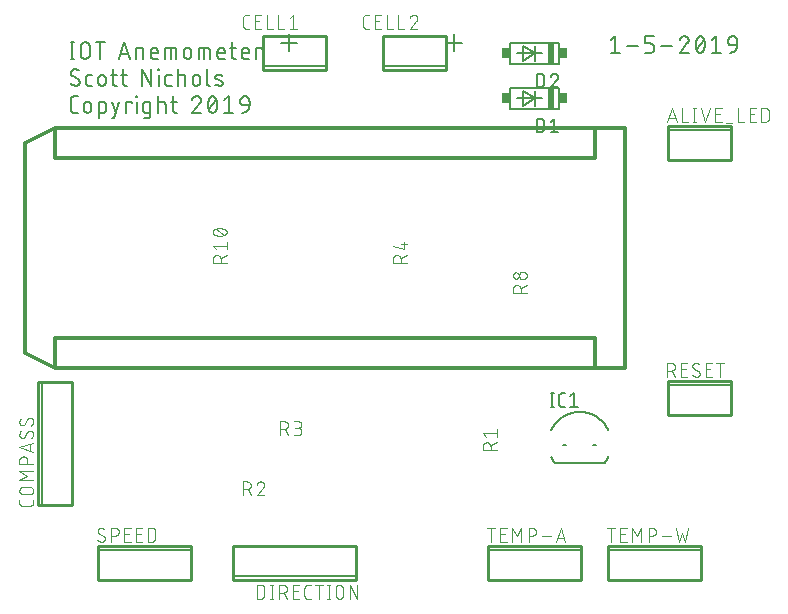
<source format=gbr>
G04 EAGLE Gerber RS-274X export*
G75*
%MOMM*%
%FSLAX34Y34*%
%LPD*%
%INSilkscreen Top*%
%IPPOS*%
%AMOC8*
5,1,8,0,0,1.08239X$1,22.5*%
G01*
%ADD10C,0.127000*%
%ADD11C,0.177800*%
%ADD12C,0.254000*%
%ADD13C,0.152400*%
%ADD14C,0.101600*%
%ADD15R,0.508000X1.870000*%
%ADD16R,0.635000X0.850000*%
%ADD17C,0.304800*%


D10*
X91087Y479425D02*
X91087Y465455D01*
X89535Y465455D02*
X92639Y465455D01*
X92639Y479425D02*
X89535Y479425D01*
X98158Y475544D02*
X98158Y469336D01*
X98157Y475544D02*
X98159Y475667D01*
X98165Y475790D01*
X98175Y475913D01*
X98188Y476035D01*
X98206Y476157D01*
X98227Y476278D01*
X98252Y476399D01*
X98281Y476519D01*
X98314Y476637D01*
X98351Y476755D01*
X98391Y476871D01*
X98435Y476986D01*
X98483Y477100D01*
X98534Y477212D01*
X98588Y477322D01*
X98647Y477431D01*
X98708Y477538D01*
X98773Y477642D01*
X98841Y477745D01*
X98913Y477845D01*
X98987Y477943D01*
X99065Y478039D01*
X99146Y478132D01*
X99229Y478222D01*
X99316Y478310D01*
X99405Y478395D01*
X99496Y478477D01*
X99591Y478556D01*
X99688Y478632D01*
X99787Y478705D01*
X99888Y478775D01*
X99992Y478842D01*
X100097Y478905D01*
X100205Y478965D01*
X100315Y479021D01*
X100426Y479074D01*
X100539Y479124D01*
X100653Y479169D01*
X100769Y479212D01*
X100886Y479250D01*
X101004Y479285D01*
X101123Y479316D01*
X101243Y479343D01*
X101364Y479366D01*
X101486Y479385D01*
X101608Y479401D01*
X101730Y479413D01*
X101853Y479421D01*
X101976Y479425D01*
X102100Y479425D01*
X102223Y479421D01*
X102346Y479413D01*
X102468Y479401D01*
X102590Y479385D01*
X102712Y479366D01*
X102833Y479343D01*
X102953Y479316D01*
X103072Y479285D01*
X103190Y479250D01*
X103307Y479212D01*
X103423Y479169D01*
X103537Y479124D01*
X103650Y479074D01*
X103761Y479021D01*
X103871Y478965D01*
X103979Y478905D01*
X104084Y478842D01*
X104188Y478775D01*
X104289Y478705D01*
X104388Y478632D01*
X104485Y478556D01*
X104580Y478477D01*
X104671Y478395D01*
X104760Y478310D01*
X104847Y478222D01*
X104930Y478132D01*
X105011Y478039D01*
X105089Y477943D01*
X105163Y477845D01*
X105235Y477745D01*
X105303Y477642D01*
X105368Y477538D01*
X105429Y477431D01*
X105488Y477322D01*
X105542Y477212D01*
X105593Y477100D01*
X105641Y476986D01*
X105685Y476871D01*
X105725Y476755D01*
X105762Y476637D01*
X105795Y476519D01*
X105824Y476399D01*
X105849Y476278D01*
X105870Y476157D01*
X105888Y476035D01*
X105901Y475913D01*
X105911Y475790D01*
X105917Y475667D01*
X105919Y475544D01*
X105919Y469336D01*
X105917Y469213D01*
X105911Y469090D01*
X105901Y468967D01*
X105888Y468845D01*
X105870Y468723D01*
X105849Y468602D01*
X105824Y468481D01*
X105795Y468361D01*
X105762Y468243D01*
X105725Y468125D01*
X105685Y468009D01*
X105641Y467894D01*
X105593Y467780D01*
X105542Y467668D01*
X105488Y467558D01*
X105429Y467449D01*
X105368Y467342D01*
X105303Y467238D01*
X105235Y467135D01*
X105163Y467035D01*
X105089Y466937D01*
X105011Y466841D01*
X104930Y466748D01*
X104847Y466658D01*
X104760Y466570D01*
X104671Y466485D01*
X104580Y466403D01*
X104485Y466324D01*
X104388Y466248D01*
X104289Y466175D01*
X104188Y466105D01*
X104084Y466038D01*
X103978Y465975D01*
X103871Y465915D01*
X103761Y465859D01*
X103650Y465806D01*
X103537Y465756D01*
X103423Y465711D01*
X103307Y465668D01*
X103190Y465630D01*
X103072Y465595D01*
X102953Y465564D01*
X102833Y465537D01*
X102712Y465514D01*
X102590Y465495D01*
X102468Y465479D01*
X102346Y465467D01*
X102223Y465459D01*
X102100Y465455D01*
X101976Y465455D01*
X101853Y465459D01*
X101730Y465467D01*
X101608Y465479D01*
X101486Y465495D01*
X101364Y465514D01*
X101243Y465537D01*
X101123Y465564D01*
X101004Y465595D01*
X100886Y465630D01*
X100769Y465668D01*
X100653Y465711D01*
X100539Y465756D01*
X100426Y465806D01*
X100315Y465859D01*
X100205Y465915D01*
X100097Y465975D01*
X99992Y466038D01*
X99888Y466105D01*
X99787Y466175D01*
X99688Y466248D01*
X99591Y466324D01*
X99496Y466403D01*
X99405Y466485D01*
X99316Y466570D01*
X99229Y466658D01*
X99146Y466748D01*
X99065Y466841D01*
X98987Y466937D01*
X98913Y467035D01*
X98841Y467135D01*
X98773Y467238D01*
X98708Y467342D01*
X98647Y467449D01*
X98588Y467558D01*
X98534Y467668D01*
X98483Y467780D01*
X98435Y467894D01*
X98391Y468009D01*
X98351Y468125D01*
X98314Y468243D01*
X98281Y468361D01*
X98252Y468481D01*
X98227Y468602D01*
X98206Y468723D01*
X98188Y468845D01*
X98175Y468967D01*
X98165Y469090D01*
X98159Y469213D01*
X98157Y469336D01*
X114814Y465455D02*
X114814Y479425D01*
X110933Y479425D02*
X118695Y479425D01*
X134890Y479425D02*
X130234Y465455D01*
X139547Y465455D02*
X134890Y479425D01*
X138383Y468948D02*
X131398Y468948D01*
X145018Y465455D02*
X145018Y474768D01*
X148899Y474768D01*
X148995Y474766D01*
X149091Y474760D01*
X149187Y474750D01*
X149282Y474736D01*
X149377Y474718D01*
X149470Y474697D01*
X149563Y474671D01*
X149655Y474642D01*
X149745Y474609D01*
X149834Y474572D01*
X149921Y474531D01*
X150007Y474487D01*
X150091Y474440D01*
X150172Y474389D01*
X150252Y474335D01*
X150329Y474277D01*
X150404Y474216D01*
X150476Y474153D01*
X150545Y474086D01*
X150612Y474017D01*
X150675Y473945D01*
X150736Y473870D01*
X150794Y473793D01*
X150848Y473713D01*
X150899Y473632D01*
X150946Y473548D01*
X150990Y473462D01*
X151031Y473375D01*
X151068Y473286D01*
X151101Y473196D01*
X151130Y473104D01*
X151156Y473012D01*
X151177Y472918D01*
X151195Y472823D01*
X151209Y472728D01*
X151219Y472632D01*
X151225Y472536D01*
X151227Y472440D01*
X151227Y465455D01*
X159666Y465455D02*
X163547Y465455D01*
X159666Y465455D02*
X159572Y465457D01*
X159479Y465463D01*
X159385Y465472D01*
X159293Y465485D01*
X159200Y465502D01*
X159109Y465523D01*
X159018Y465547D01*
X158929Y465575D01*
X158840Y465606D01*
X158754Y465641D01*
X158668Y465680D01*
X158584Y465722D01*
X158502Y465767D01*
X158422Y465815D01*
X158344Y465867D01*
X158267Y465922D01*
X158194Y465980D01*
X158122Y466040D01*
X158053Y466104D01*
X157987Y466170D01*
X157923Y466239D01*
X157863Y466311D01*
X157805Y466384D01*
X157750Y466461D01*
X157698Y466539D01*
X157650Y466619D01*
X157605Y466701D01*
X157563Y466785D01*
X157524Y466871D01*
X157489Y466957D01*
X157458Y467046D01*
X157430Y467135D01*
X157406Y467226D01*
X157385Y467317D01*
X157368Y467410D01*
X157355Y467502D01*
X157346Y467596D01*
X157340Y467689D01*
X157338Y467783D01*
X157338Y471664D01*
X157340Y471775D01*
X157346Y471885D01*
X157356Y471996D01*
X157370Y472106D01*
X157387Y472215D01*
X157409Y472324D01*
X157434Y472432D01*
X157464Y472538D01*
X157497Y472644D01*
X157534Y472749D01*
X157574Y472852D01*
X157619Y472953D01*
X157666Y473053D01*
X157718Y473152D01*
X157773Y473248D01*
X157831Y473342D01*
X157892Y473434D01*
X157957Y473524D01*
X158025Y473612D01*
X158096Y473697D01*
X158170Y473779D01*
X158247Y473859D01*
X158327Y473936D01*
X158409Y474010D01*
X158494Y474081D01*
X158582Y474149D01*
X158672Y474214D01*
X158764Y474275D01*
X158858Y474333D01*
X158954Y474388D01*
X159053Y474440D01*
X159153Y474487D01*
X159254Y474532D01*
X159357Y474572D01*
X159462Y474609D01*
X159568Y474642D01*
X159674Y474672D01*
X159782Y474697D01*
X159891Y474719D01*
X160000Y474736D01*
X160110Y474750D01*
X160221Y474760D01*
X160331Y474766D01*
X160442Y474768D01*
X160553Y474766D01*
X160663Y474760D01*
X160774Y474750D01*
X160884Y474736D01*
X160993Y474719D01*
X161102Y474697D01*
X161210Y474672D01*
X161316Y474642D01*
X161422Y474609D01*
X161527Y474572D01*
X161630Y474532D01*
X161731Y474487D01*
X161831Y474440D01*
X161930Y474388D01*
X162026Y474333D01*
X162120Y474275D01*
X162212Y474214D01*
X162302Y474149D01*
X162390Y474081D01*
X162475Y474010D01*
X162557Y473936D01*
X162637Y473859D01*
X162714Y473779D01*
X162788Y473697D01*
X162859Y473612D01*
X162927Y473524D01*
X162992Y473434D01*
X163053Y473342D01*
X163111Y473248D01*
X163166Y473152D01*
X163218Y473053D01*
X163265Y472953D01*
X163310Y472852D01*
X163350Y472749D01*
X163387Y472644D01*
X163420Y472538D01*
X163450Y472432D01*
X163475Y472324D01*
X163497Y472215D01*
X163514Y472106D01*
X163528Y471996D01*
X163538Y471885D01*
X163544Y471775D01*
X163546Y471664D01*
X163547Y471664D02*
X163547Y470112D01*
X157338Y470112D01*
X169931Y465455D02*
X169931Y474768D01*
X176916Y474768D01*
X177010Y474766D01*
X177103Y474760D01*
X177197Y474751D01*
X177289Y474738D01*
X177382Y474721D01*
X177473Y474700D01*
X177564Y474676D01*
X177653Y474648D01*
X177742Y474617D01*
X177828Y474582D01*
X177914Y474543D01*
X177998Y474501D01*
X178080Y474456D01*
X178160Y474408D01*
X178238Y474356D01*
X178315Y474301D01*
X178388Y474243D01*
X178460Y474183D01*
X178529Y474119D01*
X178595Y474053D01*
X178659Y473984D01*
X178719Y473912D01*
X178777Y473839D01*
X178832Y473762D01*
X178884Y473684D01*
X178932Y473604D01*
X178977Y473522D01*
X179019Y473438D01*
X179058Y473352D01*
X179093Y473266D01*
X179124Y473177D01*
X179152Y473088D01*
X179176Y472997D01*
X179197Y472906D01*
X179214Y472813D01*
X179227Y472721D01*
X179236Y472627D01*
X179242Y472534D01*
X179244Y472440D01*
X179244Y465455D01*
X174587Y465455D02*
X174587Y474768D01*
X185628Y471664D02*
X185628Y468559D01*
X185628Y471664D02*
X185630Y471775D01*
X185636Y471885D01*
X185646Y471996D01*
X185660Y472106D01*
X185677Y472215D01*
X185699Y472324D01*
X185724Y472432D01*
X185754Y472538D01*
X185787Y472644D01*
X185824Y472749D01*
X185864Y472852D01*
X185909Y472953D01*
X185956Y473053D01*
X186008Y473152D01*
X186063Y473248D01*
X186121Y473342D01*
X186182Y473434D01*
X186247Y473524D01*
X186315Y473612D01*
X186386Y473697D01*
X186460Y473779D01*
X186537Y473859D01*
X186617Y473936D01*
X186699Y474010D01*
X186784Y474081D01*
X186872Y474149D01*
X186962Y474214D01*
X187054Y474275D01*
X187148Y474333D01*
X187244Y474388D01*
X187343Y474440D01*
X187443Y474487D01*
X187544Y474532D01*
X187647Y474572D01*
X187752Y474609D01*
X187858Y474642D01*
X187964Y474672D01*
X188072Y474697D01*
X188181Y474719D01*
X188290Y474736D01*
X188400Y474750D01*
X188511Y474760D01*
X188621Y474766D01*
X188732Y474768D01*
X188843Y474766D01*
X188953Y474760D01*
X189064Y474750D01*
X189174Y474736D01*
X189283Y474719D01*
X189392Y474697D01*
X189500Y474672D01*
X189606Y474642D01*
X189712Y474609D01*
X189817Y474572D01*
X189920Y474532D01*
X190021Y474487D01*
X190121Y474440D01*
X190220Y474388D01*
X190316Y474333D01*
X190410Y474275D01*
X190502Y474214D01*
X190592Y474149D01*
X190680Y474081D01*
X190765Y474010D01*
X190847Y473936D01*
X190927Y473859D01*
X191004Y473779D01*
X191078Y473697D01*
X191149Y473612D01*
X191217Y473524D01*
X191282Y473434D01*
X191343Y473342D01*
X191401Y473248D01*
X191456Y473152D01*
X191508Y473053D01*
X191555Y472953D01*
X191600Y472852D01*
X191640Y472749D01*
X191677Y472644D01*
X191710Y472538D01*
X191740Y472432D01*
X191765Y472324D01*
X191787Y472215D01*
X191804Y472106D01*
X191818Y471996D01*
X191828Y471885D01*
X191834Y471775D01*
X191836Y471664D01*
X191836Y468559D01*
X191834Y468448D01*
X191828Y468338D01*
X191818Y468227D01*
X191804Y468117D01*
X191787Y468008D01*
X191765Y467899D01*
X191740Y467791D01*
X191710Y467685D01*
X191677Y467579D01*
X191640Y467474D01*
X191600Y467371D01*
X191555Y467270D01*
X191508Y467170D01*
X191456Y467071D01*
X191401Y466975D01*
X191343Y466881D01*
X191282Y466789D01*
X191217Y466699D01*
X191149Y466611D01*
X191078Y466526D01*
X191004Y466444D01*
X190927Y466364D01*
X190847Y466287D01*
X190765Y466213D01*
X190680Y466142D01*
X190592Y466074D01*
X190502Y466009D01*
X190410Y465948D01*
X190316Y465890D01*
X190220Y465835D01*
X190121Y465783D01*
X190021Y465736D01*
X189920Y465691D01*
X189817Y465651D01*
X189712Y465614D01*
X189606Y465581D01*
X189500Y465551D01*
X189392Y465526D01*
X189283Y465504D01*
X189174Y465487D01*
X189064Y465473D01*
X188953Y465463D01*
X188843Y465457D01*
X188732Y465455D01*
X188621Y465457D01*
X188511Y465463D01*
X188400Y465473D01*
X188290Y465487D01*
X188181Y465504D01*
X188072Y465526D01*
X187964Y465551D01*
X187858Y465581D01*
X187752Y465614D01*
X187647Y465651D01*
X187544Y465691D01*
X187443Y465736D01*
X187343Y465783D01*
X187244Y465835D01*
X187148Y465890D01*
X187054Y465948D01*
X186962Y466009D01*
X186872Y466074D01*
X186784Y466142D01*
X186699Y466213D01*
X186617Y466287D01*
X186537Y466364D01*
X186460Y466444D01*
X186386Y466526D01*
X186315Y466611D01*
X186247Y466699D01*
X186182Y466789D01*
X186121Y466881D01*
X186063Y466975D01*
X186008Y467071D01*
X185956Y467170D01*
X185909Y467270D01*
X185864Y467371D01*
X185824Y467474D01*
X185787Y467579D01*
X185754Y467685D01*
X185724Y467791D01*
X185699Y467899D01*
X185677Y468008D01*
X185660Y468117D01*
X185646Y468227D01*
X185636Y468338D01*
X185630Y468448D01*
X185628Y468559D01*
X198220Y465455D02*
X198220Y474768D01*
X205205Y474768D01*
X205299Y474766D01*
X205392Y474760D01*
X205486Y474751D01*
X205578Y474738D01*
X205671Y474721D01*
X205762Y474700D01*
X205853Y474676D01*
X205942Y474648D01*
X206031Y474617D01*
X206117Y474582D01*
X206203Y474543D01*
X206287Y474501D01*
X206369Y474456D01*
X206449Y474408D01*
X206527Y474356D01*
X206604Y474301D01*
X206677Y474243D01*
X206749Y474183D01*
X206818Y474119D01*
X206884Y474053D01*
X206948Y473984D01*
X207008Y473912D01*
X207066Y473839D01*
X207121Y473762D01*
X207173Y473684D01*
X207221Y473604D01*
X207266Y473522D01*
X207308Y473438D01*
X207347Y473352D01*
X207382Y473266D01*
X207413Y473177D01*
X207441Y473088D01*
X207465Y472997D01*
X207486Y472906D01*
X207503Y472813D01*
X207516Y472721D01*
X207525Y472627D01*
X207531Y472534D01*
X207533Y472440D01*
X207533Y465455D01*
X202877Y465455D02*
X202877Y474768D01*
X216245Y465455D02*
X220126Y465455D01*
X216245Y465455D02*
X216151Y465457D01*
X216058Y465463D01*
X215964Y465472D01*
X215872Y465485D01*
X215779Y465502D01*
X215688Y465523D01*
X215597Y465547D01*
X215508Y465575D01*
X215419Y465606D01*
X215333Y465641D01*
X215247Y465680D01*
X215163Y465722D01*
X215081Y465767D01*
X215001Y465815D01*
X214923Y465867D01*
X214846Y465922D01*
X214773Y465980D01*
X214701Y466040D01*
X214632Y466104D01*
X214566Y466170D01*
X214502Y466239D01*
X214442Y466311D01*
X214384Y466384D01*
X214329Y466461D01*
X214277Y466539D01*
X214229Y466619D01*
X214184Y466701D01*
X214142Y466785D01*
X214103Y466871D01*
X214068Y466957D01*
X214037Y467046D01*
X214009Y467135D01*
X213985Y467226D01*
X213964Y467317D01*
X213947Y467410D01*
X213934Y467502D01*
X213925Y467596D01*
X213919Y467689D01*
X213917Y467783D01*
X213917Y471664D01*
X213918Y471664D02*
X213920Y471775D01*
X213926Y471885D01*
X213936Y471996D01*
X213950Y472106D01*
X213967Y472215D01*
X213989Y472324D01*
X214014Y472432D01*
X214044Y472538D01*
X214077Y472644D01*
X214114Y472749D01*
X214154Y472852D01*
X214199Y472953D01*
X214246Y473053D01*
X214298Y473152D01*
X214353Y473248D01*
X214411Y473342D01*
X214472Y473434D01*
X214537Y473524D01*
X214605Y473612D01*
X214676Y473697D01*
X214750Y473779D01*
X214827Y473859D01*
X214907Y473936D01*
X214989Y474010D01*
X215074Y474081D01*
X215162Y474149D01*
X215252Y474214D01*
X215344Y474275D01*
X215438Y474333D01*
X215534Y474388D01*
X215633Y474440D01*
X215733Y474487D01*
X215834Y474532D01*
X215937Y474572D01*
X216042Y474609D01*
X216148Y474642D01*
X216254Y474672D01*
X216362Y474697D01*
X216471Y474719D01*
X216580Y474736D01*
X216690Y474750D01*
X216801Y474760D01*
X216911Y474766D01*
X217022Y474768D01*
X217133Y474766D01*
X217243Y474760D01*
X217354Y474750D01*
X217464Y474736D01*
X217573Y474719D01*
X217682Y474697D01*
X217790Y474672D01*
X217896Y474642D01*
X218002Y474609D01*
X218107Y474572D01*
X218210Y474532D01*
X218311Y474487D01*
X218411Y474440D01*
X218510Y474388D01*
X218606Y474333D01*
X218700Y474275D01*
X218792Y474214D01*
X218882Y474149D01*
X218970Y474081D01*
X219055Y474010D01*
X219137Y473936D01*
X219217Y473859D01*
X219294Y473779D01*
X219368Y473697D01*
X219439Y473612D01*
X219507Y473524D01*
X219572Y473434D01*
X219633Y473342D01*
X219691Y473248D01*
X219746Y473152D01*
X219798Y473053D01*
X219845Y472953D01*
X219890Y472852D01*
X219930Y472749D01*
X219967Y472644D01*
X220000Y472538D01*
X220030Y472432D01*
X220055Y472324D01*
X220077Y472215D01*
X220094Y472106D01*
X220108Y471996D01*
X220118Y471885D01*
X220124Y471775D01*
X220126Y471664D01*
X220126Y470112D01*
X213917Y470112D01*
X224620Y474768D02*
X229276Y474768D01*
X226172Y479425D02*
X226172Y467783D01*
X226174Y467689D01*
X226180Y467596D01*
X226189Y467502D01*
X226202Y467410D01*
X226219Y467317D01*
X226240Y467226D01*
X226264Y467135D01*
X226292Y467046D01*
X226323Y466957D01*
X226358Y466871D01*
X226397Y466785D01*
X226439Y466701D01*
X226484Y466619D01*
X226532Y466539D01*
X226584Y466461D01*
X226639Y466384D01*
X226697Y466311D01*
X226757Y466239D01*
X226821Y466170D01*
X226887Y466104D01*
X226956Y466040D01*
X227028Y465980D01*
X227101Y465922D01*
X227178Y465867D01*
X227256Y465815D01*
X227336Y465767D01*
X227418Y465722D01*
X227502Y465680D01*
X227588Y465641D01*
X227674Y465606D01*
X227763Y465575D01*
X227852Y465547D01*
X227943Y465523D01*
X228034Y465502D01*
X228127Y465485D01*
X228219Y465472D01*
X228313Y465463D01*
X228406Y465457D01*
X228500Y465455D01*
X229276Y465455D01*
X236778Y465455D02*
X240659Y465455D01*
X236778Y465455D02*
X236684Y465457D01*
X236591Y465463D01*
X236497Y465472D01*
X236405Y465485D01*
X236312Y465502D01*
X236221Y465523D01*
X236130Y465547D01*
X236041Y465575D01*
X235952Y465606D01*
X235866Y465641D01*
X235780Y465680D01*
X235696Y465722D01*
X235614Y465767D01*
X235534Y465815D01*
X235456Y465867D01*
X235379Y465922D01*
X235306Y465980D01*
X235234Y466040D01*
X235165Y466104D01*
X235099Y466170D01*
X235035Y466239D01*
X234975Y466311D01*
X234917Y466384D01*
X234862Y466461D01*
X234810Y466539D01*
X234762Y466619D01*
X234717Y466701D01*
X234675Y466785D01*
X234636Y466871D01*
X234601Y466957D01*
X234570Y467046D01*
X234542Y467135D01*
X234518Y467226D01*
X234497Y467317D01*
X234480Y467410D01*
X234467Y467502D01*
X234458Y467596D01*
X234452Y467689D01*
X234450Y467783D01*
X234450Y471664D01*
X234452Y471775D01*
X234458Y471885D01*
X234468Y471996D01*
X234482Y472106D01*
X234499Y472215D01*
X234521Y472324D01*
X234546Y472432D01*
X234576Y472538D01*
X234609Y472644D01*
X234646Y472749D01*
X234686Y472852D01*
X234731Y472953D01*
X234778Y473053D01*
X234830Y473152D01*
X234885Y473248D01*
X234943Y473342D01*
X235004Y473434D01*
X235069Y473524D01*
X235137Y473612D01*
X235208Y473697D01*
X235282Y473779D01*
X235359Y473859D01*
X235439Y473936D01*
X235521Y474010D01*
X235606Y474081D01*
X235694Y474149D01*
X235784Y474214D01*
X235876Y474275D01*
X235970Y474333D01*
X236066Y474388D01*
X236165Y474440D01*
X236265Y474487D01*
X236366Y474532D01*
X236469Y474572D01*
X236574Y474609D01*
X236680Y474642D01*
X236786Y474672D01*
X236894Y474697D01*
X237003Y474719D01*
X237112Y474736D01*
X237222Y474750D01*
X237333Y474760D01*
X237443Y474766D01*
X237554Y474768D01*
X237665Y474766D01*
X237775Y474760D01*
X237886Y474750D01*
X237996Y474736D01*
X238105Y474719D01*
X238214Y474697D01*
X238322Y474672D01*
X238428Y474642D01*
X238534Y474609D01*
X238639Y474572D01*
X238742Y474532D01*
X238843Y474487D01*
X238943Y474440D01*
X239042Y474388D01*
X239138Y474333D01*
X239232Y474275D01*
X239324Y474214D01*
X239414Y474149D01*
X239502Y474081D01*
X239587Y474010D01*
X239669Y473936D01*
X239749Y473859D01*
X239826Y473779D01*
X239900Y473697D01*
X239971Y473612D01*
X240039Y473524D01*
X240104Y473434D01*
X240165Y473342D01*
X240223Y473248D01*
X240278Y473152D01*
X240330Y473053D01*
X240377Y472953D01*
X240422Y472852D01*
X240462Y472749D01*
X240499Y472644D01*
X240532Y472538D01*
X240562Y472432D01*
X240587Y472324D01*
X240609Y472215D01*
X240626Y472106D01*
X240640Y471996D01*
X240650Y471885D01*
X240656Y471775D01*
X240658Y471664D01*
X240659Y471664D02*
X240659Y470112D01*
X234450Y470112D01*
X246850Y465455D02*
X246850Y474768D01*
X251507Y474768D01*
X251507Y473216D01*
X97296Y445699D02*
X97294Y445588D01*
X97288Y445478D01*
X97278Y445367D01*
X97264Y445257D01*
X97247Y445148D01*
X97225Y445039D01*
X97200Y444931D01*
X97170Y444825D01*
X97137Y444719D01*
X97100Y444614D01*
X97060Y444511D01*
X97015Y444410D01*
X96968Y444310D01*
X96916Y444211D01*
X96861Y444115D01*
X96803Y444021D01*
X96742Y443929D01*
X96677Y443839D01*
X96609Y443751D01*
X96538Y443666D01*
X96464Y443584D01*
X96387Y443504D01*
X96307Y443427D01*
X96225Y443353D01*
X96140Y443282D01*
X96052Y443214D01*
X95962Y443149D01*
X95870Y443088D01*
X95776Y443030D01*
X95680Y442975D01*
X95581Y442923D01*
X95481Y442876D01*
X95380Y442831D01*
X95277Y442791D01*
X95172Y442754D01*
X95066Y442721D01*
X94960Y442691D01*
X94852Y442666D01*
X94743Y442644D01*
X94634Y442627D01*
X94524Y442613D01*
X94413Y442603D01*
X94303Y442597D01*
X94192Y442595D01*
X94035Y442597D01*
X93878Y442603D01*
X93722Y442612D01*
X93565Y442625D01*
X93409Y442642D01*
X93254Y442662D01*
X93099Y442687D01*
X92944Y442715D01*
X92791Y442746D01*
X92638Y442782D01*
X92486Y442821D01*
X92335Y442863D01*
X92185Y442910D01*
X92036Y442959D01*
X91889Y443013D01*
X91742Y443070D01*
X91597Y443130D01*
X91454Y443194D01*
X91312Y443261D01*
X91172Y443332D01*
X91034Y443406D01*
X90897Y443483D01*
X90763Y443563D01*
X90630Y443647D01*
X90499Y443734D01*
X90370Y443824D01*
X90244Y443916D01*
X90120Y444012D01*
X89998Y444111D01*
X89879Y444213D01*
X89762Y444318D01*
X89647Y444425D01*
X89535Y444535D01*
X89923Y453461D02*
X89925Y453569D01*
X89931Y453678D01*
X89940Y453785D01*
X89953Y453893D01*
X89970Y454000D01*
X89991Y454106D01*
X90015Y454212D01*
X90043Y454317D01*
X90075Y454420D01*
X90110Y454523D01*
X90149Y454624D01*
X90191Y454724D01*
X90237Y454822D01*
X90286Y454918D01*
X90339Y455013D01*
X90395Y455106D01*
X90454Y455197D01*
X90516Y455285D01*
X90581Y455372D01*
X90649Y455456D01*
X90720Y455538D01*
X90794Y455617D01*
X90871Y455694D01*
X90950Y455768D01*
X91032Y455839D01*
X91116Y455907D01*
X91203Y455972D01*
X91291Y456034D01*
X91382Y456093D01*
X91475Y456149D01*
X91570Y456202D01*
X91666Y456251D01*
X91765Y456297D01*
X91864Y456339D01*
X91965Y456378D01*
X92068Y456413D01*
X92171Y456445D01*
X92276Y456473D01*
X92382Y456497D01*
X92488Y456518D01*
X92595Y456535D01*
X92703Y456548D01*
X92811Y456557D01*
X92919Y456563D01*
X93027Y456565D01*
X93177Y456563D01*
X93327Y456557D01*
X93476Y456548D01*
X93625Y456534D01*
X93774Y456517D01*
X93922Y456496D01*
X94070Y456471D01*
X94217Y456442D01*
X94364Y456409D01*
X94509Y456373D01*
X94653Y456333D01*
X94797Y456290D01*
X94939Y456242D01*
X95080Y456191D01*
X95219Y456136D01*
X95357Y456078D01*
X95494Y456017D01*
X95629Y455951D01*
X95762Y455883D01*
X95893Y455811D01*
X96022Y455735D01*
X96150Y455656D01*
X96275Y455574D01*
X96399Y455489D01*
X96520Y455401D01*
X91475Y450745D02*
X91382Y450802D01*
X91291Y450862D01*
X91202Y450925D01*
X91116Y450991D01*
X91031Y451061D01*
X90950Y451133D01*
X90870Y451208D01*
X90794Y451286D01*
X90720Y451366D01*
X90649Y451449D01*
X90581Y451534D01*
X90515Y451621D01*
X90453Y451711D01*
X90394Y451803D01*
X90338Y451897D01*
X90286Y451992D01*
X90237Y452090D01*
X90191Y452189D01*
X90149Y452289D01*
X90110Y452391D01*
X90075Y452495D01*
X90043Y452599D01*
X90015Y452705D01*
X89991Y452811D01*
X89970Y452918D01*
X89953Y453026D01*
X89940Y453134D01*
X89931Y453243D01*
X89925Y453352D01*
X89923Y453461D01*
X95744Y448415D02*
X95837Y448358D01*
X95928Y448298D01*
X96017Y448235D01*
X96103Y448169D01*
X96188Y448099D01*
X96269Y448027D01*
X96349Y447952D01*
X96425Y447874D01*
X96499Y447794D01*
X96570Y447711D01*
X96639Y447626D01*
X96704Y447539D01*
X96766Y447449D01*
X96825Y447357D01*
X96881Y447263D01*
X96933Y447168D01*
X96982Y447070D01*
X97028Y446971D01*
X97070Y446871D01*
X97109Y446769D01*
X97144Y446665D01*
X97176Y446561D01*
X97204Y446455D01*
X97228Y446349D01*
X97249Y446242D01*
X97266Y446134D01*
X97279Y446026D01*
X97288Y445917D01*
X97294Y445808D01*
X97296Y445699D01*
X95744Y448416D02*
X91475Y450744D01*
X104975Y442595D02*
X108080Y442595D01*
X104975Y442595D02*
X104881Y442597D01*
X104788Y442603D01*
X104694Y442612D01*
X104602Y442625D01*
X104509Y442642D01*
X104418Y442663D01*
X104327Y442687D01*
X104238Y442715D01*
X104149Y442746D01*
X104063Y442781D01*
X103977Y442820D01*
X103893Y442862D01*
X103811Y442907D01*
X103731Y442955D01*
X103653Y443007D01*
X103576Y443062D01*
X103503Y443120D01*
X103431Y443180D01*
X103362Y443244D01*
X103296Y443310D01*
X103232Y443379D01*
X103172Y443451D01*
X103114Y443524D01*
X103059Y443601D01*
X103007Y443679D01*
X102959Y443759D01*
X102914Y443841D01*
X102872Y443925D01*
X102833Y444011D01*
X102798Y444097D01*
X102767Y444186D01*
X102739Y444275D01*
X102715Y444366D01*
X102694Y444457D01*
X102677Y444550D01*
X102664Y444642D01*
X102655Y444736D01*
X102649Y444829D01*
X102647Y444923D01*
X102647Y449580D01*
X102649Y449674D01*
X102655Y449767D01*
X102664Y449861D01*
X102677Y449953D01*
X102694Y450046D01*
X102715Y450137D01*
X102739Y450228D01*
X102767Y450317D01*
X102798Y450406D01*
X102833Y450492D01*
X102872Y450578D01*
X102914Y450662D01*
X102959Y450744D01*
X103007Y450824D01*
X103059Y450902D01*
X103114Y450979D01*
X103172Y451052D01*
X103232Y451124D01*
X103296Y451193D01*
X103362Y451259D01*
X103431Y451323D01*
X103503Y451383D01*
X103576Y451441D01*
X103653Y451496D01*
X103731Y451548D01*
X103811Y451596D01*
X103893Y451641D01*
X103977Y451683D01*
X104063Y451722D01*
X104149Y451757D01*
X104238Y451788D01*
X104327Y451816D01*
X104418Y451840D01*
X104509Y451861D01*
X104602Y451878D01*
X104694Y451891D01*
X104788Y451900D01*
X104881Y451906D01*
X104975Y451908D01*
X108080Y451908D01*
X113125Y448804D02*
X113125Y445699D01*
X113126Y448804D02*
X113128Y448915D01*
X113134Y449025D01*
X113144Y449136D01*
X113158Y449246D01*
X113175Y449355D01*
X113197Y449464D01*
X113222Y449572D01*
X113252Y449678D01*
X113285Y449784D01*
X113322Y449889D01*
X113362Y449992D01*
X113407Y450093D01*
X113454Y450193D01*
X113506Y450292D01*
X113561Y450388D01*
X113619Y450482D01*
X113680Y450574D01*
X113745Y450664D01*
X113813Y450752D01*
X113884Y450837D01*
X113958Y450919D01*
X114035Y450999D01*
X114115Y451076D01*
X114197Y451150D01*
X114282Y451221D01*
X114370Y451289D01*
X114460Y451354D01*
X114552Y451415D01*
X114646Y451473D01*
X114742Y451528D01*
X114841Y451580D01*
X114941Y451627D01*
X115042Y451672D01*
X115145Y451712D01*
X115250Y451749D01*
X115356Y451782D01*
X115462Y451812D01*
X115570Y451837D01*
X115679Y451859D01*
X115788Y451876D01*
X115898Y451890D01*
X116009Y451900D01*
X116119Y451906D01*
X116230Y451908D01*
X116341Y451906D01*
X116451Y451900D01*
X116562Y451890D01*
X116672Y451876D01*
X116781Y451859D01*
X116890Y451837D01*
X116998Y451812D01*
X117104Y451782D01*
X117210Y451749D01*
X117315Y451712D01*
X117418Y451672D01*
X117519Y451627D01*
X117619Y451580D01*
X117718Y451528D01*
X117814Y451473D01*
X117908Y451415D01*
X118000Y451354D01*
X118090Y451289D01*
X118178Y451221D01*
X118263Y451150D01*
X118345Y451076D01*
X118425Y450999D01*
X118502Y450919D01*
X118576Y450837D01*
X118647Y450752D01*
X118715Y450664D01*
X118780Y450574D01*
X118841Y450482D01*
X118899Y450388D01*
X118954Y450292D01*
X119006Y450193D01*
X119053Y450093D01*
X119098Y449992D01*
X119138Y449889D01*
X119175Y449784D01*
X119208Y449678D01*
X119238Y449572D01*
X119263Y449464D01*
X119285Y449355D01*
X119302Y449246D01*
X119316Y449136D01*
X119326Y449025D01*
X119332Y448915D01*
X119334Y448804D01*
X119334Y445699D01*
X119332Y445588D01*
X119326Y445478D01*
X119316Y445367D01*
X119302Y445257D01*
X119285Y445148D01*
X119263Y445039D01*
X119238Y444931D01*
X119208Y444825D01*
X119175Y444719D01*
X119138Y444614D01*
X119098Y444511D01*
X119053Y444410D01*
X119006Y444310D01*
X118954Y444211D01*
X118899Y444115D01*
X118841Y444021D01*
X118780Y443929D01*
X118715Y443839D01*
X118647Y443751D01*
X118576Y443666D01*
X118502Y443584D01*
X118425Y443504D01*
X118345Y443427D01*
X118263Y443353D01*
X118178Y443282D01*
X118090Y443214D01*
X118000Y443149D01*
X117908Y443088D01*
X117814Y443030D01*
X117718Y442975D01*
X117619Y442923D01*
X117519Y442876D01*
X117418Y442831D01*
X117315Y442791D01*
X117210Y442754D01*
X117104Y442721D01*
X116998Y442691D01*
X116890Y442666D01*
X116781Y442644D01*
X116672Y442627D01*
X116562Y442613D01*
X116451Y442603D01*
X116341Y442597D01*
X116230Y442595D01*
X116119Y442597D01*
X116009Y442603D01*
X115898Y442613D01*
X115788Y442627D01*
X115679Y442644D01*
X115570Y442666D01*
X115462Y442691D01*
X115356Y442721D01*
X115250Y442754D01*
X115145Y442791D01*
X115042Y442831D01*
X114941Y442876D01*
X114841Y442923D01*
X114742Y442975D01*
X114646Y443030D01*
X114552Y443088D01*
X114460Y443149D01*
X114370Y443214D01*
X114282Y443282D01*
X114197Y443353D01*
X114115Y443427D01*
X114035Y443504D01*
X113958Y443584D01*
X113884Y443666D01*
X113813Y443751D01*
X113745Y443839D01*
X113680Y443929D01*
X113619Y444021D01*
X113561Y444115D01*
X113506Y444211D01*
X113454Y444310D01*
X113407Y444410D01*
X113362Y444511D01*
X113322Y444614D01*
X113285Y444719D01*
X113252Y444825D01*
X113222Y444931D01*
X113197Y445039D01*
X113175Y445148D01*
X113158Y445257D01*
X113144Y445367D01*
X113134Y445478D01*
X113128Y445588D01*
X113126Y445699D01*
X123828Y451908D02*
X128484Y451908D01*
X125380Y456565D02*
X125380Y444923D01*
X125382Y444829D01*
X125388Y444736D01*
X125397Y444642D01*
X125410Y444550D01*
X125427Y444457D01*
X125448Y444366D01*
X125472Y444275D01*
X125500Y444186D01*
X125531Y444097D01*
X125566Y444011D01*
X125605Y443925D01*
X125647Y443841D01*
X125692Y443759D01*
X125740Y443679D01*
X125792Y443601D01*
X125847Y443524D01*
X125905Y443451D01*
X125965Y443379D01*
X126029Y443310D01*
X126095Y443244D01*
X126164Y443180D01*
X126236Y443120D01*
X126309Y443062D01*
X126386Y443007D01*
X126464Y442955D01*
X126544Y442907D01*
X126626Y442862D01*
X126710Y442820D01*
X126796Y442781D01*
X126882Y442746D01*
X126971Y442715D01*
X127060Y442687D01*
X127151Y442663D01*
X127242Y442642D01*
X127335Y442625D01*
X127427Y442612D01*
X127521Y442603D01*
X127614Y442597D01*
X127708Y442595D01*
X128484Y442595D01*
X132497Y451908D02*
X137154Y451908D01*
X134049Y456565D02*
X134049Y444923D01*
X134050Y444923D02*
X134052Y444829D01*
X134058Y444736D01*
X134067Y444642D01*
X134080Y444550D01*
X134097Y444457D01*
X134118Y444366D01*
X134142Y444275D01*
X134170Y444186D01*
X134201Y444097D01*
X134236Y444011D01*
X134275Y443925D01*
X134317Y443841D01*
X134362Y443759D01*
X134410Y443679D01*
X134462Y443601D01*
X134517Y443524D01*
X134575Y443451D01*
X134635Y443379D01*
X134699Y443310D01*
X134765Y443244D01*
X134834Y443180D01*
X134906Y443120D01*
X134979Y443062D01*
X135056Y443007D01*
X135134Y442955D01*
X135214Y442907D01*
X135296Y442862D01*
X135380Y442820D01*
X135466Y442781D01*
X135552Y442746D01*
X135641Y442715D01*
X135730Y442687D01*
X135821Y442663D01*
X135912Y442642D01*
X136005Y442625D01*
X136097Y442612D01*
X136191Y442603D01*
X136284Y442597D01*
X136378Y442595D01*
X137154Y442595D01*
X150221Y442595D02*
X150221Y456565D01*
X157982Y442595D01*
X157982Y456565D01*
X164140Y451908D02*
X164140Y442595D01*
X163751Y455789D02*
X163751Y456565D01*
X164528Y456565D01*
X164528Y455789D01*
X163751Y455789D01*
X172049Y442595D02*
X175153Y442595D01*
X172049Y442595D02*
X171955Y442597D01*
X171862Y442603D01*
X171768Y442612D01*
X171676Y442625D01*
X171583Y442642D01*
X171492Y442663D01*
X171401Y442687D01*
X171312Y442715D01*
X171223Y442746D01*
X171137Y442781D01*
X171051Y442820D01*
X170967Y442862D01*
X170885Y442907D01*
X170805Y442955D01*
X170727Y443007D01*
X170650Y443062D01*
X170577Y443120D01*
X170505Y443180D01*
X170436Y443244D01*
X170370Y443310D01*
X170306Y443379D01*
X170246Y443451D01*
X170188Y443524D01*
X170133Y443601D01*
X170081Y443679D01*
X170033Y443759D01*
X169988Y443841D01*
X169946Y443925D01*
X169907Y444011D01*
X169872Y444097D01*
X169841Y444186D01*
X169813Y444275D01*
X169789Y444366D01*
X169768Y444457D01*
X169751Y444550D01*
X169738Y444642D01*
X169729Y444736D01*
X169723Y444829D01*
X169721Y444923D01*
X169721Y449580D01*
X169723Y449674D01*
X169729Y449767D01*
X169738Y449861D01*
X169751Y449953D01*
X169768Y450046D01*
X169789Y450137D01*
X169813Y450228D01*
X169841Y450317D01*
X169872Y450406D01*
X169907Y450492D01*
X169946Y450578D01*
X169988Y450662D01*
X170033Y450744D01*
X170081Y450824D01*
X170133Y450902D01*
X170188Y450979D01*
X170246Y451052D01*
X170306Y451124D01*
X170370Y451193D01*
X170436Y451259D01*
X170505Y451323D01*
X170577Y451383D01*
X170650Y451441D01*
X170727Y451496D01*
X170805Y451548D01*
X170885Y451596D01*
X170967Y451641D01*
X171051Y451683D01*
X171137Y451722D01*
X171223Y451757D01*
X171312Y451788D01*
X171401Y451816D01*
X171492Y451840D01*
X171583Y451861D01*
X171676Y451878D01*
X171768Y451891D01*
X171862Y451900D01*
X171955Y451906D01*
X172049Y451908D01*
X175153Y451908D01*
X180655Y456565D02*
X180655Y442595D01*
X180655Y451908D02*
X184536Y451908D01*
X184632Y451906D01*
X184728Y451900D01*
X184824Y451890D01*
X184919Y451876D01*
X185014Y451858D01*
X185107Y451837D01*
X185200Y451811D01*
X185292Y451782D01*
X185382Y451749D01*
X185471Y451712D01*
X185558Y451671D01*
X185644Y451627D01*
X185728Y451580D01*
X185809Y451529D01*
X185889Y451475D01*
X185966Y451417D01*
X186041Y451356D01*
X186113Y451293D01*
X186182Y451226D01*
X186249Y451157D01*
X186312Y451085D01*
X186373Y451010D01*
X186431Y450933D01*
X186485Y450853D01*
X186536Y450772D01*
X186583Y450688D01*
X186627Y450602D01*
X186668Y450515D01*
X186705Y450426D01*
X186738Y450336D01*
X186767Y450244D01*
X186793Y450152D01*
X186814Y450058D01*
X186832Y449963D01*
X186846Y449868D01*
X186856Y449772D01*
X186862Y449676D01*
X186864Y449580D01*
X186864Y442595D01*
X192975Y445699D02*
X192975Y448804D01*
X192977Y448915D01*
X192983Y449025D01*
X192993Y449136D01*
X193007Y449246D01*
X193024Y449355D01*
X193046Y449464D01*
X193071Y449572D01*
X193101Y449678D01*
X193134Y449784D01*
X193171Y449889D01*
X193211Y449992D01*
X193256Y450093D01*
X193303Y450193D01*
X193355Y450292D01*
X193410Y450388D01*
X193468Y450482D01*
X193529Y450574D01*
X193594Y450664D01*
X193662Y450752D01*
X193733Y450837D01*
X193807Y450919D01*
X193884Y450999D01*
X193964Y451076D01*
X194046Y451150D01*
X194131Y451221D01*
X194219Y451289D01*
X194309Y451354D01*
X194401Y451415D01*
X194495Y451473D01*
X194591Y451528D01*
X194690Y451580D01*
X194790Y451627D01*
X194891Y451672D01*
X194994Y451712D01*
X195099Y451749D01*
X195205Y451782D01*
X195311Y451812D01*
X195419Y451837D01*
X195528Y451859D01*
X195637Y451876D01*
X195747Y451890D01*
X195858Y451900D01*
X195968Y451906D01*
X196079Y451908D01*
X196190Y451906D01*
X196300Y451900D01*
X196411Y451890D01*
X196521Y451876D01*
X196630Y451859D01*
X196739Y451837D01*
X196847Y451812D01*
X196953Y451782D01*
X197059Y451749D01*
X197164Y451712D01*
X197267Y451672D01*
X197368Y451627D01*
X197468Y451580D01*
X197567Y451528D01*
X197663Y451473D01*
X197757Y451415D01*
X197849Y451354D01*
X197939Y451289D01*
X198027Y451221D01*
X198112Y451150D01*
X198194Y451076D01*
X198274Y450999D01*
X198351Y450919D01*
X198425Y450837D01*
X198496Y450752D01*
X198564Y450664D01*
X198629Y450574D01*
X198690Y450482D01*
X198748Y450388D01*
X198803Y450292D01*
X198855Y450193D01*
X198902Y450093D01*
X198947Y449992D01*
X198987Y449889D01*
X199024Y449784D01*
X199057Y449678D01*
X199087Y449572D01*
X199112Y449464D01*
X199134Y449355D01*
X199151Y449246D01*
X199165Y449136D01*
X199175Y449025D01*
X199181Y448915D01*
X199183Y448804D01*
X199184Y448804D02*
X199184Y445699D01*
X199183Y445699D02*
X199181Y445588D01*
X199175Y445478D01*
X199165Y445367D01*
X199151Y445257D01*
X199134Y445148D01*
X199112Y445039D01*
X199087Y444931D01*
X199057Y444825D01*
X199024Y444719D01*
X198987Y444614D01*
X198947Y444511D01*
X198902Y444410D01*
X198855Y444310D01*
X198803Y444211D01*
X198748Y444115D01*
X198690Y444021D01*
X198629Y443929D01*
X198564Y443839D01*
X198496Y443751D01*
X198425Y443666D01*
X198351Y443584D01*
X198274Y443504D01*
X198194Y443427D01*
X198112Y443353D01*
X198027Y443282D01*
X197939Y443214D01*
X197849Y443149D01*
X197757Y443088D01*
X197663Y443030D01*
X197567Y442975D01*
X197468Y442923D01*
X197368Y442876D01*
X197267Y442831D01*
X197164Y442791D01*
X197059Y442754D01*
X196953Y442721D01*
X196847Y442691D01*
X196739Y442666D01*
X196630Y442644D01*
X196521Y442627D01*
X196411Y442613D01*
X196300Y442603D01*
X196190Y442597D01*
X196079Y442595D01*
X195968Y442597D01*
X195858Y442603D01*
X195747Y442613D01*
X195637Y442627D01*
X195528Y442644D01*
X195419Y442666D01*
X195311Y442691D01*
X195205Y442721D01*
X195099Y442754D01*
X194994Y442791D01*
X194891Y442831D01*
X194790Y442876D01*
X194690Y442923D01*
X194591Y442975D01*
X194495Y443030D01*
X194401Y443088D01*
X194309Y443149D01*
X194219Y443214D01*
X194131Y443282D01*
X194046Y443353D01*
X193964Y443427D01*
X193884Y443504D01*
X193807Y443584D01*
X193733Y443666D01*
X193662Y443751D01*
X193594Y443839D01*
X193529Y443929D01*
X193468Y444021D01*
X193410Y444115D01*
X193355Y444211D01*
X193303Y444310D01*
X193256Y444410D01*
X193211Y444511D01*
X193171Y444614D01*
X193134Y444719D01*
X193101Y444825D01*
X193071Y444931D01*
X193046Y445039D01*
X193024Y445148D01*
X193007Y445257D01*
X192993Y445367D01*
X192983Y445478D01*
X192977Y445588D01*
X192975Y445699D01*
X205015Y444923D02*
X205015Y456565D01*
X205015Y444923D02*
X205017Y444829D01*
X205023Y444736D01*
X205032Y444642D01*
X205045Y444550D01*
X205062Y444457D01*
X205083Y444366D01*
X205107Y444275D01*
X205135Y444186D01*
X205166Y444097D01*
X205201Y444011D01*
X205240Y443925D01*
X205282Y443841D01*
X205327Y443759D01*
X205375Y443679D01*
X205427Y443601D01*
X205482Y443524D01*
X205540Y443451D01*
X205600Y443379D01*
X205664Y443310D01*
X205730Y443244D01*
X205799Y443180D01*
X205871Y443120D01*
X205944Y443062D01*
X206021Y443007D01*
X206099Y442955D01*
X206179Y442907D01*
X206261Y442862D01*
X206345Y442820D01*
X206431Y442781D01*
X206517Y442746D01*
X206606Y442715D01*
X206695Y442687D01*
X206786Y442663D01*
X206877Y442642D01*
X206970Y442625D01*
X207062Y442612D01*
X207156Y442603D01*
X207249Y442597D01*
X207343Y442595D01*
X213303Y448028D02*
X217183Y446476D01*
X213303Y448028D02*
X213221Y448063D01*
X213141Y448101D01*
X213063Y448143D01*
X212987Y448188D01*
X212913Y448236D01*
X212841Y448288D01*
X212771Y448343D01*
X212704Y448401D01*
X212639Y448461D01*
X212578Y448525D01*
X212519Y448591D01*
X212463Y448660D01*
X212410Y448731D01*
X212360Y448804D01*
X212314Y448880D01*
X212270Y448957D01*
X212231Y449036D01*
X212195Y449117D01*
X212162Y449200D01*
X212133Y449284D01*
X212108Y449369D01*
X212087Y449455D01*
X212069Y449542D01*
X212056Y449629D01*
X212046Y449717D01*
X212040Y449806D01*
X212038Y449894D01*
X212040Y449983D01*
X212046Y450071D01*
X212055Y450159D01*
X212069Y450247D01*
X212086Y450334D01*
X212107Y450420D01*
X212132Y450505D01*
X212161Y450589D01*
X212193Y450671D01*
X212229Y450752D01*
X212269Y450832D01*
X212312Y450909D01*
X212358Y450985D01*
X212408Y451058D01*
X212460Y451130D01*
X212516Y451198D01*
X212575Y451265D01*
X212637Y451328D01*
X212701Y451389D01*
X212768Y451447D01*
X212838Y451502D01*
X212910Y451554D01*
X212984Y451602D01*
X213060Y451648D01*
X213138Y451690D01*
X213218Y451728D01*
X213300Y451763D01*
X213383Y451794D01*
X213467Y451822D01*
X213552Y451845D01*
X213638Y451865D01*
X213726Y451882D01*
X213813Y451894D01*
X213902Y451903D01*
X213990Y451907D01*
X214079Y451908D01*
X214291Y451903D01*
X214502Y451892D01*
X214714Y451876D01*
X214924Y451855D01*
X215135Y451829D01*
X215344Y451798D01*
X215553Y451762D01*
X215761Y451722D01*
X215968Y451676D01*
X216174Y451625D01*
X216378Y451569D01*
X216581Y451508D01*
X216783Y451442D01*
X216983Y451372D01*
X217181Y451297D01*
X217377Y451217D01*
X217571Y451132D01*
X217183Y446475D02*
X217265Y446440D01*
X217345Y446402D01*
X217423Y446360D01*
X217499Y446315D01*
X217573Y446267D01*
X217645Y446215D01*
X217715Y446160D01*
X217782Y446102D01*
X217847Y446042D01*
X217908Y445978D01*
X217967Y445912D01*
X218023Y445843D01*
X218076Y445772D01*
X218126Y445699D01*
X218172Y445623D01*
X218216Y445546D01*
X218255Y445467D01*
X218291Y445386D01*
X218324Y445303D01*
X218353Y445219D01*
X218378Y445134D01*
X218399Y445048D01*
X218417Y444961D01*
X218430Y444874D01*
X218440Y444786D01*
X218446Y444697D01*
X218448Y444609D01*
X218446Y444520D01*
X218440Y444432D01*
X218431Y444344D01*
X218417Y444256D01*
X218400Y444169D01*
X218379Y444083D01*
X218354Y443998D01*
X218325Y443914D01*
X218293Y443832D01*
X218257Y443751D01*
X218217Y443671D01*
X218174Y443594D01*
X218128Y443518D01*
X218078Y443445D01*
X218026Y443373D01*
X217970Y443305D01*
X217911Y443238D01*
X217849Y443175D01*
X217785Y443114D01*
X217718Y443056D01*
X217648Y443001D01*
X217576Y442949D01*
X217502Y442901D01*
X217426Y442855D01*
X217348Y442813D01*
X217268Y442775D01*
X217186Y442740D01*
X217103Y442709D01*
X217019Y442681D01*
X216934Y442658D01*
X216848Y442638D01*
X216760Y442621D01*
X216673Y442609D01*
X216584Y442600D01*
X216496Y442596D01*
X216407Y442595D01*
X216407Y442594D02*
X216096Y442602D01*
X215785Y442618D01*
X215475Y442641D01*
X215165Y442671D01*
X214856Y442708D01*
X214547Y442753D01*
X214241Y442805D01*
X213935Y442865D01*
X213631Y442931D01*
X213328Y443005D01*
X213028Y443086D01*
X212729Y443174D01*
X212433Y443269D01*
X212138Y443370D01*
X95744Y419735D02*
X92639Y419735D01*
X92528Y419737D01*
X92418Y419743D01*
X92307Y419753D01*
X92197Y419767D01*
X92088Y419784D01*
X91979Y419806D01*
X91871Y419831D01*
X91765Y419861D01*
X91659Y419894D01*
X91554Y419931D01*
X91451Y419971D01*
X91350Y420016D01*
X91250Y420063D01*
X91151Y420115D01*
X91055Y420170D01*
X90961Y420228D01*
X90869Y420289D01*
X90779Y420354D01*
X90691Y420422D01*
X90606Y420493D01*
X90524Y420567D01*
X90444Y420644D01*
X90367Y420724D01*
X90293Y420806D01*
X90222Y420891D01*
X90154Y420979D01*
X90089Y421069D01*
X90028Y421161D01*
X89970Y421255D01*
X89915Y421351D01*
X89863Y421450D01*
X89816Y421550D01*
X89771Y421651D01*
X89731Y421754D01*
X89694Y421859D01*
X89661Y421965D01*
X89631Y422071D01*
X89606Y422179D01*
X89584Y422288D01*
X89567Y422397D01*
X89553Y422507D01*
X89543Y422618D01*
X89537Y422728D01*
X89535Y422839D01*
X89535Y430601D01*
X89537Y430712D01*
X89543Y430822D01*
X89553Y430933D01*
X89567Y431043D01*
X89584Y431152D01*
X89606Y431261D01*
X89631Y431369D01*
X89661Y431475D01*
X89694Y431581D01*
X89731Y431686D01*
X89771Y431789D01*
X89815Y431890D01*
X89863Y431990D01*
X89915Y432089D01*
X89970Y432185D01*
X90028Y432279D01*
X90089Y432371D01*
X90154Y432461D01*
X90222Y432549D01*
X90293Y432634D01*
X90367Y432716D01*
X90444Y432796D01*
X90524Y432873D01*
X90606Y432947D01*
X90691Y433018D01*
X90779Y433086D01*
X90869Y433151D01*
X90961Y433212D01*
X91055Y433270D01*
X91151Y433325D01*
X91250Y433377D01*
X91350Y433424D01*
X91451Y433469D01*
X91554Y433509D01*
X91659Y433546D01*
X91764Y433579D01*
X91871Y433609D01*
X91979Y433634D01*
X92088Y433656D01*
X92197Y433673D01*
X92307Y433687D01*
X92418Y433697D01*
X92528Y433703D01*
X92639Y433705D01*
X95744Y433705D01*
X100846Y425944D02*
X100846Y422839D01*
X100846Y425944D02*
X100848Y426055D01*
X100854Y426165D01*
X100864Y426276D01*
X100878Y426386D01*
X100895Y426495D01*
X100917Y426604D01*
X100942Y426712D01*
X100972Y426818D01*
X101005Y426924D01*
X101042Y427029D01*
X101082Y427132D01*
X101127Y427233D01*
X101174Y427333D01*
X101226Y427432D01*
X101281Y427528D01*
X101339Y427622D01*
X101400Y427714D01*
X101465Y427804D01*
X101533Y427892D01*
X101604Y427977D01*
X101678Y428059D01*
X101755Y428139D01*
X101835Y428216D01*
X101917Y428290D01*
X102002Y428361D01*
X102090Y428429D01*
X102180Y428494D01*
X102272Y428555D01*
X102366Y428613D01*
X102462Y428668D01*
X102561Y428720D01*
X102661Y428767D01*
X102762Y428812D01*
X102865Y428852D01*
X102970Y428889D01*
X103076Y428922D01*
X103182Y428952D01*
X103290Y428977D01*
X103399Y428999D01*
X103508Y429016D01*
X103618Y429030D01*
X103729Y429040D01*
X103839Y429046D01*
X103950Y429048D01*
X104061Y429046D01*
X104171Y429040D01*
X104282Y429030D01*
X104392Y429016D01*
X104501Y428999D01*
X104610Y428977D01*
X104718Y428952D01*
X104824Y428922D01*
X104930Y428889D01*
X105035Y428852D01*
X105138Y428812D01*
X105239Y428767D01*
X105339Y428720D01*
X105438Y428668D01*
X105534Y428613D01*
X105628Y428555D01*
X105720Y428494D01*
X105810Y428429D01*
X105898Y428361D01*
X105983Y428290D01*
X106065Y428216D01*
X106145Y428139D01*
X106222Y428059D01*
X106296Y427977D01*
X106367Y427892D01*
X106435Y427804D01*
X106500Y427714D01*
X106561Y427622D01*
X106619Y427528D01*
X106674Y427432D01*
X106726Y427333D01*
X106773Y427233D01*
X106818Y427132D01*
X106858Y427029D01*
X106895Y426924D01*
X106928Y426818D01*
X106958Y426712D01*
X106983Y426604D01*
X107005Y426495D01*
X107022Y426386D01*
X107036Y426276D01*
X107046Y426165D01*
X107052Y426055D01*
X107054Y425944D01*
X107055Y425944D02*
X107055Y422839D01*
X107054Y422839D02*
X107052Y422728D01*
X107046Y422618D01*
X107036Y422507D01*
X107022Y422397D01*
X107005Y422288D01*
X106983Y422179D01*
X106958Y422071D01*
X106928Y421965D01*
X106895Y421859D01*
X106858Y421754D01*
X106818Y421651D01*
X106773Y421550D01*
X106726Y421450D01*
X106674Y421351D01*
X106619Y421255D01*
X106561Y421161D01*
X106500Y421069D01*
X106435Y420979D01*
X106367Y420891D01*
X106296Y420806D01*
X106222Y420724D01*
X106145Y420644D01*
X106065Y420567D01*
X105983Y420493D01*
X105898Y420422D01*
X105810Y420354D01*
X105720Y420289D01*
X105628Y420228D01*
X105534Y420170D01*
X105438Y420115D01*
X105339Y420063D01*
X105239Y420016D01*
X105138Y419971D01*
X105035Y419931D01*
X104930Y419894D01*
X104824Y419861D01*
X104718Y419831D01*
X104610Y419806D01*
X104501Y419784D01*
X104392Y419767D01*
X104282Y419753D01*
X104171Y419743D01*
X104061Y419737D01*
X103950Y419735D01*
X103839Y419737D01*
X103729Y419743D01*
X103618Y419753D01*
X103508Y419767D01*
X103399Y419784D01*
X103290Y419806D01*
X103182Y419831D01*
X103076Y419861D01*
X102970Y419894D01*
X102865Y419931D01*
X102762Y419971D01*
X102661Y420016D01*
X102561Y420063D01*
X102462Y420115D01*
X102366Y420170D01*
X102272Y420228D01*
X102180Y420289D01*
X102090Y420354D01*
X102002Y420422D01*
X101917Y420493D01*
X101835Y420567D01*
X101755Y420644D01*
X101678Y420724D01*
X101604Y420806D01*
X101533Y420891D01*
X101465Y420979D01*
X101400Y421069D01*
X101339Y421161D01*
X101281Y421255D01*
X101226Y421351D01*
X101174Y421450D01*
X101127Y421550D01*
X101082Y421651D01*
X101042Y421754D01*
X101005Y421859D01*
X100972Y421965D01*
X100942Y422071D01*
X100917Y422179D01*
X100895Y422288D01*
X100878Y422397D01*
X100864Y422507D01*
X100854Y422618D01*
X100848Y422728D01*
X100846Y422839D01*
X113237Y429048D02*
X113237Y415078D01*
X113237Y429048D02*
X117117Y429048D01*
X117213Y429046D01*
X117309Y429040D01*
X117405Y429030D01*
X117500Y429016D01*
X117595Y428998D01*
X117688Y428977D01*
X117781Y428951D01*
X117873Y428922D01*
X117963Y428889D01*
X118052Y428852D01*
X118139Y428811D01*
X118225Y428767D01*
X118309Y428720D01*
X118390Y428669D01*
X118470Y428615D01*
X118547Y428557D01*
X118622Y428496D01*
X118694Y428433D01*
X118763Y428366D01*
X118830Y428297D01*
X118893Y428225D01*
X118954Y428150D01*
X119012Y428073D01*
X119066Y427993D01*
X119117Y427912D01*
X119164Y427828D01*
X119208Y427742D01*
X119249Y427655D01*
X119286Y427566D01*
X119319Y427476D01*
X119348Y427384D01*
X119374Y427292D01*
X119395Y427198D01*
X119413Y427103D01*
X119427Y427008D01*
X119437Y426912D01*
X119443Y426816D01*
X119445Y426720D01*
X119445Y422063D01*
X119443Y421969D01*
X119437Y421876D01*
X119428Y421782D01*
X119415Y421690D01*
X119398Y421597D01*
X119377Y421506D01*
X119353Y421415D01*
X119325Y421326D01*
X119294Y421237D01*
X119259Y421151D01*
X119220Y421065D01*
X119178Y420981D01*
X119133Y420899D01*
X119085Y420819D01*
X119033Y420741D01*
X118978Y420664D01*
X118920Y420591D01*
X118860Y420519D01*
X118796Y420450D01*
X118730Y420384D01*
X118661Y420320D01*
X118589Y420260D01*
X118516Y420202D01*
X118439Y420147D01*
X118361Y420095D01*
X118281Y420047D01*
X118199Y420002D01*
X118115Y419960D01*
X118029Y419921D01*
X117943Y419886D01*
X117854Y419855D01*
X117765Y419827D01*
X117674Y419803D01*
X117583Y419782D01*
X117490Y419765D01*
X117398Y419752D01*
X117304Y419743D01*
X117211Y419737D01*
X117117Y419735D01*
X113237Y419735D01*
X124572Y415078D02*
X126125Y415078D01*
X130781Y429048D01*
X124572Y429048D02*
X127677Y419735D01*
X136516Y419735D02*
X136516Y429048D01*
X141173Y429048D01*
X141173Y427496D01*
X145472Y429048D02*
X145472Y419735D01*
X145084Y432929D02*
X145084Y433705D01*
X145860Y433705D01*
X145860Y432929D01*
X145084Y432929D01*
X153294Y419735D02*
X157175Y419735D01*
X153294Y419735D02*
X153200Y419737D01*
X153107Y419743D01*
X153013Y419752D01*
X152921Y419765D01*
X152828Y419782D01*
X152737Y419803D01*
X152646Y419827D01*
X152557Y419855D01*
X152468Y419886D01*
X152382Y419921D01*
X152296Y419960D01*
X152212Y420002D01*
X152130Y420047D01*
X152050Y420095D01*
X151972Y420147D01*
X151895Y420202D01*
X151822Y420260D01*
X151750Y420320D01*
X151681Y420384D01*
X151615Y420450D01*
X151551Y420519D01*
X151491Y420591D01*
X151433Y420664D01*
X151378Y420741D01*
X151326Y420819D01*
X151278Y420899D01*
X151233Y420981D01*
X151191Y421065D01*
X151152Y421151D01*
X151117Y421237D01*
X151086Y421326D01*
X151058Y421415D01*
X151034Y421506D01*
X151013Y421597D01*
X150996Y421690D01*
X150983Y421782D01*
X150974Y421876D01*
X150968Y421969D01*
X150966Y422063D01*
X150966Y426720D01*
X150968Y426814D01*
X150974Y426907D01*
X150983Y427001D01*
X150996Y427093D01*
X151013Y427186D01*
X151034Y427277D01*
X151058Y427368D01*
X151086Y427457D01*
X151117Y427546D01*
X151152Y427632D01*
X151191Y427718D01*
X151233Y427802D01*
X151278Y427884D01*
X151326Y427964D01*
X151378Y428042D01*
X151433Y428119D01*
X151491Y428192D01*
X151551Y428264D01*
X151615Y428333D01*
X151681Y428399D01*
X151750Y428463D01*
X151822Y428523D01*
X151895Y428581D01*
X151972Y428636D01*
X152050Y428688D01*
X152130Y428736D01*
X152212Y428781D01*
X152296Y428823D01*
X152382Y428862D01*
X152468Y428897D01*
X152557Y428928D01*
X152646Y428956D01*
X152737Y428980D01*
X152828Y429001D01*
X152921Y429018D01*
X153013Y429031D01*
X153107Y429040D01*
X153200Y429046D01*
X153294Y429048D01*
X157175Y429048D01*
X157175Y417407D01*
X157174Y417407D02*
X157172Y417311D01*
X157166Y417215D01*
X157156Y417119D01*
X157142Y417024D01*
X157124Y416929D01*
X157103Y416836D01*
X157077Y416743D01*
X157048Y416651D01*
X157015Y416561D01*
X156978Y416472D01*
X156937Y416385D01*
X156893Y416299D01*
X156846Y416215D01*
X156795Y416134D01*
X156741Y416054D01*
X156683Y415977D01*
X156622Y415902D01*
X156559Y415830D01*
X156492Y415761D01*
X156423Y415694D01*
X156351Y415631D01*
X156276Y415570D01*
X156199Y415512D01*
X156119Y415458D01*
X156038Y415407D01*
X155954Y415360D01*
X155868Y415316D01*
X155781Y415275D01*
X155692Y415238D01*
X155602Y415205D01*
X155510Y415176D01*
X155418Y415150D01*
X155324Y415129D01*
X155229Y415111D01*
X155134Y415097D01*
X155038Y415087D01*
X154942Y415081D01*
X154846Y415079D01*
X154846Y415078D02*
X151742Y415078D01*
X163813Y419735D02*
X163813Y433705D01*
X163813Y429048D02*
X167693Y429048D01*
X167789Y429046D01*
X167885Y429040D01*
X167981Y429030D01*
X168076Y429016D01*
X168171Y428998D01*
X168264Y428977D01*
X168357Y428951D01*
X168449Y428922D01*
X168539Y428889D01*
X168628Y428852D01*
X168715Y428811D01*
X168801Y428767D01*
X168885Y428720D01*
X168966Y428669D01*
X169046Y428615D01*
X169123Y428557D01*
X169198Y428496D01*
X169270Y428433D01*
X169339Y428366D01*
X169406Y428297D01*
X169469Y428225D01*
X169530Y428150D01*
X169588Y428073D01*
X169642Y427993D01*
X169693Y427912D01*
X169740Y427828D01*
X169784Y427742D01*
X169825Y427655D01*
X169862Y427566D01*
X169895Y427476D01*
X169924Y427384D01*
X169950Y427292D01*
X169971Y427198D01*
X169989Y427103D01*
X170003Y427008D01*
X170013Y426912D01*
X170019Y426816D01*
X170021Y426720D01*
X170022Y426720D02*
X170022Y419735D01*
X174972Y429048D02*
X179628Y429048D01*
X176524Y433705D02*
X176524Y422063D01*
X176526Y421969D01*
X176532Y421876D01*
X176541Y421782D01*
X176554Y421690D01*
X176571Y421597D01*
X176592Y421506D01*
X176616Y421415D01*
X176644Y421326D01*
X176675Y421237D01*
X176710Y421151D01*
X176749Y421065D01*
X176791Y420981D01*
X176836Y420899D01*
X176884Y420819D01*
X176936Y420741D01*
X176991Y420664D01*
X177049Y420591D01*
X177109Y420519D01*
X177173Y420450D01*
X177239Y420384D01*
X177308Y420320D01*
X177380Y420260D01*
X177453Y420202D01*
X177530Y420147D01*
X177608Y420095D01*
X177688Y420047D01*
X177770Y420002D01*
X177854Y419960D01*
X177940Y419921D01*
X178026Y419886D01*
X178115Y419855D01*
X178204Y419827D01*
X178295Y419803D01*
X178386Y419782D01*
X178479Y419765D01*
X178571Y419752D01*
X178665Y419743D01*
X178758Y419737D01*
X178852Y419735D01*
X179628Y419735D01*
X196508Y433706D02*
X196625Y433704D01*
X196741Y433698D01*
X196858Y433688D01*
X196974Y433675D01*
X197089Y433657D01*
X197204Y433636D01*
X197318Y433611D01*
X197431Y433582D01*
X197543Y433549D01*
X197654Y433513D01*
X197763Y433473D01*
X197872Y433429D01*
X197978Y433381D01*
X198083Y433331D01*
X198187Y433276D01*
X198288Y433218D01*
X198388Y433157D01*
X198485Y433093D01*
X198580Y433025D01*
X198673Y432954D01*
X198763Y432880D01*
X198851Y432804D01*
X198936Y432724D01*
X199019Y432641D01*
X199099Y432556D01*
X199175Y432468D01*
X199249Y432378D01*
X199320Y432285D01*
X199388Y432190D01*
X199452Y432093D01*
X199513Y431993D01*
X199571Y431892D01*
X199626Y431788D01*
X199676Y431683D01*
X199724Y431577D01*
X199768Y431468D01*
X199808Y431359D01*
X199844Y431248D01*
X199877Y431136D01*
X199906Y431023D01*
X199931Y430909D01*
X199952Y430794D01*
X199970Y430679D01*
X199983Y430563D01*
X199993Y430446D01*
X199999Y430330D01*
X200001Y430213D01*
X196508Y433705D02*
X196377Y433703D01*
X196246Y433697D01*
X196115Y433688D01*
X195984Y433674D01*
X195854Y433657D01*
X195725Y433636D01*
X195596Y433611D01*
X195468Y433583D01*
X195341Y433550D01*
X195214Y433514D01*
X195089Y433475D01*
X194965Y433431D01*
X194843Y433385D01*
X194722Y433334D01*
X194602Y433280D01*
X194484Y433223D01*
X194368Y433162D01*
X194253Y433097D01*
X194141Y433030D01*
X194031Y432959D01*
X193922Y432885D01*
X193816Y432808D01*
X193712Y432728D01*
X193611Y432644D01*
X193512Y432558D01*
X193415Y432469D01*
X193322Y432377D01*
X193231Y432283D01*
X193143Y432186D01*
X193057Y432086D01*
X192975Y431984D01*
X192895Y431879D01*
X192819Y431772D01*
X192746Y431664D01*
X192676Y431552D01*
X192609Y431439D01*
X192546Y431324D01*
X192486Y431208D01*
X192430Y431089D01*
X192377Y430969D01*
X192327Y430848D01*
X192282Y430725D01*
X192239Y430600D01*
X198836Y427497D02*
X198923Y427582D01*
X199006Y427670D01*
X199087Y427761D01*
X199165Y427854D01*
X199240Y427949D01*
X199312Y428048D01*
X199380Y428148D01*
X199446Y428250D01*
X199507Y428355D01*
X199566Y428461D01*
X199621Y428570D01*
X199672Y428680D01*
X199720Y428791D01*
X199764Y428905D01*
X199805Y429019D01*
X199842Y429135D01*
X199875Y429252D01*
X199904Y429370D01*
X199929Y429489D01*
X199951Y429608D01*
X199969Y429728D01*
X199982Y429849D01*
X199992Y429970D01*
X199998Y430092D01*
X200000Y430213D01*
X198836Y427496D02*
X192239Y419735D01*
X200000Y419735D01*
X205928Y426720D02*
X205931Y426995D01*
X205941Y427269D01*
X205958Y427544D01*
X205980Y427818D01*
X206010Y428091D01*
X206046Y428363D01*
X206088Y428635D01*
X206137Y428905D01*
X206193Y429175D01*
X206255Y429442D01*
X206323Y429709D01*
X206397Y429973D01*
X206478Y430236D01*
X206565Y430496D01*
X206658Y430755D01*
X206758Y431011D01*
X206863Y431265D01*
X206975Y431516D01*
X207092Y431765D01*
X207091Y431764D02*
X207127Y431863D01*
X207166Y431960D01*
X207209Y432056D01*
X207256Y432150D01*
X207305Y432242D01*
X207358Y432332D01*
X207415Y432421D01*
X207474Y432507D01*
X207537Y432591D01*
X207602Y432673D01*
X207671Y432752D01*
X207742Y432828D01*
X207817Y432902D01*
X207893Y432974D01*
X207973Y433042D01*
X208055Y433108D01*
X208139Y433170D01*
X208225Y433229D01*
X208314Y433286D01*
X208404Y433338D01*
X208496Y433388D01*
X208590Y433434D01*
X208686Y433477D01*
X208783Y433516D01*
X208882Y433552D01*
X208982Y433584D01*
X209082Y433612D01*
X209184Y433636D01*
X209287Y433657D01*
X209390Y433674D01*
X209494Y433688D01*
X209599Y433697D01*
X209703Y433703D01*
X209808Y433705D01*
X209913Y433703D01*
X210017Y433697D01*
X210122Y433688D01*
X210226Y433674D01*
X210329Y433657D01*
X210432Y433636D01*
X210534Y433612D01*
X210634Y433584D01*
X210734Y433552D01*
X210833Y433516D01*
X210930Y433477D01*
X211026Y433434D01*
X211120Y433388D01*
X211212Y433338D01*
X211302Y433286D01*
X211391Y433229D01*
X211477Y433170D01*
X211561Y433108D01*
X211643Y433042D01*
X211723Y432974D01*
X211799Y432902D01*
X211874Y432828D01*
X211945Y432752D01*
X212014Y432673D01*
X212079Y432591D01*
X212142Y432507D01*
X212201Y432421D01*
X212258Y432332D01*
X212311Y432242D01*
X212360Y432150D01*
X212407Y432056D01*
X212450Y431960D01*
X212489Y431863D01*
X212525Y431764D01*
X212524Y431765D02*
X212641Y431516D01*
X212753Y431265D01*
X212858Y431011D01*
X212958Y430755D01*
X213051Y430496D01*
X213138Y430236D01*
X213219Y429973D01*
X213293Y429709D01*
X213361Y429442D01*
X213423Y429174D01*
X213479Y428905D01*
X213528Y428635D01*
X213570Y428363D01*
X213606Y428091D01*
X213636Y427818D01*
X213658Y427544D01*
X213675Y427269D01*
X213685Y426995D01*
X213688Y426720D01*
X205927Y426720D02*
X205930Y426445D01*
X205940Y426171D01*
X205957Y425896D01*
X205979Y425622D01*
X206009Y425349D01*
X206045Y425077D01*
X206087Y424805D01*
X206136Y424535D01*
X206192Y424265D01*
X206254Y423998D01*
X206322Y423731D01*
X206396Y423467D01*
X206477Y423204D01*
X206564Y422943D01*
X206657Y422685D01*
X206757Y422429D01*
X206862Y422175D01*
X206974Y421924D01*
X207091Y421675D01*
X207091Y421676D02*
X207127Y421577D01*
X207166Y421480D01*
X207209Y421384D01*
X207256Y421290D01*
X207305Y421198D01*
X207358Y421108D01*
X207415Y421019D01*
X207474Y420933D01*
X207537Y420849D01*
X207602Y420767D01*
X207671Y420688D01*
X207742Y420612D01*
X207817Y420538D01*
X207893Y420466D01*
X207973Y420398D01*
X208055Y420332D01*
X208139Y420270D01*
X208225Y420211D01*
X208314Y420154D01*
X208404Y420102D01*
X208496Y420052D01*
X208590Y420006D01*
X208686Y419963D01*
X208783Y419924D01*
X208882Y419888D01*
X208982Y419856D01*
X209082Y419828D01*
X209184Y419804D01*
X209287Y419783D01*
X209390Y419766D01*
X209494Y419752D01*
X209599Y419743D01*
X209703Y419737D01*
X209808Y419735D01*
X212525Y421675D02*
X212642Y421924D01*
X212754Y422175D01*
X212859Y422429D01*
X212959Y422685D01*
X213052Y422943D01*
X213139Y423204D01*
X213220Y423467D01*
X213294Y423731D01*
X213362Y423998D01*
X213424Y424265D01*
X213480Y424535D01*
X213529Y424805D01*
X213571Y425077D01*
X213607Y425349D01*
X213637Y425622D01*
X213659Y425896D01*
X213676Y426171D01*
X213686Y426445D01*
X213689Y426720D01*
X212525Y421676D02*
X212489Y421577D01*
X212450Y421480D01*
X212407Y421384D01*
X212360Y421290D01*
X212311Y421198D01*
X212258Y421108D01*
X212201Y421019D01*
X212142Y420933D01*
X212079Y420849D01*
X212014Y420767D01*
X211945Y420688D01*
X211874Y420612D01*
X211799Y420538D01*
X211723Y420466D01*
X211643Y420398D01*
X211561Y420332D01*
X211477Y420270D01*
X211391Y420211D01*
X211302Y420154D01*
X211212Y420102D01*
X211120Y420052D01*
X211026Y420006D01*
X210930Y419963D01*
X210833Y419924D01*
X210734Y419888D01*
X210634Y419856D01*
X210534Y419828D01*
X210432Y419804D01*
X210329Y419783D01*
X210226Y419766D01*
X210122Y419752D01*
X210017Y419743D01*
X209913Y419737D01*
X209808Y419735D01*
X206704Y422839D02*
X212912Y430601D01*
X219616Y430601D02*
X223497Y433705D01*
X223497Y419735D01*
X227377Y419735D02*
X219616Y419735D01*
X236409Y425944D02*
X241066Y425944D01*
X236409Y425944D02*
X236298Y425946D01*
X236188Y425952D01*
X236077Y425962D01*
X235967Y425976D01*
X235858Y425993D01*
X235749Y426015D01*
X235641Y426040D01*
X235535Y426070D01*
X235429Y426103D01*
X235324Y426140D01*
X235221Y426180D01*
X235120Y426225D01*
X235020Y426272D01*
X234921Y426324D01*
X234825Y426379D01*
X234731Y426437D01*
X234639Y426498D01*
X234549Y426563D01*
X234461Y426631D01*
X234376Y426702D01*
X234294Y426776D01*
X234214Y426853D01*
X234137Y426933D01*
X234063Y427015D01*
X233992Y427100D01*
X233924Y427188D01*
X233859Y427278D01*
X233798Y427370D01*
X233740Y427464D01*
X233685Y427560D01*
X233633Y427659D01*
X233586Y427759D01*
X233541Y427860D01*
X233501Y427963D01*
X233464Y428068D01*
X233431Y428174D01*
X233401Y428280D01*
X233376Y428388D01*
X233354Y428497D01*
X233337Y428606D01*
X233323Y428716D01*
X233313Y428827D01*
X233307Y428937D01*
X233305Y429048D01*
X233305Y429824D01*
X233304Y429824D02*
X233306Y429947D01*
X233312Y430070D01*
X233322Y430193D01*
X233335Y430315D01*
X233353Y430437D01*
X233374Y430558D01*
X233399Y430679D01*
X233428Y430799D01*
X233461Y430917D01*
X233498Y431035D01*
X233538Y431151D01*
X233582Y431266D01*
X233630Y431380D01*
X233681Y431492D01*
X233735Y431602D01*
X233794Y431711D01*
X233855Y431818D01*
X233920Y431922D01*
X233988Y432025D01*
X234060Y432125D01*
X234134Y432223D01*
X234212Y432319D01*
X234293Y432412D01*
X234376Y432502D01*
X234463Y432590D01*
X234552Y432675D01*
X234643Y432757D01*
X234738Y432836D01*
X234835Y432912D01*
X234934Y432985D01*
X235035Y433055D01*
X235139Y433122D01*
X235245Y433185D01*
X235352Y433245D01*
X235462Y433301D01*
X235573Y433354D01*
X235686Y433404D01*
X235800Y433449D01*
X235916Y433492D01*
X236033Y433530D01*
X236151Y433565D01*
X236270Y433596D01*
X236390Y433623D01*
X236511Y433646D01*
X236633Y433665D01*
X236755Y433681D01*
X236877Y433693D01*
X237000Y433701D01*
X237123Y433705D01*
X237247Y433705D01*
X237370Y433701D01*
X237493Y433693D01*
X237615Y433681D01*
X237737Y433665D01*
X237859Y433646D01*
X237980Y433623D01*
X238100Y433596D01*
X238219Y433565D01*
X238337Y433530D01*
X238454Y433492D01*
X238570Y433449D01*
X238684Y433404D01*
X238797Y433354D01*
X238908Y433301D01*
X239018Y433245D01*
X239126Y433185D01*
X239231Y433122D01*
X239335Y433055D01*
X239436Y432985D01*
X239535Y432912D01*
X239632Y432836D01*
X239727Y432757D01*
X239818Y432675D01*
X239907Y432590D01*
X239994Y432502D01*
X240077Y432412D01*
X240158Y432319D01*
X240236Y432223D01*
X240310Y432125D01*
X240382Y432025D01*
X240450Y431922D01*
X240515Y431818D01*
X240576Y431711D01*
X240635Y431602D01*
X240689Y431492D01*
X240740Y431380D01*
X240788Y431266D01*
X240832Y431151D01*
X240872Y431035D01*
X240909Y430917D01*
X240942Y430799D01*
X240971Y430679D01*
X240996Y430558D01*
X241017Y430437D01*
X241035Y430315D01*
X241048Y430193D01*
X241058Y430070D01*
X241064Y429947D01*
X241066Y429824D01*
X241066Y425944D01*
X241064Y425789D01*
X241058Y425635D01*
X241049Y425480D01*
X241035Y425326D01*
X241018Y425172D01*
X240997Y425019D01*
X240972Y424866D01*
X240943Y424714D01*
X240910Y424562D01*
X240874Y424412D01*
X240834Y424262D01*
X240790Y424114D01*
X240743Y423967D01*
X240692Y423820D01*
X240637Y423676D01*
X240578Y423532D01*
X240517Y423390D01*
X240451Y423250D01*
X240382Y423111D01*
X240310Y422975D01*
X240234Y422840D01*
X240155Y422706D01*
X240073Y422575D01*
X239987Y422446D01*
X239898Y422320D01*
X239806Y422195D01*
X239711Y422073D01*
X239613Y421953D01*
X239512Y421836D01*
X239409Y421721D01*
X239302Y421609D01*
X239192Y421499D01*
X239080Y421392D01*
X238965Y421289D01*
X238848Y421188D01*
X238728Y421090D01*
X238606Y420995D01*
X238481Y420903D01*
X238355Y420814D01*
X238226Y420728D01*
X238095Y420646D01*
X237962Y420567D01*
X237826Y420491D01*
X237690Y420419D01*
X237551Y420350D01*
X237411Y420284D01*
X237269Y420223D01*
X237125Y420164D01*
X236981Y420109D01*
X236834Y420058D01*
X236687Y420011D01*
X236539Y419967D01*
X236389Y419927D01*
X236239Y419891D01*
X236087Y419858D01*
X235935Y419829D01*
X235782Y419804D01*
X235629Y419783D01*
X235475Y419766D01*
X235321Y419752D01*
X235166Y419743D01*
X235012Y419737D01*
X234857Y419735D01*
D11*
X267589Y478988D02*
X281644Y478988D01*
X274616Y486015D02*
X274616Y471960D01*
X407289Y478988D02*
X421344Y478988D01*
X414316Y486015D02*
X414316Y471960D01*
D10*
X546735Y481401D02*
X550616Y484505D01*
X550616Y470535D01*
X554496Y470535D02*
X546735Y470535D01*
X560560Y475968D02*
X569873Y475968D01*
X575937Y470535D02*
X580594Y470535D01*
X580705Y470537D01*
X580815Y470543D01*
X580926Y470553D01*
X581036Y470567D01*
X581145Y470584D01*
X581254Y470606D01*
X581362Y470631D01*
X581468Y470661D01*
X581574Y470694D01*
X581679Y470731D01*
X581782Y470771D01*
X581883Y470816D01*
X581983Y470863D01*
X582082Y470915D01*
X582178Y470970D01*
X582272Y471028D01*
X582364Y471089D01*
X582454Y471154D01*
X582542Y471222D01*
X582627Y471293D01*
X582709Y471367D01*
X582789Y471444D01*
X582866Y471524D01*
X582940Y471606D01*
X583011Y471691D01*
X583079Y471779D01*
X583144Y471869D01*
X583205Y471961D01*
X583263Y472055D01*
X583318Y472151D01*
X583370Y472250D01*
X583417Y472350D01*
X583462Y472451D01*
X583502Y472554D01*
X583539Y472659D01*
X583572Y472765D01*
X583602Y472871D01*
X583627Y472979D01*
X583649Y473088D01*
X583666Y473197D01*
X583680Y473307D01*
X583690Y473418D01*
X583696Y473528D01*
X583698Y473639D01*
X583698Y475192D01*
X583696Y475303D01*
X583690Y475413D01*
X583680Y475524D01*
X583666Y475634D01*
X583649Y475743D01*
X583627Y475852D01*
X583602Y475960D01*
X583572Y476066D01*
X583539Y476172D01*
X583502Y476277D01*
X583462Y476380D01*
X583417Y476481D01*
X583370Y476581D01*
X583318Y476680D01*
X583263Y476776D01*
X583205Y476870D01*
X583144Y476962D01*
X583079Y477052D01*
X583011Y477140D01*
X582940Y477225D01*
X582866Y477307D01*
X582789Y477387D01*
X582709Y477464D01*
X582627Y477538D01*
X582542Y477609D01*
X582454Y477677D01*
X582364Y477742D01*
X582272Y477803D01*
X582178Y477861D01*
X582082Y477916D01*
X581983Y477968D01*
X581883Y478015D01*
X581782Y478060D01*
X581679Y478100D01*
X581574Y478137D01*
X581468Y478170D01*
X581362Y478200D01*
X581254Y478225D01*
X581145Y478247D01*
X581036Y478264D01*
X580926Y478278D01*
X580815Y478288D01*
X580705Y478294D01*
X580594Y478296D01*
X575937Y478296D01*
X575937Y484505D01*
X583698Y484505D01*
X589762Y475968D02*
X599076Y475968D01*
X609408Y484506D02*
X609525Y484504D01*
X609641Y484498D01*
X609758Y484488D01*
X609874Y484475D01*
X609989Y484457D01*
X610104Y484436D01*
X610218Y484411D01*
X610331Y484382D01*
X610443Y484349D01*
X610554Y484313D01*
X610663Y484273D01*
X610772Y484229D01*
X610878Y484181D01*
X610983Y484131D01*
X611087Y484076D01*
X611188Y484018D01*
X611288Y483957D01*
X611385Y483893D01*
X611480Y483825D01*
X611573Y483754D01*
X611663Y483680D01*
X611751Y483604D01*
X611836Y483524D01*
X611919Y483441D01*
X611999Y483356D01*
X612075Y483268D01*
X612149Y483178D01*
X612220Y483085D01*
X612288Y482990D01*
X612352Y482893D01*
X612413Y482793D01*
X612471Y482692D01*
X612526Y482588D01*
X612576Y482483D01*
X612624Y482377D01*
X612668Y482268D01*
X612708Y482159D01*
X612744Y482048D01*
X612777Y481936D01*
X612806Y481823D01*
X612831Y481709D01*
X612852Y481594D01*
X612870Y481479D01*
X612883Y481363D01*
X612893Y481246D01*
X612899Y481130D01*
X612901Y481013D01*
X609408Y484505D02*
X609277Y484503D01*
X609146Y484497D01*
X609015Y484488D01*
X608884Y484474D01*
X608754Y484457D01*
X608625Y484436D01*
X608496Y484411D01*
X608368Y484383D01*
X608241Y484350D01*
X608114Y484314D01*
X607989Y484275D01*
X607865Y484231D01*
X607743Y484185D01*
X607622Y484134D01*
X607502Y484080D01*
X607384Y484023D01*
X607268Y483962D01*
X607153Y483897D01*
X607041Y483830D01*
X606931Y483759D01*
X606822Y483685D01*
X606716Y483608D01*
X606612Y483528D01*
X606511Y483444D01*
X606412Y483358D01*
X606315Y483269D01*
X606222Y483177D01*
X606131Y483083D01*
X606043Y482986D01*
X605957Y482886D01*
X605875Y482784D01*
X605795Y482679D01*
X605719Y482572D01*
X605646Y482464D01*
X605576Y482352D01*
X605509Y482239D01*
X605446Y482124D01*
X605386Y482008D01*
X605330Y481889D01*
X605277Y481769D01*
X605227Y481648D01*
X605182Y481525D01*
X605139Y481400D01*
X611736Y478297D02*
X611823Y478382D01*
X611906Y478470D01*
X611987Y478561D01*
X612065Y478654D01*
X612140Y478749D01*
X612212Y478848D01*
X612280Y478948D01*
X612346Y479050D01*
X612407Y479155D01*
X612466Y479261D01*
X612521Y479370D01*
X612572Y479480D01*
X612620Y479591D01*
X612664Y479705D01*
X612705Y479819D01*
X612742Y479935D01*
X612775Y480052D01*
X612804Y480170D01*
X612829Y480289D01*
X612851Y480408D01*
X612869Y480528D01*
X612882Y480649D01*
X612892Y480770D01*
X612898Y480892D01*
X612900Y481013D01*
X611736Y478296D02*
X605139Y470535D01*
X612901Y470535D01*
X618828Y477520D02*
X618831Y477795D01*
X618841Y478069D01*
X618858Y478344D01*
X618880Y478618D01*
X618910Y478891D01*
X618946Y479163D01*
X618988Y479435D01*
X619037Y479705D01*
X619093Y479975D01*
X619155Y480242D01*
X619223Y480509D01*
X619297Y480773D01*
X619378Y481036D01*
X619465Y481296D01*
X619558Y481555D01*
X619658Y481811D01*
X619763Y482065D01*
X619875Y482316D01*
X619992Y482565D01*
X619992Y482564D02*
X620028Y482663D01*
X620067Y482760D01*
X620110Y482856D01*
X620157Y482950D01*
X620206Y483042D01*
X620259Y483132D01*
X620316Y483221D01*
X620375Y483307D01*
X620438Y483391D01*
X620503Y483473D01*
X620572Y483552D01*
X620643Y483628D01*
X620718Y483702D01*
X620794Y483774D01*
X620874Y483842D01*
X620956Y483908D01*
X621040Y483970D01*
X621126Y484029D01*
X621215Y484086D01*
X621305Y484138D01*
X621397Y484188D01*
X621491Y484234D01*
X621587Y484277D01*
X621684Y484316D01*
X621783Y484352D01*
X621883Y484384D01*
X621983Y484412D01*
X622085Y484436D01*
X622188Y484457D01*
X622291Y484474D01*
X622395Y484488D01*
X622500Y484497D01*
X622604Y484503D01*
X622709Y484505D01*
X622814Y484503D01*
X622918Y484497D01*
X623023Y484488D01*
X623127Y484474D01*
X623230Y484457D01*
X623333Y484436D01*
X623435Y484412D01*
X623535Y484384D01*
X623635Y484352D01*
X623734Y484316D01*
X623831Y484277D01*
X623927Y484234D01*
X624021Y484188D01*
X624113Y484138D01*
X624203Y484086D01*
X624292Y484029D01*
X624378Y483970D01*
X624462Y483908D01*
X624544Y483842D01*
X624624Y483774D01*
X624700Y483702D01*
X624775Y483628D01*
X624846Y483552D01*
X624915Y483473D01*
X624980Y483391D01*
X625043Y483307D01*
X625102Y483221D01*
X625159Y483132D01*
X625212Y483042D01*
X625261Y482950D01*
X625308Y482856D01*
X625351Y482760D01*
X625390Y482663D01*
X625426Y482564D01*
X625425Y482565D02*
X625542Y482316D01*
X625654Y482065D01*
X625759Y481811D01*
X625859Y481555D01*
X625952Y481296D01*
X626039Y481036D01*
X626120Y480773D01*
X626194Y480509D01*
X626262Y480242D01*
X626324Y479974D01*
X626380Y479705D01*
X626429Y479435D01*
X626471Y479163D01*
X626507Y478891D01*
X626537Y478618D01*
X626559Y478344D01*
X626576Y478069D01*
X626586Y477795D01*
X626589Y477520D01*
X618827Y477520D02*
X618830Y477245D01*
X618840Y476971D01*
X618857Y476696D01*
X618879Y476422D01*
X618909Y476149D01*
X618945Y475877D01*
X618987Y475605D01*
X619036Y475335D01*
X619092Y475065D01*
X619154Y474798D01*
X619222Y474531D01*
X619296Y474267D01*
X619377Y474004D01*
X619464Y473743D01*
X619557Y473485D01*
X619657Y473229D01*
X619762Y472975D01*
X619874Y472724D01*
X619991Y472475D01*
X619992Y472476D02*
X620028Y472377D01*
X620067Y472280D01*
X620110Y472184D01*
X620157Y472090D01*
X620206Y471998D01*
X620259Y471908D01*
X620316Y471819D01*
X620375Y471733D01*
X620438Y471649D01*
X620503Y471567D01*
X620572Y471488D01*
X620643Y471412D01*
X620718Y471338D01*
X620794Y471266D01*
X620874Y471198D01*
X620956Y471132D01*
X621040Y471070D01*
X621126Y471011D01*
X621215Y470954D01*
X621305Y470902D01*
X621397Y470852D01*
X621491Y470806D01*
X621587Y470763D01*
X621684Y470724D01*
X621783Y470688D01*
X621883Y470656D01*
X621983Y470628D01*
X622085Y470604D01*
X622188Y470583D01*
X622291Y470566D01*
X622395Y470552D01*
X622500Y470543D01*
X622604Y470537D01*
X622709Y470535D01*
X625426Y472475D02*
X625543Y472724D01*
X625655Y472975D01*
X625760Y473229D01*
X625860Y473485D01*
X625953Y473743D01*
X626040Y474004D01*
X626121Y474267D01*
X626195Y474531D01*
X626263Y474798D01*
X626325Y475065D01*
X626381Y475335D01*
X626430Y475605D01*
X626472Y475877D01*
X626508Y476149D01*
X626538Y476422D01*
X626560Y476696D01*
X626577Y476971D01*
X626587Y477245D01*
X626590Y477520D01*
X625426Y472476D02*
X625390Y472377D01*
X625351Y472280D01*
X625308Y472184D01*
X625261Y472090D01*
X625212Y471998D01*
X625159Y471908D01*
X625102Y471819D01*
X625043Y471733D01*
X624980Y471649D01*
X624915Y471567D01*
X624846Y471488D01*
X624775Y471412D01*
X624700Y471338D01*
X624624Y471266D01*
X624544Y471198D01*
X624462Y471132D01*
X624378Y471070D01*
X624292Y471011D01*
X624203Y470954D01*
X624113Y470902D01*
X624021Y470852D01*
X623927Y470806D01*
X623831Y470763D01*
X623734Y470724D01*
X623635Y470688D01*
X623535Y470656D01*
X623435Y470628D01*
X623333Y470604D01*
X623230Y470583D01*
X623127Y470566D01*
X623023Y470552D01*
X622918Y470543D01*
X622814Y470537D01*
X622709Y470535D01*
X619604Y473639D02*
X625813Y481401D01*
X632517Y481401D02*
X636397Y484505D01*
X636397Y470535D01*
X632517Y470535D02*
X640278Y470535D01*
X649309Y476744D02*
X653966Y476744D01*
X649309Y476744D02*
X649198Y476746D01*
X649088Y476752D01*
X648977Y476762D01*
X648867Y476776D01*
X648758Y476793D01*
X648649Y476815D01*
X648541Y476840D01*
X648435Y476870D01*
X648329Y476903D01*
X648224Y476940D01*
X648121Y476980D01*
X648020Y477025D01*
X647920Y477072D01*
X647821Y477124D01*
X647725Y477179D01*
X647631Y477237D01*
X647539Y477298D01*
X647449Y477363D01*
X647361Y477431D01*
X647276Y477502D01*
X647194Y477576D01*
X647114Y477653D01*
X647037Y477733D01*
X646963Y477815D01*
X646892Y477900D01*
X646824Y477988D01*
X646759Y478078D01*
X646698Y478170D01*
X646640Y478264D01*
X646585Y478360D01*
X646533Y478459D01*
X646486Y478559D01*
X646441Y478660D01*
X646401Y478763D01*
X646364Y478868D01*
X646331Y478974D01*
X646301Y479080D01*
X646276Y479188D01*
X646254Y479297D01*
X646237Y479406D01*
X646223Y479516D01*
X646213Y479627D01*
X646207Y479737D01*
X646205Y479848D01*
X646205Y480624D01*
X646207Y480747D01*
X646213Y480870D01*
X646223Y480993D01*
X646236Y481115D01*
X646254Y481237D01*
X646275Y481358D01*
X646300Y481479D01*
X646329Y481599D01*
X646362Y481717D01*
X646399Y481835D01*
X646439Y481951D01*
X646483Y482066D01*
X646531Y482180D01*
X646582Y482292D01*
X646636Y482402D01*
X646695Y482511D01*
X646756Y482618D01*
X646821Y482722D01*
X646889Y482825D01*
X646961Y482925D01*
X647035Y483023D01*
X647113Y483119D01*
X647194Y483212D01*
X647277Y483302D01*
X647364Y483390D01*
X647453Y483475D01*
X647544Y483557D01*
X647639Y483636D01*
X647736Y483712D01*
X647835Y483785D01*
X647936Y483855D01*
X648040Y483922D01*
X648146Y483985D01*
X648253Y484045D01*
X648363Y484101D01*
X648474Y484154D01*
X648587Y484204D01*
X648701Y484249D01*
X648817Y484292D01*
X648934Y484330D01*
X649052Y484365D01*
X649171Y484396D01*
X649291Y484423D01*
X649412Y484446D01*
X649534Y484465D01*
X649656Y484481D01*
X649778Y484493D01*
X649901Y484501D01*
X650024Y484505D01*
X650148Y484505D01*
X650271Y484501D01*
X650394Y484493D01*
X650516Y484481D01*
X650638Y484465D01*
X650760Y484446D01*
X650881Y484423D01*
X651001Y484396D01*
X651120Y484365D01*
X651238Y484330D01*
X651355Y484292D01*
X651471Y484249D01*
X651585Y484204D01*
X651698Y484154D01*
X651809Y484101D01*
X651919Y484045D01*
X652027Y483985D01*
X652132Y483922D01*
X652236Y483855D01*
X652337Y483785D01*
X652436Y483712D01*
X652533Y483636D01*
X652628Y483557D01*
X652719Y483475D01*
X652808Y483390D01*
X652895Y483302D01*
X652978Y483212D01*
X653059Y483119D01*
X653137Y483023D01*
X653211Y482925D01*
X653283Y482825D01*
X653351Y482722D01*
X653416Y482618D01*
X653477Y482511D01*
X653536Y482402D01*
X653590Y482292D01*
X653641Y482180D01*
X653689Y482066D01*
X653733Y481951D01*
X653773Y481835D01*
X653810Y481717D01*
X653843Y481599D01*
X653872Y481479D01*
X653897Y481358D01*
X653918Y481237D01*
X653936Y481115D01*
X653949Y480993D01*
X653959Y480870D01*
X653965Y480747D01*
X653967Y480624D01*
X653966Y480624D02*
X653966Y476744D01*
X653964Y476589D01*
X653958Y476435D01*
X653949Y476280D01*
X653935Y476126D01*
X653918Y475972D01*
X653897Y475819D01*
X653872Y475666D01*
X653843Y475514D01*
X653810Y475362D01*
X653774Y475212D01*
X653734Y475062D01*
X653690Y474914D01*
X653643Y474767D01*
X653592Y474620D01*
X653537Y474476D01*
X653478Y474332D01*
X653417Y474190D01*
X653351Y474050D01*
X653282Y473911D01*
X653210Y473775D01*
X653134Y473640D01*
X653055Y473506D01*
X652973Y473375D01*
X652887Y473246D01*
X652798Y473120D01*
X652706Y472995D01*
X652611Y472873D01*
X652513Y472753D01*
X652412Y472636D01*
X652309Y472521D01*
X652202Y472409D01*
X652092Y472299D01*
X651980Y472192D01*
X651865Y472089D01*
X651748Y471988D01*
X651628Y471890D01*
X651506Y471795D01*
X651381Y471703D01*
X651255Y471614D01*
X651126Y471528D01*
X650995Y471446D01*
X650862Y471367D01*
X650726Y471291D01*
X650590Y471219D01*
X650451Y471150D01*
X650311Y471084D01*
X650169Y471023D01*
X650025Y470964D01*
X649881Y470909D01*
X649734Y470858D01*
X649587Y470811D01*
X649439Y470767D01*
X649289Y470727D01*
X649139Y470691D01*
X648987Y470658D01*
X648835Y470629D01*
X648682Y470604D01*
X648529Y470583D01*
X648375Y470566D01*
X648221Y470552D01*
X648066Y470543D01*
X647912Y470537D01*
X647757Y470535D01*
D12*
X306100Y484400D02*
X252700Y484400D01*
X252700Y455400D01*
X306100Y455400D01*
X306100Y484400D01*
D13*
X305000Y458900D02*
X253800Y458900D01*
D14*
X240858Y490728D02*
X238261Y490728D01*
X238162Y490730D01*
X238062Y490736D01*
X237963Y490745D01*
X237865Y490758D01*
X237767Y490775D01*
X237669Y490796D01*
X237573Y490821D01*
X237478Y490849D01*
X237384Y490881D01*
X237291Y490916D01*
X237199Y490955D01*
X237109Y490998D01*
X237021Y491043D01*
X236934Y491093D01*
X236850Y491145D01*
X236767Y491201D01*
X236687Y491259D01*
X236609Y491321D01*
X236534Y491386D01*
X236461Y491454D01*
X236391Y491524D01*
X236323Y491597D01*
X236258Y491672D01*
X236196Y491750D01*
X236138Y491830D01*
X236082Y491913D01*
X236030Y491997D01*
X235980Y492084D01*
X235935Y492172D01*
X235892Y492262D01*
X235853Y492354D01*
X235818Y492447D01*
X235786Y492541D01*
X235758Y492636D01*
X235733Y492732D01*
X235712Y492830D01*
X235695Y492928D01*
X235682Y493026D01*
X235673Y493125D01*
X235667Y493225D01*
X235665Y493324D01*
X235665Y499816D01*
X235667Y499915D01*
X235673Y500015D01*
X235682Y500114D01*
X235695Y500212D01*
X235712Y500310D01*
X235733Y500408D01*
X235758Y500504D01*
X235786Y500599D01*
X235818Y500693D01*
X235853Y500786D01*
X235892Y500878D01*
X235935Y500968D01*
X235980Y501056D01*
X236030Y501143D01*
X236082Y501227D01*
X236138Y501310D01*
X236196Y501390D01*
X236258Y501468D01*
X236323Y501543D01*
X236391Y501616D01*
X236461Y501686D01*
X236534Y501754D01*
X236609Y501819D01*
X236687Y501881D01*
X236767Y501939D01*
X236850Y501995D01*
X236934Y502047D01*
X237021Y502097D01*
X237109Y502142D01*
X237199Y502185D01*
X237291Y502224D01*
X237383Y502259D01*
X237478Y502291D01*
X237573Y502319D01*
X237669Y502344D01*
X237767Y502365D01*
X237865Y502382D01*
X237963Y502395D01*
X238062Y502404D01*
X238162Y502410D01*
X238261Y502412D01*
X240858Y502412D01*
X245627Y490728D02*
X250819Y490728D01*
X245627Y490728D02*
X245627Y502412D01*
X250819Y502412D01*
X249521Y497219D02*
X245627Y497219D01*
X255533Y502412D02*
X255533Y490728D01*
X260725Y490728D01*
X265439Y490728D02*
X265439Y502412D01*
X265439Y490728D02*
X270631Y490728D01*
X274941Y499816D02*
X278186Y502412D01*
X278186Y490728D01*
X274941Y490728D02*
X281432Y490728D01*
D12*
X354300Y484400D02*
X407700Y484400D01*
X354300Y484400D02*
X354300Y455400D01*
X407700Y455400D01*
X407700Y484400D01*
D13*
X406600Y458900D02*
X355400Y458900D01*
D14*
X342458Y490728D02*
X339861Y490728D01*
X339762Y490730D01*
X339662Y490736D01*
X339563Y490745D01*
X339465Y490758D01*
X339367Y490775D01*
X339269Y490796D01*
X339173Y490821D01*
X339078Y490849D01*
X338984Y490881D01*
X338891Y490916D01*
X338799Y490955D01*
X338709Y490998D01*
X338621Y491043D01*
X338534Y491093D01*
X338450Y491145D01*
X338367Y491201D01*
X338287Y491259D01*
X338209Y491321D01*
X338134Y491386D01*
X338061Y491454D01*
X337991Y491524D01*
X337923Y491597D01*
X337858Y491672D01*
X337796Y491750D01*
X337738Y491830D01*
X337682Y491913D01*
X337630Y491997D01*
X337580Y492084D01*
X337535Y492172D01*
X337492Y492262D01*
X337453Y492354D01*
X337418Y492447D01*
X337386Y492541D01*
X337358Y492636D01*
X337333Y492732D01*
X337312Y492830D01*
X337295Y492928D01*
X337282Y493026D01*
X337273Y493125D01*
X337267Y493225D01*
X337265Y493324D01*
X337265Y499816D01*
X337267Y499915D01*
X337273Y500015D01*
X337282Y500114D01*
X337295Y500212D01*
X337312Y500310D01*
X337333Y500408D01*
X337358Y500504D01*
X337386Y500599D01*
X337418Y500693D01*
X337453Y500786D01*
X337492Y500878D01*
X337535Y500968D01*
X337580Y501056D01*
X337630Y501143D01*
X337682Y501227D01*
X337738Y501310D01*
X337796Y501390D01*
X337858Y501468D01*
X337923Y501543D01*
X337991Y501616D01*
X338061Y501686D01*
X338134Y501754D01*
X338209Y501819D01*
X338287Y501881D01*
X338367Y501939D01*
X338450Y501995D01*
X338534Y502047D01*
X338621Y502097D01*
X338709Y502142D01*
X338799Y502185D01*
X338891Y502224D01*
X338983Y502259D01*
X339078Y502291D01*
X339173Y502319D01*
X339269Y502344D01*
X339367Y502365D01*
X339465Y502382D01*
X339563Y502395D01*
X339662Y502404D01*
X339762Y502410D01*
X339861Y502412D01*
X342458Y502412D01*
X347227Y490728D02*
X352419Y490728D01*
X347227Y490728D02*
X347227Y502412D01*
X352419Y502412D01*
X351121Y497219D02*
X347227Y497219D01*
X357133Y502412D02*
X357133Y490728D01*
X362325Y490728D01*
X367039Y490728D02*
X367039Y502412D01*
X367039Y490728D02*
X372231Y490728D01*
X383032Y499491D02*
X383030Y499598D01*
X383024Y499704D01*
X383014Y499810D01*
X383001Y499916D01*
X382983Y500022D01*
X382962Y500126D01*
X382937Y500230D01*
X382908Y500333D01*
X382876Y500434D01*
X382839Y500534D01*
X382799Y500633D01*
X382756Y500731D01*
X382709Y500827D01*
X382658Y500921D01*
X382604Y501013D01*
X382547Y501103D01*
X382487Y501191D01*
X382423Y501276D01*
X382356Y501359D01*
X382286Y501440D01*
X382214Y501518D01*
X382138Y501594D01*
X382060Y501666D01*
X381979Y501736D01*
X381896Y501803D01*
X381811Y501867D01*
X381723Y501927D01*
X381633Y501984D01*
X381541Y502038D01*
X381447Y502089D01*
X381351Y502136D01*
X381253Y502179D01*
X381154Y502219D01*
X381054Y502256D01*
X380953Y502288D01*
X380850Y502317D01*
X380746Y502342D01*
X380642Y502363D01*
X380536Y502381D01*
X380430Y502394D01*
X380324Y502404D01*
X380218Y502410D01*
X380111Y502412D01*
X379990Y502410D01*
X379869Y502404D01*
X379749Y502394D01*
X379628Y502381D01*
X379509Y502363D01*
X379389Y502342D01*
X379271Y502317D01*
X379154Y502288D01*
X379037Y502255D01*
X378922Y502219D01*
X378808Y502178D01*
X378695Y502135D01*
X378583Y502087D01*
X378474Y502036D01*
X378366Y501981D01*
X378259Y501923D01*
X378155Y501862D01*
X378053Y501797D01*
X377953Y501729D01*
X377855Y501658D01*
X377759Y501584D01*
X377666Y501507D01*
X377576Y501426D01*
X377488Y501343D01*
X377403Y501257D01*
X377320Y501168D01*
X377241Y501077D01*
X377164Y500983D01*
X377091Y500887D01*
X377021Y500789D01*
X376954Y500688D01*
X376890Y500585D01*
X376830Y500480D01*
X376773Y500373D01*
X376719Y500265D01*
X376669Y500155D01*
X376623Y500043D01*
X376580Y499930D01*
X376541Y499815D01*
X382059Y497219D02*
X382138Y497296D01*
X382214Y497377D01*
X382287Y497460D01*
X382357Y497545D01*
X382424Y497633D01*
X382488Y497723D01*
X382548Y497815D01*
X382605Y497910D01*
X382659Y498006D01*
X382710Y498104D01*
X382757Y498204D01*
X382801Y498306D01*
X382841Y498409D01*
X382877Y498513D01*
X382909Y498619D01*
X382938Y498725D01*
X382963Y498833D01*
X382985Y498941D01*
X383002Y499051D01*
X383016Y499160D01*
X383025Y499270D01*
X383031Y499381D01*
X383033Y499491D01*
X382058Y497219D02*
X376541Y490728D01*
X383032Y490728D01*
D12*
X90700Y191800D02*
X90700Y87600D01*
X90700Y191800D02*
X61700Y191800D01*
X61700Y87600D01*
X90700Y87600D01*
D13*
X65200Y88700D02*
X65200Y190700D01*
D14*
X57912Y92061D02*
X57912Y89464D01*
X57910Y89365D01*
X57904Y89265D01*
X57895Y89166D01*
X57882Y89068D01*
X57865Y88970D01*
X57844Y88872D01*
X57819Y88776D01*
X57791Y88681D01*
X57759Y88587D01*
X57724Y88494D01*
X57685Y88402D01*
X57642Y88312D01*
X57597Y88224D01*
X57547Y88137D01*
X57495Y88053D01*
X57439Y87970D01*
X57381Y87890D01*
X57319Y87812D01*
X57254Y87737D01*
X57186Y87664D01*
X57116Y87594D01*
X57043Y87526D01*
X56968Y87461D01*
X56890Y87399D01*
X56810Y87341D01*
X56727Y87285D01*
X56643Y87233D01*
X56556Y87183D01*
X56468Y87138D01*
X56378Y87095D01*
X56286Y87056D01*
X56193Y87021D01*
X56099Y86989D01*
X56004Y86961D01*
X55908Y86936D01*
X55810Y86915D01*
X55712Y86898D01*
X55614Y86885D01*
X55515Y86876D01*
X55415Y86870D01*
X55316Y86868D01*
X48824Y86868D01*
X48725Y86870D01*
X48625Y86876D01*
X48526Y86885D01*
X48428Y86898D01*
X48330Y86916D01*
X48232Y86936D01*
X48136Y86961D01*
X48040Y86989D01*
X47946Y87021D01*
X47853Y87056D01*
X47762Y87095D01*
X47672Y87138D01*
X47583Y87183D01*
X47497Y87233D01*
X47412Y87285D01*
X47330Y87341D01*
X47250Y87400D01*
X47172Y87461D01*
X47096Y87526D01*
X47023Y87594D01*
X46953Y87664D01*
X46885Y87737D01*
X46820Y87813D01*
X46759Y87891D01*
X46700Y87971D01*
X46644Y88053D01*
X46592Y88138D01*
X46543Y88224D01*
X46497Y88313D01*
X46454Y88403D01*
X46415Y88494D01*
X46380Y88587D01*
X46348Y88681D01*
X46320Y88777D01*
X46295Y88873D01*
X46275Y88971D01*
X46257Y89069D01*
X46244Y89167D01*
X46235Y89266D01*
X46229Y89365D01*
X46227Y89465D01*
X46228Y89464D02*
X46228Y92061D01*
X49474Y96426D02*
X54666Y96426D01*
X49474Y96426D02*
X49361Y96428D01*
X49248Y96434D01*
X49135Y96444D01*
X49022Y96458D01*
X48910Y96475D01*
X48799Y96497D01*
X48689Y96522D01*
X48579Y96552D01*
X48471Y96585D01*
X48364Y96622D01*
X48258Y96662D01*
X48154Y96707D01*
X48051Y96755D01*
X47950Y96806D01*
X47851Y96861D01*
X47754Y96919D01*
X47659Y96981D01*
X47566Y97046D01*
X47476Y97114D01*
X47388Y97185D01*
X47302Y97260D01*
X47219Y97337D01*
X47139Y97417D01*
X47062Y97500D01*
X46987Y97586D01*
X46916Y97674D01*
X46848Y97764D01*
X46783Y97857D01*
X46721Y97952D01*
X46663Y98049D01*
X46608Y98148D01*
X46557Y98249D01*
X46509Y98352D01*
X46464Y98456D01*
X46424Y98562D01*
X46387Y98669D01*
X46354Y98777D01*
X46324Y98887D01*
X46299Y98997D01*
X46277Y99108D01*
X46260Y99220D01*
X46246Y99333D01*
X46236Y99446D01*
X46230Y99559D01*
X46228Y99672D01*
X46230Y99785D01*
X46236Y99898D01*
X46246Y100011D01*
X46260Y100124D01*
X46277Y100236D01*
X46299Y100347D01*
X46324Y100457D01*
X46354Y100567D01*
X46387Y100675D01*
X46424Y100782D01*
X46464Y100888D01*
X46509Y100992D01*
X46557Y101095D01*
X46608Y101196D01*
X46663Y101295D01*
X46721Y101392D01*
X46783Y101487D01*
X46848Y101580D01*
X46916Y101670D01*
X46987Y101758D01*
X47062Y101844D01*
X47139Y101927D01*
X47219Y102007D01*
X47302Y102084D01*
X47388Y102159D01*
X47476Y102230D01*
X47566Y102298D01*
X47659Y102363D01*
X47754Y102425D01*
X47851Y102483D01*
X47950Y102538D01*
X48051Y102589D01*
X48154Y102637D01*
X48258Y102682D01*
X48364Y102722D01*
X48471Y102759D01*
X48579Y102792D01*
X48689Y102822D01*
X48799Y102847D01*
X48910Y102869D01*
X49022Y102886D01*
X49135Y102900D01*
X49248Y102910D01*
X49361Y102916D01*
X49474Y102918D01*
X49474Y102917D02*
X54666Y102917D01*
X54666Y102918D02*
X54779Y102916D01*
X54892Y102910D01*
X55005Y102900D01*
X55118Y102886D01*
X55230Y102869D01*
X55341Y102847D01*
X55451Y102822D01*
X55561Y102792D01*
X55669Y102759D01*
X55776Y102722D01*
X55882Y102682D01*
X55986Y102637D01*
X56089Y102589D01*
X56190Y102538D01*
X56289Y102483D01*
X56386Y102425D01*
X56481Y102363D01*
X56574Y102298D01*
X56664Y102230D01*
X56752Y102159D01*
X56838Y102084D01*
X56921Y102007D01*
X57001Y101927D01*
X57078Y101844D01*
X57153Y101758D01*
X57224Y101670D01*
X57292Y101580D01*
X57357Y101487D01*
X57419Y101392D01*
X57477Y101295D01*
X57532Y101196D01*
X57583Y101095D01*
X57631Y100992D01*
X57676Y100888D01*
X57716Y100782D01*
X57753Y100675D01*
X57786Y100567D01*
X57816Y100457D01*
X57841Y100347D01*
X57863Y100236D01*
X57880Y100124D01*
X57894Y100011D01*
X57904Y99898D01*
X57910Y99785D01*
X57912Y99672D01*
X57910Y99559D01*
X57904Y99446D01*
X57894Y99333D01*
X57880Y99220D01*
X57863Y99108D01*
X57841Y98997D01*
X57816Y98887D01*
X57786Y98777D01*
X57753Y98669D01*
X57716Y98562D01*
X57676Y98456D01*
X57631Y98352D01*
X57583Y98249D01*
X57532Y98148D01*
X57477Y98049D01*
X57419Y97952D01*
X57357Y97857D01*
X57292Y97764D01*
X57224Y97674D01*
X57153Y97586D01*
X57078Y97500D01*
X57001Y97417D01*
X56921Y97337D01*
X56838Y97260D01*
X56752Y97185D01*
X56664Y97114D01*
X56574Y97046D01*
X56481Y96981D01*
X56386Y96919D01*
X56289Y96861D01*
X56190Y96806D01*
X56089Y96755D01*
X55986Y96707D01*
X55882Y96662D01*
X55776Y96622D01*
X55669Y96585D01*
X55561Y96552D01*
X55451Y96522D01*
X55341Y96497D01*
X55230Y96475D01*
X55118Y96458D01*
X55005Y96444D01*
X54892Y96434D01*
X54779Y96428D01*
X54666Y96426D01*
X57912Y108350D02*
X46228Y108350D01*
X52719Y112245D01*
X46228Y116139D01*
X57912Y116139D01*
X57912Y122123D02*
X46228Y122123D01*
X46228Y125368D01*
X46230Y125481D01*
X46236Y125594D01*
X46246Y125707D01*
X46260Y125820D01*
X46277Y125932D01*
X46299Y126043D01*
X46324Y126153D01*
X46354Y126263D01*
X46387Y126371D01*
X46424Y126478D01*
X46464Y126584D01*
X46509Y126688D01*
X46557Y126791D01*
X46608Y126892D01*
X46663Y126991D01*
X46721Y127088D01*
X46783Y127183D01*
X46848Y127276D01*
X46916Y127366D01*
X46987Y127454D01*
X47062Y127540D01*
X47139Y127623D01*
X47219Y127703D01*
X47302Y127780D01*
X47388Y127855D01*
X47476Y127926D01*
X47566Y127994D01*
X47659Y128059D01*
X47754Y128121D01*
X47851Y128179D01*
X47950Y128234D01*
X48051Y128285D01*
X48154Y128333D01*
X48258Y128378D01*
X48364Y128418D01*
X48471Y128455D01*
X48579Y128488D01*
X48689Y128518D01*
X48799Y128543D01*
X48910Y128565D01*
X49022Y128582D01*
X49135Y128596D01*
X49248Y128606D01*
X49361Y128612D01*
X49474Y128614D01*
X49587Y128612D01*
X49700Y128606D01*
X49813Y128596D01*
X49926Y128582D01*
X50038Y128565D01*
X50149Y128543D01*
X50259Y128518D01*
X50369Y128488D01*
X50477Y128455D01*
X50584Y128418D01*
X50690Y128378D01*
X50794Y128333D01*
X50897Y128285D01*
X50998Y128234D01*
X51097Y128179D01*
X51194Y128121D01*
X51289Y128059D01*
X51382Y127994D01*
X51472Y127926D01*
X51560Y127855D01*
X51646Y127780D01*
X51729Y127703D01*
X51809Y127623D01*
X51886Y127540D01*
X51961Y127454D01*
X52032Y127366D01*
X52100Y127276D01*
X52165Y127183D01*
X52227Y127088D01*
X52285Y126991D01*
X52340Y126892D01*
X52391Y126791D01*
X52439Y126688D01*
X52484Y126584D01*
X52524Y126478D01*
X52561Y126371D01*
X52594Y126263D01*
X52624Y126153D01*
X52649Y126043D01*
X52671Y125932D01*
X52688Y125820D01*
X52702Y125707D01*
X52712Y125594D01*
X52718Y125481D01*
X52720Y125368D01*
X52719Y125368D02*
X52719Y122123D01*
X57912Y132353D02*
X46228Y136248D01*
X57912Y140142D01*
X54991Y139169D02*
X54991Y133327D01*
X57912Y147946D02*
X57910Y148045D01*
X57904Y148145D01*
X57895Y148244D01*
X57882Y148342D01*
X57865Y148440D01*
X57844Y148538D01*
X57819Y148634D01*
X57791Y148729D01*
X57759Y148823D01*
X57724Y148916D01*
X57685Y149008D01*
X57642Y149098D01*
X57597Y149186D01*
X57547Y149273D01*
X57495Y149357D01*
X57439Y149440D01*
X57381Y149520D01*
X57319Y149598D01*
X57254Y149673D01*
X57186Y149746D01*
X57116Y149816D01*
X57043Y149884D01*
X56968Y149949D01*
X56890Y150011D01*
X56810Y150069D01*
X56727Y150125D01*
X56643Y150177D01*
X56556Y150227D01*
X56468Y150272D01*
X56378Y150315D01*
X56286Y150354D01*
X56193Y150389D01*
X56099Y150421D01*
X56004Y150449D01*
X55908Y150474D01*
X55810Y150495D01*
X55712Y150512D01*
X55614Y150525D01*
X55515Y150534D01*
X55415Y150540D01*
X55316Y150542D01*
X57912Y147946D02*
X57910Y147802D01*
X57904Y147657D01*
X57895Y147513D01*
X57882Y147370D01*
X57865Y147226D01*
X57844Y147083D01*
X57819Y146941D01*
X57791Y146800D01*
X57759Y146659D01*
X57723Y146519D01*
X57684Y146380D01*
X57641Y146242D01*
X57594Y146106D01*
X57544Y145970D01*
X57490Y145836D01*
X57433Y145704D01*
X57372Y145573D01*
X57308Y145444D01*
X57240Y145316D01*
X57170Y145190D01*
X57095Y145066D01*
X57018Y144945D01*
X56937Y144825D01*
X56854Y144707D01*
X56767Y144592D01*
X56677Y144479D01*
X56584Y144368D01*
X56489Y144260D01*
X56390Y144154D01*
X56289Y144051D01*
X48824Y144376D02*
X48725Y144378D01*
X48625Y144384D01*
X48526Y144393D01*
X48428Y144406D01*
X48330Y144423D01*
X48232Y144444D01*
X48136Y144469D01*
X48041Y144497D01*
X47947Y144529D01*
X47854Y144564D01*
X47762Y144603D01*
X47672Y144646D01*
X47584Y144691D01*
X47497Y144741D01*
X47413Y144793D01*
X47330Y144849D01*
X47250Y144907D01*
X47172Y144969D01*
X47097Y145034D01*
X47024Y145102D01*
X46954Y145172D01*
X46886Y145245D01*
X46821Y145320D01*
X46759Y145398D01*
X46701Y145478D01*
X46645Y145561D01*
X46593Y145645D01*
X46543Y145732D01*
X46498Y145820D01*
X46455Y145910D01*
X46416Y146002D01*
X46381Y146095D01*
X46349Y146189D01*
X46321Y146284D01*
X46296Y146380D01*
X46275Y146478D01*
X46258Y146576D01*
X46245Y146674D01*
X46236Y146773D01*
X46230Y146873D01*
X46228Y146972D01*
X46230Y147108D01*
X46236Y147244D01*
X46245Y147380D01*
X46258Y147516D01*
X46276Y147651D01*
X46296Y147785D01*
X46321Y147919D01*
X46349Y148053D01*
X46382Y148185D01*
X46417Y148316D01*
X46457Y148447D01*
X46500Y148576D01*
X46546Y148704D01*
X46597Y148830D01*
X46650Y148956D01*
X46708Y149079D01*
X46768Y149201D01*
X46832Y149321D01*
X46900Y149440D01*
X46970Y149556D01*
X47044Y149670D01*
X47121Y149783D01*
X47202Y149893D01*
X51096Y145674D02*
X51043Y145588D01*
X50986Y145504D01*
X50927Y145422D01*
X50864Y145342D01*
X50798Y145265D01*
X50730Y145190D01*
X50658Y145118D01*
X50584Y145049D01*
X50507Y144983D01*
X50428Y144920D01*
X50346Y144860D01*
X50262Y144803D01*
X50176Y144749D01*
X50088Y144699D01*
X49998Y144652D01*
X49907Y144608D01*
X49813Y144569D01*
X49719Y144532D01*
X49623Y144500D01*
X49525Y144471D01*
X49427Y144446D01*
X49328Y144425D01*
X49228Y144407D01*
X49128Y144394D01*
X49027Y144384D01*
X48925Y144378D01*
X48824Y144376D01*
X53044Y149244D02*
X53097Y149330D01*
X53154Y149414D01*
X53213Y149496D01*
X53276Y149576D01*
X53342Y149653D01*
X53410Y149728D01*
X53482Y149800D01*
X53556Y149869D01*
X53633Y149935D01*
X53712Y149998D01*
X53794Y150058D01*
X53878Y150115D01*
X53964Y150169D01*
X54052Y150219D01*
X54142Y150266D01*
X54233Y150310D01*
X54327Y150349D01*
X54421Y150386D01*
X54517Y150418D01*
X54615Y150447D01*
X54713Y150472D01*
X54812Y150493D01*
X54912Y150511D01*
X55012Y150524D01*
X55113Y150534D01*
X55215Y150540D01*
X55316Y150542D01*
X53044Y149244D02*
X51096Y145674D01*
X57912Y158614D02*
X57910Y158713D01*
X57904Y158813D01*
X57895Y158912D01*
X57882Y159010D01*
X57865Y159108D01*
X57844Y159206D01*
X57819Y159302D01*
X57791Y159397D01*
X57759Y159491D01*
X57724Y159584D01*
X57685Y159676D01*
X57642Y159766D01*
X57597Y159854D01*
X57547Y159941D01*
X57495Y160025D01*
X57439Y160108D01*
X57381Y160188D01*
X57319Y160266D01*
X57254Y160341D01*
X57186Y160414D01*
X57116Y160484D01*
X57043Y160552D01*
X56968Y160617D01*
X56890Y160679D01*
X56810Y160737D01*
X56727Y160793D01*
X56643Y160845D01*
X56556Y160895D01*
X56468Y160940D01*
X56378Y160983D01*
X56286Y161022D01*
X56193Y161057D01*
X56099Y161089D01*
X56004Y161117D01*
X55908Y161142D01*
X55810Y161163D01*
X55712Y161180D01*
X55614Y161193D01*
X55515Y161202D01*
X55415Y161208D01*
X55316Y161210D01*
X57912Y158614D02*
X57910Y158470D01*
X57904Y158325D01*
X57895Y158181D01*
X57882Y158038D01*
X57865Y157894D01*
X57844Y157751D01*
X57819Y157609D01*
X57791Y157468D01*
X57759Y157327D01*
X57723Y157187D01*
X57684Y157048D01*
X57641Y156910D01*
X57594Y156774D01*
X57544Y156638D01*
X57490Y156504D01*
X57433Y156372D01*
X57372Y156241D01*
X57308Y156112D01*
X57240Y155984D01*
X57170Y155858D01*
X57095Y155734D01*
X57018Y155613D01*
X56937Y155493D01*
X56854Y155375D01*
X56767Y155260D01*
X56677Y155147D01*
X56584Y155036D01*
X56489Y154928D01*
X56390Y154822D01*
X56289Y154719D01*
X48824Y155044D02*
X48725Y155046D01*
X48625Y155052D01*
X48526Y155061D01*
X48428Y155074D01*
X48330Y155091D01*
X48232Y155112D01*
X48136Y155137D01*
X48041Y155165D01*
X47947Y155197D01*
X47854Y155232D01*
X47762Y155271D01*
X47672Y155314D01*
X47584Y155359D01*
X47497Y155409D01*
X47413Y155461D01*
X47330Y155517D01*
X47250Y155575D01*
X47172Y155637D01*
X47097Y155702D01*
X47024Y155770D01*
X46954Y155840D01*
X46886Y155913D01*
X46821Y155988D01*
X46759Y156066D01*
X46701Y156146D01*
X46645Y156229D01*
X46593Y156313D01*
X46543Y156400D01*
X46498Y156488D01*
X46455Y156578D01*
X46416Y156670D01*
X46381Y156763D01*
X46349Y156857D01*
X46321Y156952D01*
X46296Y157048D01*
X46275Y157146D01*
X46258Y157244D01*
X46245Y157342D01*
X46236Y157441D01*
X46230Y157541D01*
X46228Y157640D01*
X46230Y157776D01*
X46236Y157912D01*
X46245Y158048D01*
X46258Y158184D01*
X46276Y158319D01*
X46296Y158453D01*
X46321Y158587D01*
X46349Y158721D01*
X46382Y158853D01*
X46417Y158984D01*
X46457Y159115D01*
X46500Y159244D01*
X46546Y159372D01*
X46597Y159498D01*
X46650Y159624D01*
X46708Y159747D01*
X46768Y159869D01*
X46832Y159989D01*
X46900Y160108D01*
X46970Y160224D01*
X47044Y160338D01*
X47121Y160451D01*
X47202Y160561D01*
X51096Y156342D02*
X51043Y156256D01*
X50986Y156172D01*
X50927Y156090D01*
X50864Y156010D01*
X50798Y155933D01*
X50730Y155858D01*
X50658Y155786D01*
X50584Y155717D01*
X50507Y155651D01*
X50428Y155588D01*
X50346Y155528D01*
X50262Y155471D01*
X50176Y155417D01*
X50088Y155367D01*
X49998Y155320D01*
X49907Y155276D01*
X49813Y155237D01*
X49719Y155200D01*
X49623Y155168D01*
X49525Y155139D01*
X49427Y155114D01*
X49328Y155093D01*
X49228Y155075D01*
X49128Y155062D01*
X49027Y155052D01*
X48925Y155046D01*
X48824Y155044D01*
X53044Y159912D02*
X53097Y159998D01*
X53154Y160082D01*
X53213Y160164D01*
X53276Y160244D01*
X53342Y160321D01*
X53410Y160396D01*
X53482Y160468D01*
X53556Y160537D01*
X53633Y160603D01*
X53712Y160666D01*
X53794Y160726D01*
X53878Y160783D01*
X53964Y160837D01*
X54052Y160887D01*
X54142Y160934D01*
X54233Y160978D01*
X54327Y161017D01*
X54421Y161054D01*
X54517Y161086D01*
X54615Y161115D01*
X54713Y161140D01*
X54812Y161161D01*
X54912Y161179D01*
X55012Y161192D01*
X55113Y161202D01*
X55215Y161208D01*
X55316Y161210D01*
X53044Y159912D02*
X51096Y156342D01*
D13*
X461780Y441000D02*
X503420Y441000D01*
X461780Y441000D02*
X461780Y422600D01*
X503420Y422600D01*
X503420Y441000D01*
X488950Y431800D02*
X482600Y431800D01*
X472440Y425450D02*
X472440Y438150D01*
X482600Y431800D01*
X467360Y431800D01*
X472440Y425450D02*
X482600Y431800D01*
X482600Y425450D01*
X482600Y431800D02*
X482600Y438150D01*
D15*
X496570Y431950D03*
D16*
X458605Y431800D03*
X506595Y431800D03*
D10*
X484124Y414655D02*
X484124Y403225D01*
X484124Y414655D02*
X487299Y414655D01*
X487410Y414653D01*
X487520Y414647D01*
X487631Y414638D01*
X487741Y414624D01*
X487850Y414607D01*
X487959Y414586D01*
X488067Y414561D01*
X488174Y414532D01*
X488280Y414500D01*
X488385Y414464D01*
X488488Y414424D01*
X488590Y414381D01*
X488691Y414334D01*
X488790Y414283D01*
X488887Y414230D01*
X488981Y414173D01*
X489074Y414112D01*
X489165Y414049D01*
X489254Y413982D01*
X489340Y413912D01*
X489423Y413839D01*
X489505Y413764D01*
X489583Y413686D01*
X489658Y413604D01*
X489731Y413521D01*
X489801Y413435D01*
X489868Y413346D01*
X489931Y413255D01*
X489992Y413162D01*
X490049Y413068D01*
X490102Y412971D01*
X490153Y412872D01*
X490200Y412771D01*
X490243Y412669D01*
X490283Y412566D01*
X490319Y412461D01*
X490351Y412355D01*
X490380Y412248D01*
X490405Y412140D01*
X490426Y412031D01*
X490443Y411922D01*
X490457Y411812D01*
X490466Y411701D01*
X490472Y411591D01*
X490474Y411480D01*
X490474Y406400D01*
X490472Y406289D01*
X490466Y406179D01*
X490457Y406068D01*
X490443Y405958D01*
X490426Y405849D01*
X490405Y405740D01*
X490380Y405632D01*
X490351Y405525D01*
X490319Y405419D01*
X490283Y405314D01*
X490243Y405211D01*
X490200Y405109D01*
X490153Y405008D01*
X490102Y404909D01*
X490049Y404812D01*
X489992Y404718D01*
X489931Y404625D01*
X489868Y404534D01*
X489801Y404445D01*
X489731Y404359D01*
X489658Y404276D01*
X489583Y404194D01*
X489505Y404116D01*
X489423Y404041D01*
X489340Y403968D01*
X489254Y403898D01*
X489165Y403831D01*
X489074Y403768D01*
X488981Y403707D01*
X488887Y403650D01*
X488790Y403597D01*
X488691Y403546D01*
X488590Y403499D01*
X488488Y403456D01*
X488385Y403416D01*
X488280Y403380D01*
X488174Y403348D01*
X488067Y403319D01*
X487959Y403294D01*
X487850Y403273D01*
X487741Y403256D01*
X487631Y403242D01*
X487520Y403233D01*
X487410Y403227D01*
X487299Y403225D01*
X484124Y403225D01*
X495935Y412115D02*
X499110Y414655D01*
X499110Y403225D01*
X495935Y403225D02*
X502285Y403225D01*
D13*
X503420Y479100D02*
X461780Y479100D01*
X461780Y460700D01*
X503420Y460700D01*
X503420Y479100D01*
X488950Y469900D02*
X482600Y469900D01*
X472440Y463550D02*
X472440Y476250D01*
X482600Y469900D01*
X467360Y469900D01*
X472440Y463550D02*
X482600Y469900D01*
X482600Y463550D01*
X482600Y469900D02*
X482600Y476250D01*
D15*
X496570Y470050D03*
D16*
X458605Y469900D03*
X506595Y469900D03*
D10*
X484124Y452755D02*
X484124Y441325D01*
X484124Y452755D02*
X487299Y452755D01*
X487410Y452753D01*
X487520Y452747D01*
X487631Y452738D01*
X487741Y452724D01*
X487850Y452707D01*
X487959Y452686D01*
X488067Y452661D01*
X488174Y452632D01*
X488280Y452600D01*
X488385Y452564D01*
X488488Y452524D01*
X488590Y452481D01*
X488691Y452434D01*
X488790Y452383D01*
X488887Y452330D01*
X488981Y452273D01*
X489074Y452212D01*
X489165Y452149D01*
X489254Y452082D01*
X489340Y452012D01*
X489423Y451939D01*
X489505Y451864D01*
X489583Y451786D01*
X489658Y451704D01*
X489731Y451621D01*
X489801Y451535D01*
X489868Y451446D01*
X489931Y451355D01*
X489992Y451262D01*
X490049Y451168D01*
X490102Y451071D01*
X490153Y450972D01*
X490200Y450871D01*
X490243Y450769D01*
X490283Y450666D01*
X490319Y450561D01*
X490351Y450455D01*
X490380Y450348D01*
X490405Y450240D01*
X490426Y450131D01*
X490443Y450022D01*
X490457Y449912D01*
X490466Y449801D01*
X490472Y449691D01*
X490474Y449580D01*
X490474Y444500D01*
X490472Y444389D01*
X490466Y444279D01*
X490457Y444168D01*
X490443Y444058D01*
X490426Y443949D01*
X490405Y443840D01*
X490380Y443732D01*
X490351Y443625D01*
X490319Y443519D01*
X490283Y443414D01*
X490243Y443311D01*
X490200Y443209D01*
X490153Y443108D01*
X490102Y443009D01*
X490049Y442912D01*
X489992Y442818D01*
X489931Y442725D01*
X489868Y442634D01*
X489801Y442545D01*
X489731Y442459D01*
X489658Y442376D01*
X489583Y442294D01*
X489505Y442216D01*
X489423Y442141D01*
X489340Y442068D01*
X489254Y441998D01*
X489165Y441931D01*
X489074Y441868D01*
X488981Y441807D01*
X488887Y441750D01*
X488790Y441697D01*
X488691Y441646D01*
X488590Y441599D01*
X488488Y441556D01*
X488385Y441516D01*
X488280Y441480D01*
X488174Y441448D01*
X488067Y441419D01*
X487959Y441394D01*
X487850Y441373D01*
X487741Y441356D01*
X487631Y441342D01*
X487520Y441333D01*
X487410Y441327D01*
X487299Y441325D01*
X484124Y441325D01*
X499428Y452756D02*
X499532Y452754D01*
X499637Y452748D01*
X499741Y452739D01*
X499844Y452726D01*
X499947Y452708D01*
X500049Y452688D01*
X500151Y452663D01*
X500251Y452635D01*
X500351Y452603D01*
X500449Y452567D01*
X500546Y452528D01*
X500641Y452486D01*
X500735Y452440D01*
X500827Y452390D01*
X500917Y452338D01*
X501005Y452282D01*
X501091Y452222D01*
X501175Y452160D01*
X501256Y452095D01*
X501335Y452027D01*
X501412Y451955D01*
X501485Y451882D01*
X501557Y451805D01*
X501625Y451726D01*
X501690Y451645D01*
X501752Y451561D01*
X501812Y451475D01*
X501868Y451387D01*
X501920Y451297D01*
X501970Y451205D01*
X502016Y451111D01*
X502058Y451016D01*
X502097Y450919D01*
X502133Y450821D01*
X502165Y450721D01*
X502193Y450621D01*
X502218Y450519D01*
X502238Y450417D01*
X502256Y450314D01*
X502269Y450211D01*
X502278Y450107D01*
X502284Y450002D01*
X502286Y449898D01*
X499428Y452755D02*
X499310Y452753D01*
X499191Y452747D01*
X499073Y452738D01*
X498956Y452725D01*
X498839Y452707D01*
X498722Y452687D01*
X498606Y452662D01*
X498491Y452634D01*
X498378Y452601D01*
X498265Y452566D01*
X498153Y452526D01*
X498043Y452484D01*
X497934Y452437D01*
X497826Y452387D01*
X497721Y452334D01*
X497617Y452277D01*
X497515Y452217D01*
X497415Y452154D01*
X497317Y452087D01*
X497221Y452018D01*
X497128Y451945D01*
X497037Y451869D01*
X496948Y451791D01*
X496862Y451709D01*
X496779Y451625D01*
X496698Y451539D01*
X496621Y451449D01*
X496546Y451358D01*
X496474Y451264D01*
X496405Y451167D01*
X496340Y451069D01*
X496277Y450968D01*
X496218Y450865D01*
X496162Y450761D01*
X496110Y450655D01*
X496061Y450547D01*
X496016Y450438D01*
X495974Y450327D01*
X495936Y450215D01*
X501333Y447676D02*
X501409Y447751D01*
X501484Y447830D01*
X501555Y447911D01*
X501624Y447995D01*
X501689Y448081D01*
X501751Y448169D01*
X501811Y448259D01*
X501867Y448351D01*
X501920Y448446D01*
X501969Y448542D01*
X502015Y448640D01*
X502058Y448739D01*
X502097Y448840D01*
X502132Y448942D01*
X502164Y449045D01*
X502192Y449149D01*
X502217Y449254D01*
X502238Y449361D01*
X502255Y449467D01*
X502268Y449574D01*
X502277Y449682D01*
X502283Y449790D01*
X502285Y449898D01*
X501333Y447675D02*
X495935Y441325D01*
X502285Y441325D01*
D12*
X331500Y52600D02*
X227300Y52600D01*
X227300Y23600D01*
X331500Y23600D01*
X331500Y52600D01*
D13*
X330400Y27100D02*
X228400Y27100D01*
D14*
X247255Y19812D02*
X247255Y8128D01*
X247255Y19812D02*
X250501Y19812D01*
X250614Y19810D01*
X250727Y19804D01*
X250840Y19794D01*
X250953Y19780D01*
X251065Y19763D01*
X251176Y19741D01*
X251286Y19716D01*
X251396Y19686D01*
X251504Y19653D01*
X251611Y19616D01*
X251717Y19576D01*
X251821Y19531D01*
X251924Y19483D01*
X252025Y19432D01*
X252124Y19377D01*
X252221Y19319D01*
X252316Y19257D01*
X252409Y19192D01*
X252499Y19124D01*
X252587Y19053D01*
X252673Y18978D01*
X252756Y18901D01*
X252836Y18821D01*
X252913Y18738D01*
X252988Y18652D01*
X253059Y18564D01*
X253127Y18474D01*
X253192Y18381D01*
X253254Y18286D01*
X253312Y18189D01*
X253367Y18090D01*
X253418Y17989D01*
X253466Y17886D01*
X253511Y17782D01*
X253551Y17676D01*
X253588Y17569D01*
X253621Y17461D01*
X253651Y17351D01*
X253676Y17241D01*
X253698Y17130D01*
X253715Y17018D01*
X253729Y16905D01*
X253739Y16792D01*
X253745Y16679D01*
X253747Y16566D01*
X253746Y16566D02*
X253746Y11374D01*
X253747Y11374D02*
X253745Y11261D01*
X253739Y11148D01*
X253729Y11035D01*
X253715Y10922D01*
X253698Y10810D01*
X253676Y10699D01*
X253651Y10589D01*
X253621Y10479D01*
X253588Y10371D01*
X253551Y10264D01*
X253511Y10158D01*
X253466Y10054D01*
X253418Y9951D01*
X253367Y9850D01*
X253312Y9751D01*
X253254Y9654D01*
X253192Y9559D01*
X253127Y9466D01*
X253059Y9376D01*
X252988Y9288D01*
X252913Y9202D01*
X252836Y9119D01*
X252756Y9039D01*
X252673Y8962D01*
X252587Y8887D01*
X252499Y8816D01*
X252409Y8748D01*
X252316Y8683D01*
X252221Y8621D01*
X252124Y8563D01*
X252025Y8508D01*
X251924Y8457D01*
X251821Y8409D01*
X251717Y8364D01*
X251611Y8324D01*
X251504Y8287D01*
X251396Y8254D01*
X251286Y8224D01*
X251176Y8199D01*
X251065Y8177D01*
X250953Y8160D01*
X250840Y8146D01*
X250727Y8136D01*
X250614Y8130D01*
X250501Y8128D01*
X247255Y8128D01*
X260026Y8128D02*
X260026Y19812D01*
X258727Y8128D02*
X261324Y8128D01*
X261324Y19812D02*
X258727Y19812D01*
X266379Y19812D02*
X266379Y8128D01*
X266379Y19812D02*
X269624Y19812D01*
X269737Y19810D01*
X269850Y19804D01*
X269963Y19794D01*
X270076Y19780D01*
X270188Y19763D01*
X270299Y19741D01*
X270409Y19716D01*
X270519Y19686D01*
X270627Y19653D01*
X270734Y19616D01*
X270840Y19576D01*
X270944Y19531D01*
X271047Y19483D01*
X271148Y19432D01*
X271247Y19377D01*
X271344Y19319D01*
X271439Y19257D01*
X271532Y19192D01*
X271622Y19124D01*
X271710Y19053D01*
X271796Y18978D01*
X271879Y18901D01*
X271959Y18821D01*
X272036Y18738D01*
X272111Y18652D01*
X272182Y18564D01*
X272250Y18474D01*
X272315Y18381D01*
X272377Y18286D01*
X272435Y18189D01*
X272490Y18090D01*
X272541Y17989D01*
X272589Y17886D01*
X272634Y17782D01*
X272674Y17676D01*
X272711Y17569D01*
X272744Y17461D01*
X272774Y17351D01*
X272799Y17241D01*
X272821Y17130D01*
X272838Y17018D01*
X272852Y16905D01*
X272862Y16792D01*
X272868Y16679D01*
X272870Y16566D01*
X272868Y16453D01*
X272862Y16340D01*
X272852Y16227D01*
X272838Y16114D01*
X272821Y16002D01*
X272799Y15891D01*
X272774Y15781D01*
X272744Y15671D01*
X272711Y15563D01*
X272674Y15456D01*
X272634Y15350D01*
X272589Y15246D01*
X272541Y15143D01*
X272490Y15042D01*
X272435Y14943D01*
X272377Y14846D01*
X272315Y14751D01*
X272250Y14658D01*
X272182Y14568D01*
X272111Y14480D01*
X272036Y14394D01*
X271959Y14311D01*
X271879Y14231D01*
X271796Y14154D01*
X271710Y14079D01*
X271622Y14008D01*
X271532Y13940D01*
X271439Y13875D01*
X271344Y13813D01*
X271247Y13755D01*
X271148Y13700D01*
X271047Y13649D01*
X270944Y13601D01*
X270840Y13556D01*
X270734Y13516D01*
X270627Y13479D01*
X270519Y13446D01*
X270409Y13416D01*
X270299Y13391D01*
X270188Y13369D01*
X270076Y13352D01*
X269963Y13338D01*
X269850Y13328D01*
X269737Y13322D01*
X269624Y13320D01*
X269624Y13321D02*
X266379Y13321D01*
X270273Y13321D02*
X272870Y8128D01*
X278139Y8128D02*
X283331Y8128D01*
X278139Y8128D02*
X278139Y19812D01*
X283331Y19812D01*
X282033Y14619D02*
X278139Y14619D01*
X290204Y8128D02*
X292801Y8128D01*
X290204Y8128D02*
X290105Y8130D01*
X290005Y8136D01*
X289906Y8145D01*
X289808Y8158D01*
X289710Y8175D01*
X289612Y8196D01*
X289516Y8221D01*
X289421Y8249D01*
X289327Y8281D01*
X289234Y8316D01*
X289142Y8355D01*
X289052Y8398D01*
X288964Y8443D01*
X288877Y8493D01*
X288793Y8545D01*
X288710Y8601D01*
X288630Y8659D01*
X288552Y8721D01*
X288477Y8786D01*
X288404Y8854D01*
X288334Y8924D01*
X288266Y8997D01*
X288201Y9072D01*
X288139Y9150D01*
X288081Y9230D01*
X288025Y9313D01*
X287973Y9397D01*
X287923Y9484D01*
X287878Y9572D01*
X287835Y9662D01*
X287796Y9754D01*
X287761Y9847D01*
X287729Y9941D01*
X287701Y10036D01*
X287676Y10132D01*
X287655Y10230D01*
X287638Y10328D01*
X287625Y10426D01*
X287616Y10525D01*
X287610Y10625D01*
X287608Y10724D01*
X287608Y17216D01*
X287610Y17315D01*
X287616Y17415D01*
X287625Y17514D01*
X287638Y17612D01*
X287655Y17710D01*
X287676Y17808D01*
X287701Y17904D01*
X287729Y17999D01*
X287761Y18093D01*
X287796Y18186D01*
X287835Y18278D01*
X287878Y18368D01*
X287923Y18456D01*
X287973Y18543D01*
X288025Y18627D01*
X288081Y18710D01*
X288139Y18790D01*
X288201Y18868D01*
X288266Y18943D01*
X288334Y19016D01*
X288404Y19086D01*
X288477Y19154D01*
X288552Y19219D01*
X288630Y19281D01*
X288710Y19339D01*
X288793Y19395D01*
X288877Y19447D01*
X288964Y19497D01*
X289052Y19542D01*
X289142Y19585D01*
X289234Y19624D01*
X289326Y19659D01*
X289421Y19691D01*
X289516Y19719D01*
X289612Y19744D01*
X289710Y19765D01*
X289808Y19782D01*
X289906Y19795D01*
X290005Y19804D01*
X290105Y19810D01*
X290204Y19812D01*
X292801Y19812D01*
X299650Y19812D02*
X299650Y8128D01*
X296404Y19812D02*
X302895Y19812D01*
X308032Y19812D02*
X308032Y8128D01*
X309330Y8128D02*
X306733Y8128D01*
X306733Y19812D02*
X309330Y19812D01*
X313930Y16566D02*
X313930Y11374D01*
X313929Y16566D02*
X313931Y16679D01*
X313937Y16792D01*
X313947Y16905D01*
X313961Y17018D01*
X313978Y17130D01*
X314000Y17241D01*
X314025Y17351D01*
X314055Y17461D01*
X314088Y17569D01*
X314125Y17676D01*
X314165Y17782D01*
X314210Y17886D01*
X314258Y17989D01*
X314309Y18090D01*
X314364Y18189D01*
X314422Y18286D01*
X314484Y18381D01*
X314549Y18474D01*
X314617Y18564D01*
X314688Y18652D01*
X314763Y18738D01*
X314840Y18821D01*
X314920Y18901D01*
X315003Y18978D01*
X315089Y19053D01*
X315177Y19124D01*
X315267Y19192D01*
X315360Y19257D01*
X315455Y19319D01*
X315552Y19377D01*
X315651Y19432D01*
X315752Y19483D01*
X315855Y19531D01*
X315959Y19576D01*
X316065Y19616D01*
X316172Y19653D01*
X316280Y19686D01*
X316390Y19716D01*
X316500Y19741D01*
X316611Y19763D01*
X316723Y19780D01*
X316836Y19794D01*
X316949Y19804D01*
X317062Y19810D01*
X317175Y19812D01*
X317288Y19810D01*
X317401Y19804D01*
X317514Y19794D01*
X317627Y19780D01*
X317739Y19763D01*
X317850Y19741D01*
X317960Y19716D01*
X318070Y19686D01*
X318178Y19653D01*
X318285Y19616D01*
X318391Y19576D01*
X318495Y19531D01*
X318598Y19483D01*
X318699Y19432D01*
X318798Y19377D01*
X318895Y19319D01*
X318990Y19257D01*
X319083Y19192D01*
X319173Y19124D01*
X319261Y19053D01*
X319347Y18978D01*
X319430Y18901D01*
X319510Y18821D01*
X319587Y18738D01*
X319662Y18652D01*
X319733Y18564D01*
X319801Y18474D01*
X319866Y18381D01*
X319928Y18286D01*
X319986Y18189D01*
X320041Y18090D01*
X320092Y17989D01*
X320140Y17886D01*
X320185Y17782D01*
X320225Y17676D01*
X320262Y17569D01*
X320295Y17461D01*
X320325Y17351D01*
X320350Y17241D01*
X320372Y17130D01*
X320389Y17018D01*
X320403Y16905D01*
X320413Y16792D01*
X320419Y16679D01*
X320421Y16566D01*
X320421Y11374D01*
X320419Y11261D01*
X320413Y11148D01*
X320403Y11035D01*
X320389Y10922D01*
X320372Y10810D01*
X320350Y10699D01*
X320325Y10589D01*
X320295Y10479D01*
X320262Y10371D01*
X320225Y10264D01*
X320185Y10158D01*
X320140Y10054D01*
X320092Y9951D01*
X320041Y9850D01*
X319986Y9751D01*
X319928Y9654D01*
X319866Y9559D01*
X319801Y9466D01*
X319733Y9376D01*
X319662Y9288D01*
X319587Y9202D01*
X319510Y9119D01*
X319430Y9039D01*
X319347Y8962D01*
X319261Y8887D01*
X319173Y8816D01*
X319083Y8748D01*
X318990Y8683D01*
X318895Y8621D01*
X318798Y8563D01*
X318699Y8508D01*
X318598Y8457D01*
X318495Y8409D01*
X318391Y8364D01*
X318285Y8324D01*
X318178Y8287D01*
X318070Y8254D01*
X317960Y8224D01*
X317850Y8199D01*
X317739Y8177D01*
X317627Y8160D01*
X317514Y8146D01*
X317401Y8136D01*
X317288Y8130D01*
X317175Y8128D01*
X317062Y8130D01*
X316949Y8136D01*
X316836Y8146D01*
X316723Y8160D01*
X316611Y8177D01*
X316500Y8199D01*
X316390Y8224D01*
X316280Y8254D01*
X316172Y8287D01*
X316065Y8324D01*
X315959Y8364D01*
X315855Y8409D01*
X315752Y8457D01*
X315651Y8508D01*
X315552Y8563D01*
X315455Y8621D01*
X315360Y8683D01*
X315267Y8748D01*
X315177Y8816D01*
X315089Y8887D01*
X315003Y8962D01*
X314920Y9039D01*
X314840Y9119D01*
X314763Y9202D01*
X314688Y9288D01*
X314617Y9376D01*
X314549Y9466D01*
X314484Y9559D01*
X314422Y9654D01*
X314364Y9751D01*
X314309Y9850D01*
X314258Y9951D01*
X314210Y10054D01*
X314165Y10158D01*
X314125Y10264D01*
X314088Y10371D01*
X314055Y10479D01*
X314025Y10589D01*
X314000Y10699D01*
X313978Y10810D01*
X313961Y10922D01*
X313947Y11035D01*
X313937Y11148D01*
X313931Y11261D01*
X313929Y11374D01*
X325741Y8128D02*
X325741Y19812D01*
X332232Y8128D01*
X332232Y19812D01*
D13*
X499750Y123190D02*
X541650Y123190D01*
X544830Y151059D02*
X544547Y151642D01*
X544249Y152219D01*
X543938Y152788D01*
X543613Y153349D01*
X543274Y153902D01*
X542922Y154447D01*
X542557Y154983D01*
X542179Y155510D01*
X541788Y156027D01*
X541385Y156535D01*
X540969Y157033D01*
X540542Y157521D01*
X540103Y157998D01*
X539652Y158465D01*
X539190Y158920D01*
X538717Y159364D01*
X538234Y159796D01*
X537740Y160217D01*
X537236Y160625D01*
X536722Y161021D01*
X536199Y161404D01*
X535667Y161775D01*
X535126Y162132D01*
X534576Y162476D01*
X534018Y162807D01*
X533452Y163124D01*
X532879Y163427D01*
X532298Y163716D01*
X531711Y163991D01*
X531117Y164252D01*
X530517Y164498D01*
X529911Y164729D01*
X529299Y164946D01*
X528683Y165147D01*
X528062Y165334D01*
X527436Y165505D01*
X526807Y165661D01*
X526174Y165802D01*
X525537Y165928D01*
X524898Y166037D01*
X524257Y166132D01*
X523613Y166210D01*
X522967Y166273D01*
X522320Y166321D01*
X521673Y166352D01*
X521024Y166368D01*
X520376Y166368D01*
X519727Y166352D01*
X519080Y166321D01*
X518433Y166273D01*
X517787Y166210D01*
X517143Y166132D01*
X516502Y166037D01*
X515863Y165928D01*
X515226Y165802D01*
X514593Y165661D01*
X513964Y165505D01*
X513338Y165334D01*
X512717Y165147D01*
X512101Y164946D01*
X511489Y164729D01*
X510883Y164498D01*
X510283Y164252D01*
X509689Y163991D01*
X509102Y163716D01*
X508521Y163427D01*
X507948Y163124D01*
X507382Y162807D01*
X506824Y162476D01*
X506274Y162132D01*
X505733Y161775D01*
X505201Y161404D01*
X504678Y161021D01*
X504164Y160625D01*
X503660Y160217D01*
X503166Y159796D01*
X502683Y159364D01*
X502210Y158920D01*
X501748Y158465D01*
X501297Y157998D01*
X500858Y157521D01*
X500431Y157033D01*
X500015Y156535D01*
X499612Y156027D01*
X499221Y155510D01*
X498843Y154983D01*
X498478Y154447D01*
X498126Y153902D01*
X497787Y153349D01*
X497462Y152788D01*
X497151Y152219D01*
X496853Y151642D01*
X496570Y151059D01*
X496565Y128341D02*
X496830Y127795D01*
X497107Y127255D01*
X497396Y126722D01*
X497698Y126195D01*
X498011Y125675D01*
X498336Y125162D01*
X498673Y124657D01*
X499021Y124160D01*
X499380Y123671D01*
X499750Y123190D01*
X506660Y138430D02*
X509340Y138430D01*
X532060Y138430D02*
X534740Y138430D01*
X544947Y128582D02*
X544676Y128009D01*
X544391Y127443D01*
X544094Y126884D01*
X543783Y126332D01*
X543458Y125788D01*
X543122Y125252D01*
X542772Y124723D01*
X542410Y124203D01*
X542036Y123692D01*
X541650Y123190D01*
D10*
X497205Y170815D02*
X497205Y182245D01*
X495935Y170815D02*
X498475Y170815D01*
X498475Y182245D02*
X495935Y182245D01*
X505677Y170815D02*
X508217Y170815D01*
X505677Y170815D02*
X505577Y170817D01*
X505478Y170823D01*
X505378Y170833D01*
X505280Y170846D01*
X505181Y170864D01*
X505084Y170885D01*
X504988Y170910D01*
X504892Y170939D01*
X504798Y170972D01*
X504705Y171008D01*
X504614Y171048D01*
X504524Y171092D01*
X504436Y171139D01*
X504350Y171189D01*
X504266Y171243D01*
X504184Y171300D01*
X504105Y171360D01*
X504027Y171424D01*
X503953Y171490D01*
X503881Y171559D01*
X503812Y171631D01*
X503746Y171705D01*
X503682Y171783D01*
X503622Y171862D01*
X503565Y171944D01*
X503511Y172028D01*
X503461Y172114D01*
X503414Y172202D01*
X503370Y172292D01*
X503330Y172383D01*
X503294Y172476D01*
X503261Y172570D01*
X503232Y172666D01*
X503207Y172762D01*
X503186Y172859D01*
X503168Y172958D01*
X503155Y173056D01*
X503145Y173156D01*
X503139Y173255D01*
X503137Y173355D01*
X503137Y179705D01*
X503139Y179805D01*
X503145Y179904D01*
X503155Y180004D01*
X503168Y180102D01*
X503186Y180201D01*
X503207Y180298D01*
X503232Y180394D01*
X503261Y180490D01*
X503294Y180584D01*
X503330Y180677D01*
X503370Y180768D01*
X503414Y180858D01*
X503461Y180946D01*
X503511Y181032D01*
X503565Y181116D01*
X503622Y181198D01*
X503682Y181277D01*
X503746Y181355D01*
X503812Y181429D01*
X503881Y181501D01*
X503953Y181570D01*
X504027Y181636D01*
X504105Y181700D01*
X504184Y181760D01*
X504266Y181817D01*
X504350Y181871D01*
X504436Y181921D01*
X504524Y181968D01*
X504614Y182012D01*
X504705Y182052D01*
X504798Y182088D01*
X504892Y182121D01*
X504988Y182150D01*
X505084Y182175D01*
X505181Y182196D01*
X505280Y182214D01*
X505378Y182227D01*
X505478Y182237D01*
X505577Y182243D01*
X505677Y182245D01*
X508217Y182245D01*
X512699Y179705D02*
X515874Y182245D01*
X515874Y170815D01*
X512699Y170815D02*
X519049Y170815D01*
D14*
X450342Y134045D02*
X438658Y134045D01*
X438658Y137290D01*
X438660Y137403D01*
X438666Y137516D01*
X438676Y137629D01*
X438690Y137742D01*
X438707Y137854D01*
X438729Y137965D01*
X438754Y138075D01*
X438784Y138185D01*
X438817Y138293D01*
X438854Y138400D01*
X438894Y138506D01*
X438939Y138610D01*
X438987Y138713D01*
X439038Y138814D01*
X439093Y138913D01*
X439151Y139010D01*
X439213Y139105D01*
X439278Y139198D01*
X439346Y139288D01*
X439417Y139376D01*
X439492Y139462D01*
X439569Y139545D01*
X439649Y139625D01*
X439732Y139702D01*
X439818Y139777D01*
X439906Y139848D01*
X439996Y139916D01*
X440089Y139981D01*
X440184Y140043D01*
X440281Y140101D01*
X440380Y140156D01*
X440481Y140207D01*
X440584Y140255D01*
X440688Y140300D01*
X440794Y140340D01*
X440901Y140377D01*
X441009Y140410D01*
X441119Y140440D01*
X441229Y140465D01*
X441340Y140487D01*
X441452Y140504D01*
X441565Y140518D01*
X441678Y140528D01*
X441791Y140534D01*
X441904Y140536D01*
X442017Y140534D01*
X442130Y140528D01*
X442243Y140518D01*
X442356Y140504D01*
X442468Y140487D01*
X442579Y140465D01*
X442689Y140440D01*
X442799Y140410D01*
X442907Y140377D01*
X443014Y140340D01*
X443120Y140300D01*
X443224Y140255D01*
X443327Y140207D01*
X443428Y140156D01*
X443527Y140101D01*
X443624Y140043D01*
X443719Y139981D01*
X443812Y139916D01*
X443902Y139848D01*
X443990Y139777D01*
X444076Y139702D01*
X444159Y139625D01*
X444239Y139545D01*
X444316Y139462D01*
X444391Y139376D01*
X444462Y139288D01*
X444530Y139198D01*
X444595Y139105D01*
X444657Y139010D01*
X444715Y138913D01*
X444770Y138814D01*
X444821Y138713D01*
X444869Y138610D01*
X444914Y138506D01*
X444954Y138400D01*
X444991Y138293D01*
X445024Y138185D01*
X445054Y138075D01*
X445079Y137965D01*
X445101Y137854D01*
X445118Y137742D01*
X445132Y137629D01*
X445142Y137516D01*
X445148Y137403D01*
X445150Y137290D01*
X445149Y137290D02*
X445149Y134045D01*
X445149Y137939D02*
X450342Y140536D01*
X441254Y145401D02*
X438658Y148646D01*
X450342Y148646D01*
X450342Y145401D02*
X450342Y151892D01*
X221742Y292608D02*
X210058Y292608D01*
X210058Y295854D01*
X210060Y295967D01*
X210066Y296080D01*
X210076Y296193D01*
X210090Y296306D01*
X210107Y296418D01*
X210129Y296529D01*
X210154Y296639D01*
X210184Y296749D01*
X210217Y296857D01*
X210254Y296964D01*
X210294Y297070D01*
X210339Y297174D01*
X210387Y297277D01*
X210438Y297378D01*
X210493Y297477D01*
X210551Y297574D01*
X210613Y297669D01*
X210678Y297762D01*
X210746Y297852D01*
X210817Y297940D01*
X210892Y298026D01*
X210969Y298109D01*
X211049Y298189D01*
X211132Y298266D01*
X211218Y298341D01*
X211306Y298412D01*
X211396Y298480D01*
X211489Y298545D01*
X211584Y298607D01*
X211681Y298665D01*
X211780Y298720D01*
X211881Y298771D01*
X211984Y298819D01*
X212088Y298864D01*
X212194Y298904D01*
X212301Y298941D01*
X212409Y298974D01*
X212519Y299004D01*
X212629Y299029D01*
X212740Y299051D01*
X212852Y299068D01*
X212965Y299082D01*
X213078Y299092D01*
X213191Y299098D01*
X213304Y299100D01*
X213417Y299098D01*
X213530Y299092D01*
X213643Y299082D01*
X213756Y299068D01*
X213868Y299051D01*
X213979Y299029D01*
X214089Y299004D01*
X214199Y298974D01*
X214307Y298941D01*
X214414Y298904D01*
X214520Y298864D01*
X214624Y298819D01*
X214727Y298771D01*
X214828Y298720D01*
X214927Y298665D01*
X215024Y298607D01*
X215119Y298545D01*
X215212Y298480D01*
X215302Y298412D01*
X215390Y298341D01*
X215476Y298266D01*
X215559Y298189D01*
X215639Y298109D01*
X215716Y298026D01*
X215791Y297940D01*
X215862Y297852D01*
X215930Y297762D01*
X215995Y297669D01*
X216057Y297574D01*
X216115Y297477D01*
X216170Y297378D01*
X216221Y297277D01*
X216269Y297174D01*
X216314Y297070D01*
X216354Y296964D01*
X216391Y296857D01*
X216424Y296749D01*
X216454Y296639D01*
X216479Y296529D01*
X216501Y296418D01*
X216518Y296306D01*
X216532Y296193D01*
X216542Y296080D01*
X216548Y295967D01*
X216550Y295854D01*
X216549Y295854D02*
X216549Y292608D01*
X216549Y296503D02*
X221742Y299099D01*
X212654Y303964D02*
X210058Y307210D01*
X221742Y307210D01*
X221742Y310455D02*
X221742Y303964D01*
X215900Y315394D02*
X215670Y315397D01*
X215440Y315405D01*
X215211Y315419D01*
X214982Y315438D01*
X214753Y315463D01*
X214525Y315493D01*
X214298Y315528D01*
X214072Y315569D01*
X213847Y315615D01*
X213623Y315667D01*
X213400Y315724D01*
X213179Y315786D01*
X212959Y315854D01*
X212741Y315927D01*
X212525Y316005D01*
X212311Y316088D01*
X212099Y316176D01*
X211888Y316269D01*
X211681Y316368D01*
X211591Y316401D01*
X211502Y316437D01*
X211414Y316477D01*
X211329Y316521D01*
X211245Y316568D01*
X211163Y316618D01*
X211083Y316672D01*
X211006Y316728D01*
X210930Y316788D01*
X210857Y316851D01*
X210787Y316916D01*
X210719Y316985D01*
X210655Y317056D01*
X210593Y317129D01*
X210534Y317205D01*
X210478Y317283D01*
X210425Y317364D01*
X210376Y317446D01*
X210330Y317530D01*
X210287Y317617D01*
X210248Y317704D01*
X210212Y317794D01*
X210180Y317884D01*
X210152Y317976D01*
X210127Y318069D01*
X210106Y318163D01*
X210089Y318257D01*
X210075Y318352D01*
X210066Y318448D01*
X210060Y318544D01*
X210058Y318640D01*
X210060Y318736D01*
X210066Y318832D01*
X210075Y318928D01*
X210089Y319023D01*
X210106Y319117D01*
X210127Y319211D01*
X210152Y319304D01*
X210180Y319396D01*
X210212Y319486D01*
X210248Y319576D01*
X210287Y319664D01*
X210330Y319750D01*
X210376Y319834D01*
X210425Y319916D01*
X210478Y319997D01*
X210534Y320075D01*
X210593Y320151D01*
X210655Y320224D01*
X210719Y320295D01*
X210787Y320364D01*
X210857Y320429D01*
X210930Y320492D01*
X211006Y320552D01*
X211083Y320608D01*
X211163Y320662D01*
X211245Y320712D01*
X211329Y320759D01*
X211414Y320803D01*
X211502Y320843D01*
X211591Y320879D01*
X211681Y320912D01*
X211888Y321011D01*
X212099Y321104D01*
X212311Y321192D01*
X212525Y321275D01*
X212741Y321353D01*
X212959Y321426D01*
X213179Y321494D01*
X213400Y321556D01*
X213623Y321613D01*
X213847Y321665D01*
X214072Y321711D01*
X214298Y321752D01*
X214525Y321787D01*
X214753Y321817D01*
X214982Y321842D01*
X215211Y321861D01*
X215440Y321875D01*
X215670Y321883D01*
X215900Y321886D01*
X215900Y315394D02*
X216130Y315397D01*
X216360Y315405D01*
X216589Y315419D01*
X216818Y315438D01*
X217047Y315463D01*
X217275Y315493D01*
X217502Y315528D01*
X217728Y315569D01*
X217953Y315615D01*
X218177Y315667D01*
X218400Y315724D01*
X218621Y315786D01*
X218841Y315854D01*
X219059Y315927D01*
X219275Y316005D01*
X219489Y316088D01*
X219701Y316176D01*
X219912Y316269D01*
X220119Y316368D01*
X220209Y316401D01*
X220298Y316437D01*
X220386Y316478D01*
X220471Y316521D01*
X220555Y316568D01*
X220637Y316618D01*
X220717Y316672D01*
X220794Y316728D01*
X220870Y316788D01*
X220943Y316851D01*
X221013Y316916D01*
X221081Y316985D01*
X221145Y317056D01*
X221207Y317129D01*
X221266Y317205D01*
X221322Y317283D01*
X221375Y317364D01*
X221424Y317446D01*
X221470Y317530D01*
X221513Y317617D01*
X221552Y317704D01*
X221588Y317794D01*
X221620Y317884D01*
X221648Y317976D01*
X221673Y318069D01*
X221694Y318163D01*
X221711Y318257D01*
X221725Y318352D01*
X221734Y318448D01*
X221740Y318544D01*
X221742Y318640D01*
X220119Y320912D02*
X219912Y321011D01*
X219701Y321104D01*
X219489Y321192D01*
X219275Y321275D01*
X219059Y321353D01*
X218841Y321426D01*
X218621Y321494D01*
X218400Y321556D01*
X218177Y321613D01*
X217953Y321665D01*
X217728Y321711D01*
X217502Y321752D01*
X217275Y321787D01*
X217047Y321817D01*
X216818Y321842D01*
X216589Y321861D01*
X216360Y321875D01*
X216130Y321883D01*
X215900Y321886D01*
X220119Y320912D02*
X220209Y320879D01*
X220298Y320843D01*
X220386Y320803D01*
X220471Y320759D01*
X220555Y320712D01*
X220637Y320662D01*
X220717Y320608D01*
X220794Y320552D01*
X220870Y320492D01*
X220943Y320429D01*
X221013Y320364D01*
X221081Y320295D01*
X221145Y320224D01*
X221207Y320151D01*
X221266Y320075D01*
X221322Y319997D01*
X221375Y319916D01*
X221424Y319834D01*
X221470Y319750D01*
X221513Y319663D01*
X221552Y319576D01*
X221588Y319486D01*
X221620Y319396D01*
X221648Y319304D01*
X221673Y319211D01*
X221694Y319117D01*
X221711Y319023D01*
X221725Y318928D01*
X221734Y318832D01*
X221740Y318736D01*
X221742Y318640D01*
X219146Y316043D02*
X212654Y321236D01*
X235645Y107442D02*
X235645Y95758D01*
X235645Y107442D02*
X238890Y107442D01*
X239003Y107440D01*
X239116Y107434D01*
X239229Y107424D01*
X239342Y107410D01*
X239454Y107393D01*
X239565Y107371D01*
X239675Y107346D01*
X239785Y107316D01*
X239893Y107283D01*
X240000Y107246D01*
X240106Y107206D01*
X240210Y107161D01*
X240313Y107113D01*
X240414Y107062D01*
X240513Y107007D01*
X240610Y106949D01*
X240705Y106887D01*
X240798Y106822D01*
X240888Y106754D01*
X240976Y106683D01*
X241062Y106608D01*
X241145Y106531D01*
X241225Y106451D01*
X241302Y106368D01*
X241377Y106282D01*
X241448Y106194D01*
X241516Y106104D01*
X241581Y106011D01*
X241643Y105916D01*
X241701Y105819D01*
X241756Y105720D01*
X241807Y105619D01*
X241855Y105516D01*
X241900Y105412D01*
X241940Y105306D01*
X241977Y105199D01*
X242010Y105091D01*
X242040Y104981D01*
X242065Y104871D01*
X242087Y104760D01*
X242104Y104648D01*
X242118Y104535D01*
X242128Y104422D01*
X242134Y104309D01*
X242136Y104196D01*
X242134Y104083D01*
X242128Y103970D01*
X242118Y103857D01*
X242104Y103744D01*
X242087Y103632D01*
X242065Y103521D01*
X242040Y103411D01*
X242010Y103301D01*
X241977Y103193D01*
X241940Y103086D01*
X241900Y102980D01*
X241855Y102876D01*
X241807Y102773D01*
X241756Y102672D01*
X241701Y102573D01*
X241643Y102476D01*
X241581Y102381D01*
X241516Y102288D01*
X241448Y102198D01*
X241377Y102110D01*
X241302Y102024D01*
X241225Y101941D01*
X241145Y101861D01*
X241062Y101784D01*
X240976Y101709D01*
X240888Y101638D01*
X240798Y101570D01*
X240705Y101505D01*
X240610Y101443D01*
X240513Y101385D01*
X240414Y101330D01*
X240313Y101279D01*
X240210Y101231D01*
X240106Y101186D01*
X240000Y101146D01*
X239893Y101109D01*
X239785Y101076D01*
X239675Y101046D01*
X239565Y101021D01*
X239454Y100999D01*
X239342Y100982D01*
X239229Y100968D01*
X239116Y100958D01*
X239003Y100952D01*
X238890Y100950D01*
X238890Y100951D02*
X235645Y100951D01*
X239539Y100951D02*
X242136Y95758D01*
X253492Y104521D02*
X253490Y104628D01*
X253484Y104734D01*
X253474Y104840D01*
X253461Y104946D01*
X253443Y105052D01*
X253422Y105156D01*
X253397Y105260D01*
X253368Y105363D01*
X253336Y105464D01*
X253299Y105564D01*
X253259Y105663D01*
X253216Y105761D01*
X253169Y105857D01*
X253118Y105951D01*
X253064Y106043D01*
X253007Y106133D01*
X252947Y106221D01*
X252883Y106306D01*
X252816Y106389D01*
X252746Y106470D01*
X252674Y106548D01*
X252598Y106624D01*
X252520Y106696D01*
X252439Y106766D01*
X252356Y106833D01*
X252271Y106897D01*
X252183Y106957D01*
X252093Y107014D01*
X252001Y107068D01*
X251907Y107119D01*
X251811Y107166D01*
X251713Y107209D01*
X251614Y107249D01*
X251514Y107286D01*
X251413Y107318D01*
X251310Y107347D01*
X251206Y107372D01*
X251102Y107393D01*
X250996Y107411D01*
X250890Y107424D01*
X250784Y107434D01*
X250678Y107440D01*
X250571Y107442D01*
X250450Y107440D01*
X250329Y107434D01*
X250209Y107424D01*
X250088Y107411D01*
X249969Y107393D01*
X249849Y107372D01*
X249731Y107347D01*
X249614Y107318D01*
X249497Y107285D01*
X249382Y107249D01*
X249268Y107208D01*
X249155Y107165D01*
X249043Y107117D01*
X248934Y107066D01*
X248826Y107011D01*
X248719Y106953D01*
X248615Y106892D01*
X248513Y106827D01*
X248413Y106759D01*
X248315Y106688D01*
X248219Y106614D01*
X248126Y106537D01*
X248036Y106456D01*
X247948Y106373D01*
X247863Y106287D01*
X247780Y106198D01*
X247701Y106107D01*
X247624Y106013D01*
X247551Y105917D01*
X247481Y105819D01*
X247414Y105718D01*
X247350Y105615D01*
X247290Y105510D01*
X247233Y105403D01*
X247179Y105295D01*
X247129Y105185D01*
X247083Y105073D01*
X247040Y104960D01*
X247001Y104845D01*
X252519Y102249D02*
X252598Y102326D01*
X252674Y102407D01*
X252747Y102490D01*
X252817Y102575D01*
X252884Y102663D01*
X252948Y102753D01*
X253008Y102845D01*
X253065Y102940D01*
X253119Y103036D01*
X253170Y103134D01*
X253217Y103234D01*
X253261Y103336D01*
X253301Y103439D01*
X253337Y103543D01*
X253369Y103649D01*
X253398Y103755D01*
X253423Y103863D01*
X253445Y103971D01*
X253462Y104081D01*
X253476Y104190D01*
X253485Y104300D01*
X253491Y104411D01*
X253493Y104521D01*
X252518Y102249D02*
X247001Y95758D01*
X253492Y95758D01*
X267208Y146558D02*
X267208Y158242D01*
X270454Y158242D01*
X270567Y158240D01*
X270680Y158234D01*
X270793Y158224D01*
X270906Y158210D01*
X271018Y158193D01*
X271129Y158171D01*
X271239Y158146D01*
X271349Y158116D01*
X271457Y158083D01*
X271564Y158046D01*
X271670Y158006D01*
X271774Y157961D01*
X271877Y157913D01*
X271978Y157862D01*
X272077Y157807D01*
X272174Y157749D01*
X272269Y157687D01*
X272362Y157622D01*
X272452Y157554D01*
X272540Y157483D01*
X272626Y157408D01*
X272709Y157331D01*
X272789Y157251D01*
X272866Y157168D01*
X272941Y157082D01*
X273012Y156994D01*
X273080Y156904D01*
X273145Y156811D01*
X273207Y156716D01*
X273265Y156619D01*
X273320Y156520D01*
X273371Y156419D01*
X273419Y156316D01*
X273464Y156212D01*
X273504Y156106D01*
X273541Y155999D01*
X273574Y155891D01*
X273604Y155781D01*
X273629Y155671D01*
X273651Y155560D01*
X273668Y155448D01*
X273682Y155335D01*
X273692Y155222D01*
X273698Y155109D01*
X273700Y154996D01*
X273698Y154883D01*
X273692Y154770D01*
X273682Y154657D01*
X273668Y154544D01*
X273651Y154432D01*
X273629Y154321D01*
X273604Y154211D01*
X273574Y154101D01*
X273541Y153993D01*
X273504Y153886D01*
X273464Y153780D01*
X273419Y153676D01*
X273371Y153573D01*
X273320Y153472D01*
X273265Y153373D01*
X273207Y153276D01*
X273145Y153181D01*
X273080Y153088D01*
X273012Y152998D01*
X272941Y152910D01*
X272866Y152824D01*
X272789Y152741D01*
X272709Y152661D01*
X272626Y152584D01*
X272540Y152509D01*
X272452Y152438D01*
X272362Y152370D01*
X272269Y152305D01*
X272174Y152243D01*
X272077Y152185D01*
X271978Y152130D01*
X271877Y152079D01*
X271774Y152031D01*
X271670Y151986D01*
X271564Y151946D01*
X271457Y151909D01*
X271349Y151876D01*
X271239Y151846D01*
X271129Y151821D01*
X271018Y151799D01*
X270906Y151782D01*
X270793Y151768D01*
X270680Y151758D01*
X270567Y151752D01*
X270454Y151750D01*
X270454Y151751D02*
X267208Y151751D01*
X271103Y151751D02*
X273699Y146558D01*
X278564Y146558D02*
X281810Y146558D01*
X281923Y146560D01*
X282036Y146566D01*
X282149Y146576D01*
X282262Y146590D01*
X282374Y146607D01*
X282485Y146629D01*
X282595Y146654D01*
X282705Y146684D01*
X282813Y146717D01*
X282920Y146754D01*
X283026Y146794D01*
X283130Y146839D01*
X283233Y146887D01*
X283334Y146938D01*
X283433Y146993D01*
X283530Y147051D01*
X283625Y147113D01*
X283718Y147178D01*
X283808Y147246D01*
X283896Y147317D01*
X283982Y147392D01*
X284065Y147469D01*
X284145Y147549D01*
X284222Y147632D01*
X284297Y147718D01*
X284368Y147806D01*
X284436Y147896D01*
X284501Y147989D01*
X284563Y148084D01*
X284621Y148181D01*
X284676Y148280D01*
X284727Y148381D01*
X284775Y148484D01*
X284820Y148588D01*
X284860Y148694D01*
X284897Y148801D01*
X284930Y148909D01*
X284960Y149019D01*
X284985Y149129D01*
X285007Y149240D01*
X285024Y149352D01*
X285038Y149465D01*
X285048Y149578D01*
X285054Y149691D01*
X285056Y149804D01*
X285054Y149917D01*
X285048Y150030D01*
X285038Y150143D01*
X285024Y150256D01*
X285007Y150368D01*
X284985Y150479D01*
X284960Y150589D01*
X284930Y150699D01*
X284897Y150807D01*
X284860Y150914D01*
X284820Y151020D01*
X284775Y151124D01*
X284727Y151227D01*
X284676Y151328D01*
X284621Y151427D01*
X284563Y151524D01*
X284501Y151619D01*
X284436Y151712D01*
X284368Y151802D01*
X284297Y151890D01*
X284222Y151976D01*
X284145Y152059D01*
X284065Y152139D01*
X283982Y152216D01*
X283896Y152291D01*
X283808Y152362D01*
X283718Y152430D01*
X283625Y152495D01*
X283530Y152557D01*
X283433Y152615D01*
X283334Y152670D01*
X283233Y152721D01*
X283130Y152769D01*
X283026Y152814D01*
X282920Y152854D01*
X282813Y152891D01*
X282705Y152924D01*
X282595Y152954D01*
X282485Y152979D01*
X282374Y153001D01*
X282262Y153018D01*
X282149Y153032D01*
X282036Y153042D01*
X281923Y153048D01*
X281810Y153050D01*
X282459Y158242D02*
X278564Y158242D01*
X282459Y158242D02*
X282560Y158240D01*
X282660Y158234D01*
X282760Y158224D01*
X282860Y158211D01*
X282959Y158193D01*
X283058Y158172D01*
X283155Y158147D01*
X283252Y158118D01*
X283347Y158085D01*
X283441Y158049D01*
X283533Y158009D01*
X283624Y157966D01*
X283713Y157919D01*
X283800Y157869D01*
X283886Y157815D01*
X283969Y157758D01*
X284049Y157698D01*
X284128Y157635D01*
X284204Y157568D01*
X284277Y157499D01*
X284347Y157427D01*
X284415Y157353D01*
X284480Y157276D01*
X284541Y157196D01*
X284600Y157114D01*
X284655Y157030D01*
X284707Y156944D01*
X284756Y156856D01*
X284801Y156766D01*
X284843Y156674D01*
X284881Y156581D01*
X284915Y156486D01*
X284946Y156391D01*
X284973Y156294D01*
X284996Y156196D01*
X285016Y156097D01*
X285031Y155997D01*
X285043Y155897D01*
X285051Y155797D01*
X285055Y155696D01*
X285055Y155596D01*
X285051Y155495D01*
X285043Y155395D01*
X285031Y155295D01*
X285016Y155195D01*
X284996Y155096D01*
X284973Y154998D01*
X284946Y154901D01*
X284915Y154806D01*
X284881Y154711D01*
X284843Y154618D01*
X284801Y154526D01*
X284756Y154436D01*
X284707Y154348D01*
X284655Y154262D01*
X284600Y154178D01*
X284541Y154096D01*
X284480Y154016D01*
X284415Y153939D01*
X284347Y153865D01*
X284277Y153793D01*
X284204Y153724D01*
X284128Y153657D01*
X284049Y153594D01*
X283969Y153534D01*
X283886Y153477D01*
X283800Y153423D01*
X283713Y153373D01*
X283624Y153326D01*
X283533Y153283D01*
X283441Y153243D01*
X283347Y153207D01*
X283252Y153174D01*
X283155Y153145D01*
X283058Y153120D01*
X282959Y153099D01*
X282860Y153081D01*
X282760Y153068D01*
X282660Y153058D01*
X282560Y153052D01*
X282459Y153050D01*
X282459Y153049D02*
X279863Y153049D01*
X464058Y267208D02*
X475742Y267208D01*
X464058Y267208D02*
X464058Y270454D01*
X464060Y270567D01*
X464066Y270680D01*
X464076Y270793D01*
X464090Y270906D01*
X464107Y271018D01*
X464129Y271129D01*
X464154Y271239D01*
X464184Y271349D01*
X464217Y271457D01*
X464254Y271564D01*
X464294Y271670D01*
X464339Y271774D01*
X464387Y271877D01*
X464438Y271978D01*
X464493Y272077D01*
X464551Y272174D01*
X464613Y272269D01*
X464678Y272362D01*
X464746Y272452D01*
X464817Y272540D01*
X464892Y272626D01*
X464969Y272709D01*
X465049Y272789D01*
X465132Y272866D01*
X465218Y272941D01*
X465306Y273012D01*
X465396Y273080D01*
X465489Y273145D01*
X465584Y273207D01*
X465681Y273265D01*
X465780Y273320D01*
X465881Y273371D01*
X465984Y273419D01*
X466088Y273464D01*
X466194Y273504D01*
X466301Y273541D01*
X466409Y273574D01*
X466519Y273604D01*
X466629Y273629D01*
X466740Y273651D01*
X466852Y273668D01*
X466965Y273682D01*
X467078Y273692D01*
X467191Y273698D01*
X467304Y273700D01*
X467417Y273698D01*
X467530Y273692D01*
X467643Y273682D01*
X467756Y273668D01*
X467868Y273651D01*
X467979Y273629D01*
X468089Y273604D01*
X468199Y273574D01*
X468307Y273541D01*
X468414Y273504D01*
X468520Y273464D01*
X468624Y273419D01*
X468727Y273371D01*
X468828Y273320D01*
X468927Y273265D01*
X469024Y273207D01*
X469119Y273145D01*
X469212Y273080D01*
X469302Y273012D01*
X469390Y272941D01*
X469476Y272866D01*
X469559Y272789D01*
X469639Y272709D01*
X469716Y272626D01*
X469791Y272540D01*
X469862Y272452D01*
X469930Y272362D01*
X469995Y272269D01*
X470057Y272174D01*
X470115Y272077D01*
X470170Y271978D01*
X470221Y271877D01*
X470269Y271774D01*
X470314Y271670D01*
X470354Y271564D01*
X470391Y271457D01*
X470424Y271349D01*
X470454Y271239D01*
X470479Y271129D01*
X470501Y271018D01*
X470518Y270906D01*
X470532Y270793D01*
X470542Y270680D01*
X470548Y270567D01*
X470550Y270454D01*
X470549Y270454D02*
X470549Y267208D01*
X470549Y271103D02*
X475742Y273699D01*
X472496Y278564D02*
X472383Y278566D01*
X472270Y278572D01*
X472157Y278582D01*
X472044Y278596D01*
X471932Y278613D01*
X471821Y278635D01*
X471711Y278660D01*
X471601Y278690D01*
X471493Y278723D01*
X471386Y278760D01*
X471280Y278800D01*
X471176Y278845D01*
X471073Y278893D01*
X470972Y278944D01*
X470873Y278999D01*
X470776Y279057D01*
X470681Y279119D01*
X470588Y279184D01*
X470498Y279252D01*
X470410Y279323D01*
X470324Y279398D01*
X470241Y279475D01*
X470161Y279555D01*
X470084Y279638D01*
X470009Y279724D01*
X469938Y279812D01*
X469870Y279902D01*
X469805Y279995D01*
X469743Y280090D01*
X469685Y280187D01*
X469630Y280286D01*
X469579Y280387D01*
X469531Y280490D01*
X469486Y280594D01*
X469446Y280700D01*
X469409Y280807D01*
X469376Y280915D01*
X469346Y281025D01*
X469321Y281135D01*
X469299Y281246D01*
X469282Y281358D01*
X469268Y281471D01*
X469258Y281584D01*
X469252Y281697D01*
X469250Y281810D01*
X469252Y281923D01*
X469258Y282036D01*
X469268Y282149D01*
X469282Y282262D01*
X469299Y282374D01*
X469321Y282485D01*
X469346Y282595D01*
X469376Y282705D01*
X469409Y282813D01*
X469446Y282920D01*
X469486Y283026D01*
X469531Y283130D01*
X469579Y283233D01*
X469630Y283334D01*
X469685Y283433D01*
X469743Y283530D01*
X469805Y283625D01*
X469870Y283718D01*
X469938Y283808D01*
X470009Y283896D01*
X470084Y283982D01*
X470161Y284065D01*
X470241Y284145D01*
X470324Y284222D01*
X470410Y284297D01*
X470498Y284368D01*
X470588Y284436D01*
X470681Y284501D01*
X470776Y284563D01*
X470873Y284621D01*
X470972Y284676D01*
X471073Y284727D01*
X471176Y284775D01*
X471280Y284820D01*
X471386Y284860D01*
X471493Y284897D01*
X471601Y284930D01*
X471711Y284960D01*
X471821Y284985D01*
X471932Y285007D01*
X472044Y285024D01*
X472157Y285038D01*
X472270Y285048D01*
X472383Y285054D01*
X472496Y285056D01*
X472609Y285054D01*
X472722Y285048D01*
X472835Y285038D01*
X472948Y285024D01*
X473060Y285007D01*
X473171Y284985D01*
X473281Y284960D01*
X473391Y284930D01*
X473499Y284897D01*
X473606Y284860D01*
X473712Y284820D01*
X473816Y284775D01*
X473919Y284727D01*
X474020Y284676D01*
X474119Y284621D01*
X474216Y284563D01*
X474311Y284501D01*
X474404Y284436D01*
X474494Y284368D01*
X474582Y284297D01*
X474668Y284222D01*
X474751Y284145D01*
X474831Y284065D01*
X474908Y283982D01*
X474983Y283896D01*
X475054Y283808D01*
X475122Y283718D01*
X475187Y283625D01*
X475249Y283530D01*
X475307Y283433D01*
X475362Y283334D01*
X475413Y283233D01*
X475461Y283130D01*
X475506Y283026D01*
X475546Y282920D01*
X475583Y282813D01*
X475616Y282705D01*
X475646Y282595D01*
X475671Y282485D01*
X475693Y282374D01*
X475710Y282262D01*
X475724Y282149D01*
X475734Y282036D01*
X475740Y281923D01*
X475742Y281810D01*
X475740Y281697D01*
X475734Y281584D01*
X475724Y281471D01*
X475710Y281358D01*
X475693Y281246D01*
X475671Y281135D01*
X475646Y281025D01*
X475616Y280915D01*
X475583Y280807D01*
X475546Y280700D01*
X475506Y280594D01*
X475461Y280490D01*
X475413Y280387D01*
X475362Y280286D01*
X475307Y280187D01*
X475249Y280090D01*
X475187Y279995D01*
X475122Y279902D01*
X475054Y279812D01*
X474983Y279724D01*
X474908Y279638D01*
X474831Y279555D01*
X474751Y279475D01*
X474668Y279398D01*
X474582Y279323D01*
X474494Y279252D01*
X474404Y279184D01*
X474311Y279119D01*
X474216Y279057D01*
X474119Y278999D01*
X474020Y278944D01*
X473919Y278893D01*
X473816Y278845D01*
X473712Y278800D01*
X473606Y278760D01*
X473499Y278723D01*
X473391Y278690D01*
X473281Y278660D01*
X473171Y278635D01*
X473060Y278613D01*
X472948Y278596D01*
X472835Y278582D01*
X472722Y278572D01*
X472609Y278566D01*
X472496Y278564D01*
X466654Y279214D02*
X466553Y279216D01*
X466453Y279222D01*
X466353Y279232D01*
X466253Y279245D01*
X466154Y279263D01*
X466055Y279284D01*
X465958Y279309D01*
X465861Y279338D01*
X465766Y279371D01*
X465672Y279407D01*
X465580Y279447D01*
X465489Y279490D01*
X465400Y279537D01*
X465313Y279587D01*
X465227Y279641D01*
X465144Y279698D01*
X465064Y279758D01*
X464985Y279821D01*
X464909Y279888D01*
X464836Y279957D01*
X464766Y280029D01*
X464698Y280103D01*
X464633Y280180D01*
X464572Y280260D01*
X464513Y280342D01*
X464458Y280426D01*
X464406Y280512D01*
X464357Y280600D01*
X464312Y280690D01*
X464270Y280782D01*
X464232Y280875D01*
X464198Y280970D01*
X464167Y281065D01*
X464140Y281162D01*
X464117Y281260D01*
X464097Y281359D01*
X464082Y281459D01*
X464070Y281559D01*
X464062Y281659D01*
X464058Y281760D01*
X464058Y281860D01*
X464062Y281961D01*
X464070Y282061D01*
X464082Y282161D01*
X464097Y282261D01*
X464117Y282360D01*
X464140Y282458D01*
X464167Y282555D01*
X464198Y282650D01*
X464232Y282745D01*
X464270Y282838D01*
X464312Y282930D01*
X464357Y283020D01*
X464406Y283108D01*
X464458Y283194D01*
X464513Y283278D01*
X464572Y283360D01*
X464633Y283440D01*
X464698Y283517D01*
X464766Y283591D01*
X464836Y283663D01*
X464909Y283732D01*
X464985Y283799D01*
X465064Y283862D01*
X465144Y283922D01*
X465227Y283979D01*
X465313Y284033D01*
X465400Y284083D01*
X465489Y284130D01*
X465580Y284173D01*
X465672Y284213D01*
X465766Y284249D01*
X465861Y284282D01*
X465958Y284311D01*
X466055Y284336D01*
X466154Y284357D01*
X466253Y284375D01*
X466353Y284388D01*
X466453Y284398D01*
X466553Y284404D01*
X466654Y284406D01*
X466755Y284404D01*
X466855Y284398D01*
X466955Y284388D01*
X467055Y284375D01*
X467154Y284357D01*
X467253Y284336D01*
X467350Y284311D01*
X467447Y284282D01*
X467542Y284249D01*
X467636Y284213D01*
X467728Y284173D01*
X467819Y284130D01*
X467908Y284083D01*
X467995Y284033D01*
X468081Y283979D01*
X468164Y283922D01*
X468244Y283862D01*
X468323Y283799D01*
X468399Y283732D01*
X468472Y283663D01*
X468542Y283591D01*
X468610Y283517D01*
X468675Y283440D01*
X468736Y283360D01*
X468795Y283278D01*
X468850Y283194D01*
X468902Y283108D01*
X468951Y283020D01*
X468996Y282930D01*
X469038Y282838D01*
X469076Y282745D01*
X469110Y282650D01*
X469141Y282555D01*
X469168Y282458D01*
X469191Y282360D01*
X469211Y282261D01*
X469226Y282161D01*
X469238Y282061D01*
X469246Y281961D01*
X469250Y281860D01*
X469250Y281760D01*
X469246Y281659D01*
X469238Y281559D01*
X469226Y281459D01*
X469211Y281359D01*
X469191Y281260D01*
X469168Y281162D01*
X469141Y281065D01*
X469110Y280970D01*
X469076Y280875D01*
X469038Y280782D01*
X468996Y280690D01*
X468951Y280600D01*
X468902Y280512D01*
X468850Y280426D01*
X468795Y280342D01*
X468736Y280260D01*
X468675Y280180D01*
X468610Y280103D01*
X468542Y280029D01*
X468472Y279957D01*
X468399Y279888D01*
X468323Y279821D01*
X468244Y279758D01*
X468164Y279698D01*
X468081Y279641D01*
X467995Y279587D01*
X467908Y279537D01*
X467819Y279490D01*
X467728Y279447D01*
X467636Y279407D01*
X467542Y279371D01*
X467447Y279338D01*
X467350Y279309D01*
X467253Y279284D01*
X467154Y279263D01*
X467055Y279245D01*
X466955Y279232D01*
X466855Y279222D01*
X466755Y279216D01*
X466654Y279214D01*
D12*
X595600Y163300D02*
X649000Y163300D01*
X649000Y192300D01*
X595600Y192300D01*
X595600Y163300D01*
D13*
X596700Y188800D02*
X647900Y188800D01*
D14*
X594868Y196088D02*
X594868Y207772D01*
X598114Y207772D01*
X598227Y207770D01*
X598340Y207764D01*
X598453Y207754D01*
X598566Y207740D01*
X598678Y207723D01*
X598789Y207701D01*
X598899Y207676D01*
X599009Y207646D01*
X599117Y207613D01*
X599224Y207576D01*
X599330Y207536D01*
X599434Y207491D01*
X599537Y207443D01*
X599638Y207392D01*
X599737Y207337D01*
X599834Y207279D01*
X599929Y207217D01*
X600022Y207152D01*
X600112Y207084D01*
X600200Y207013D01*
X600286Y206938D01*
X600369Y206861D01*
X600449Y206781D01*
X600526Y206698D01*
X600601Y206612D01*
X600672Y206524D01*
X600740Y206434D01*
X600805Y206341D01*
X600867Y206246D01*
X600925Y206149D01*
X600980Y206050D01*
X601031Y205949D01*
X601079Y205846D01*
X601124Y205742D01*
X601164Y205636D01*
X601201Y205529D01*
X601234Y205421D01*
X601264Y205311D01*
X601289Y205201D01*
X601311Y205090D01*
X601328Y204978D01*
X601342Y204865D01*
X601352Y204752D01*
X601358Y204639D01*
X601360Y204526D01*
X601358Y204413D01*
X601352Y204300D01*
X601342Y204187D01*
X601328Y204074D01*
X601311Y203962D01*
X601289Y203851D01*
X601264Y203741D01*
X601234Y203631D01*
X601201Y203523D01*
X601164Y203416D01*
X601124Y203310D01*
X601079Y203206D01*
X601031Y203103D01*
X600980Y203002D01*
X600925Y202903D01*
X600867Y202806D01*
X600805Y202711D01*
X600740Y202618D01*
X600672Y202528D01*
X600601Y202440D01*
X600526Y202354D01*
X600449Y202271D01*
X600369Y202191D01*
X600286Y202114D01*
X600200Y202039D01*
X600112Y201968D01*
X600022Y201900D01*
X599929Y201835D01*
X599834Y201773D01*
X599737Y201715D01*
X599638Y201660D01*
X599537Y201609D01*
X599434Y201561D01*
X599330Y201516D01*
X599224Y201476D01*
X599117Y201439D01*
X599009Y201406D01*
X598899Y201376D01*
X598789Y201351D01*
X598678Y201329D01*
X598566Y201312D01*
X598453Y201298D01*
X598340Y201288D01*
X598227Y201282D01*
X598114Y201280D01*
X598114Y201281D02*
X594868Y201281D01*
X598763Y201281D02*
X601359Y196088D01*
X606628Y196088D02*
X611821Y196088D01*
X606628Y196088D02*
X606628Y207772D01*
X611821Y207772D01*
X610523Y202579D02*
X606628Y202579D01*
X619644Y196088D02*
X619743Y196090D01*
X619843Y196096D01*
X619942Y196105D01*
X620040Y196118D01*
X620138Y196135D01*
X620236Y196156D01*
X620332Y196181D01*
X620427Y196209D01*
X620521Y196241D01*
X620614Y196276D01*
X620706Y196315D01*
X620796Y196358D01*
X620884Y196403D01*
X620971Y196453D01*
X621055Y196505D01*
X621138Y196561D01*
X621218Y196619D01*
X621296Y196681D01*
X621371Y196746D01*
X621444Y196814D01*
X621514Y196884D01*
X621582Y196957D01*
X621647Y197032D01*
X621709Y197110D01*
X621767Y197190D01*
X621823Y197273D01*
X621875Y197357D01*
X621925Y197444D01*
X621970Y197532D01*
X622013Y197622D01*
X622052Y197714D01*
X622087Y197807D01*
X622119Y197901D01*
X622147Y197996D01*
X622172Y198092D01*
X622193Y198190D01*
X622210Y198288D01*
X622223Y198386D01*
X622232Y198485D01*
X622238Y198585D01*
X622240Y198684D01*
X619644Y196088D02*
X619500Y196090D01*
X619355Y196096D01*
X619211Y196105D01*
X619068Y196118D01*
X618924Y196135D01*
X618781Y196156D01*
X618639Y196181D01*
X618498Y196209D01*
X618357Y196241D01*
X618217Y196277D01*
X618078Y196316D01*
X617940Y196359D01*
X617804Y196406D01*
X617668Y196456D01*
X617534Y196510D01*
X617402Y196567D01*
X617271Y196628D01*
X617142Y196692D01*
X617014Y196760D01*
X616888Y196830D01*
X616764Y196905D01*
X616643Y196982D01*
X616523Y197063D01*
X616405Y197146D01*
X616290Y197233D01*
X616177Y197323D01*
X616066Y197416D01*
X615958Y197511D01*
X615852Y197610D01*
X615749Y197711D01*
X616074Y205176D02*
X616076Y205275D01*
X616082Y205375D01*
X616091Y205474D01*
X616104Y205572D01*
X616121Y205670D01*
X616142Y205768D01*
X616167Y205864D01*
X616195Y205959D01*
X616227Y206053D01*
X616262Y206146D01*
X616301Y206238D01*
X616344Y206328D01*
X616389Y206416D01*
X616439Y206503D01*
X616491Y206587D01*
X616547Y206670D01*
X616605Y206750D01*
X616667Y206828D01*
X616732Y206903D01*
X616800Y206976D01*
X616870Y207046D01*
X616943Y207114D01*
X617018Y207179D01*
X617096Y207241D01*
X617176Y207299D01*
X617259Y207355D01*
X617343Y207407D01*
X617430Y207457D01*
X617518Y207502D01*
X617608Y207545D01*
X617700Y207584D01*
X617793Y207619D01*
X617887Y207651D01*
X617982Y207679D01*
X618079Y207704D01*
X618176Y207725D01*
X618274Y207742D01*
X618372Y207755D01*
X618471Y207764D01*
X618571Y207770D01*
X618670Y207772D01*
X618806Y207770D01*
X618942Y207764D01*
X619078Y207755D01*
X619214Y207742D01*
X619349Y207724D01*
X619483Y207704D01*
X619617Y207679D01*
X619751Y207651D01*
X619883Y207618D01*
X620014Y207583D01*
X620145Y207543D01*
X620274Y207500D01*
X620402Y207454D01*
X620528Y207403D01*
X620654Y207350D01*
X620777Y207292D01*
X620899Y207232D01*
X621019Y207168D01*
X621138Y207100D01*
X621254Y207030D01*
X621368Y206956D01*
X621481Y206879D01*
X621591Y206798D01*
X617372Y202904D02*
X617286Y202957D01*
X617202Y203014D01*
X617120Y203073D01*
X617040Y203136D01*
X616963Y203202D01*
X616888Y203270D01*
X616816Y203342D01*
X616747Y203416D01*
X616681Y203493D01*
X616618Y203572D01*
X616558Y203654D01*
X616501Y203738D01*
X616447Y203824D01*
X616397Y203912D01*
X616350Y204002D01*
X616306Y204093D01*
X616267Y204187D01*
X616230Y204281D01*
X616198Y204377D01*
X616169Y204475D01*
X616144Y204573D01*
X616123Y204672D01*
X616105Y204772D01*
X616092Y204872D01*
X616082Y204973D01*
X616076Y205075D01*
X616074Y205176D01*
X620942Y200956D02*
X621028Y200903D01*
X621112Y200846D01*
X621194Y200787D01*
X621274Y200724D01*
X621351Y200658D01*
X621426Y200590D01*
X621498Y200518D01*
X621567Y200444D01*
X621633Y200367D01*
X621696Y200288D01*
X621756Y200206D01*
X621813Y200122D01*
X621867Y200036D01*
X621917Y199948D01*
X621964Y199858D01*
X622008Y199767D01*
X622047Y199673D01*
X622084Y199579D01*
X622116Y199483D01*
X622145Y199385D01*
X622170Y199287D01*
X622191Y199188D01*
X622209Y199088D01*
X622222Y198988D01*
X622232Y198887D01*
X622238Y198785D01*
X622240Y198684D01*
X620942Y200956D02*
X617372Y202904D01*
X627202Y196088D02*
X632395Y196088D01*
X627202Y196088D02*
X627202Y207772D01*
X632395Y207772D01*
X631097Y202579D02*
X627202Y202579D01*
X639188Y207772D02*
X639188Y196088D01*
X635942Y207772D02*
X642433Y207772D01*
D12*
X191800Y23600D02*
X113000Y23600D01*
X191800Y23600D02*
X191800Y52600D01*
X113000Y52600D01*
X113000Y23600D01*
D13*
X114100Y49100D02*
X190700Y49100D01*
D14*
X118759Y58984D02*
X118757Y58885D01*
X118751Y58785D01*
X118742Y58686D01*
X118729Y58588D01*
X118712Y58490D01*
X118691Y58392D01*
X118666Y58296D01*
X118638Y58201D01*
X118606Y58107D01*
X118571Y58014D01*
X118532Y57922D01*
X118489Y57832D01*
X118444Y57744D01*
X118394Y57657D01*
X118342Y57573D01*
X118286Y57490D01*
X118228Y57410D01*
X118166Y57332D01*
X118101Y57257D01*
X118033Y57184D01*
X117963Y57114D01*
X117890Y57046D01*
X117815Y56981D01*
X117737Y56919D01*
X117657Y56861D01*
X117574Y56805D01*
X117490Y56753D01*
X117403Y56703D01*
X117315Y56658D01*
X117225Y56615D01*
X117133Y56576D01*
X117040Y56541D01*
X116946Y56509D01*
X116851Y56481D01*
X116755Y56456D01*
X116657Y56435D01*
X116559Y56418D01*
X116461Y56405D01*
X116362Y56396D01*
X116262Y56390D01*
X116163Y56388D01*
X116019Y56390D01*
X115874Y56396D01*
X115730Y56405D01*
X115587Y56418D01*
X115443Y56435D01*
X115300Y56456D01*
X115158Y56481D01*
X115017Y56509D01*
X114876Y56541D01*
X114736Y56577D01*
X114597Y56616D01*
X114459Y56659D01*
X114323Y56706D01*
X114187Y56756D01*
X114053Y56810D01*
X113921Y56867D01*
X113790Y56928D01*
X113661Y56992D01*
X113533Y57060D01*
X113407Y57130D01*
X113283Y57205D01*
X113162Y57282D01*
X113042Y57363D01*
X112924Y57446D01*
X112809Y57533D01*
X112696Y57623D01*
X112585Y57716D01*
X112477Y57811D01*
X112371Y57910D01*
X112268Y58011D01*
X112593Y65476D02*
X112595Y65575D01*
X112601Y65675D01*
X112610Y65774D01*
X112623Y65872D01*
X112640Y65970D01*
X112661Y66068D01*
X112686Y66164D01*
X112714Y66259D01*
X112746Y66353D01*
X112781Y66446D01*
X112820Y66538D01*
X112863Y66628D01*
X112908Y66716D01*
X112958Y66803D01*
X113010Y66887D01*
X113066Y66970D01*
X113124Y67050D01*
X113186Y67128D01*
X113251Y67203D01*
X113319Y67276D01*
X113389Y67346D01*
X113462Y67414D01*
X113537Y67479D01*
X113615Y67541D01*
X113695Y67599D01*
X113778Y67655D01*
X113862Y67707D01*
X113949Y67757D01*
X114037Y67802D01*
X114127Y67845D01*
X114219Y67884D01*
X114312Y67919D01*
X114406Y67951D01*
X114501Y67979D01*
X114598Y68004D01*
X114695Y68025D01*
X114793Y68042D01*
X114891Y68055D01*
X114990Y68064D01*
X115090Y68070D01*
X115189Y68072D01*
X115325Y68070D01*
X115461Y68064D01*
X115597Y68055D01*
X115733Y68042D01*
X115868Y68024D01*
X116002Y68004D01*
X116136Y67979D01*
X116270Y67951D01*
X116402Y67918D01*
X116533Y67883D01*
X116664Y67843D01*
X116793Y67800D01*
X116921Y67754D01*
X117047Y67703D01*
X117173Y67650D01*
X117296Y67592D01*
X117418Y67532D01*
X117538Y67468D01*
X117657Y67400D01*
X117773Y67330D01*
X117887Y67256D01*
X118000Y67179D01*
X118110Y67098D01*
X113891Y63204D02*
X113805Y63257D01*
X113721Y63314D01*
X113639Y63373D01*
X113559Y63436D01*
X113482Y63502D01*
X113407Y63570D01*
X113335Y63642D01*
X113266Y63716D01*
X113200Y63793D01*
X113137Y63872D01*
X113077Y63954D01*
X113020Y64038D01*
X112966Y64124D01*
X112916Y64212D01*
X112869Y64302D01*
X112825Y64393D01*
X112786Y64487D01*
X112749Y64581D01*
X112717Y64677D01*
X112688Y64775D01*
X112663Y64873D01*
X112642Y64972D01*
X112624Y65072D01*
X112611Y65172D01*
X112601Y65273D01*
X112595Y65375D01*
X112593Y65476D01*
X117461Y61256D02*
X117547Y61203D01*
X117631Y61146D01*
X117713Y61087D01*
X117793Y61024D01*
X117870Y60958D01*
X117945Y60890D01*
X118017Y60818D01*
X118086Y60744D01*
X118152Y60667D01*
X118215Y60588D01*
X118275Y60506D01*
X118332Y60422D01*
X118386Y60336D01*
X118436Y60248D01*
X118483Y60158D01*
X118527Y60067D01*
X118566Y59973D01*
X118603Y59879D01*
X118635Y59783D01*
X118664Y59685D01*
X118689Y59587D01*
X118710Y59488D01*
X118728Y59388D01*
X118741Y59288D01*
X118751Y59187D01*
X118757Y59085D01*
X118759Y58984D01*
X117461Y61256D02*
X113891Y63204D01*
X123867Y68072D02*
X123867Y56388D01*
X123867Y68072D02*
X127113Y68072D01*
X127226Y68070D01*
X127339Y68064D01*
X127452Y68054D01*
X127565Y68040D01*
X127677Y68023D01*
X127788Y68001D01*
X127898Y67976D01*
X128008Y67946D01*
X128116Y67913D01*
X128223Y67876D01*
X128329Y67836D01*
X128433Y67791D01*
X128536Y67743D01*
X128637Y67692D01*
X128736Y67637D01*
X128833Y67579D01*
X128928Y67517D01*
X129021Y67452D01*
X129111Y67384D01*
X129199Y67313D01*
X129285Y67238D01*
X129368Y67161D01*
X129448Y67081D01*
X129525Y66998D01*
X129600Y66912D01*
X129671Y66824D01*
X129739Y66734D01*
X129804Y66641D01*
X129866Y66546D01*
X129924Y66449D01*
X129979Y66350D01*
X130030Y66249D01*
X130078Y66146D01*
X130123Y66042D01*
X130163Y65936D01*
X130200Y65829D01*
X130233Y65721D01*
X130263Y65611D01*
X130288Y65501D01*
X130310Y65390D01*
X130327Y65278D01*
X130341Y65165D01*
X130351Y65052D01*
X130357Y64939D01*
X130359Y64826D01*
X130357Y64713D01*
X130351Y64600D01*
X130341Y64487D01*
X130327Y64374D01*
X130310Y64262D01*
X130288Y64151D01*
X130263Y64041D01*
X130233Y63931D01*
X130200Y63823D01*
X130163Y63716D01*
X130123Y63610D01*
X130078Y63506D01*
X130030Y63403D01*
X129979Y63302D01*
X129924Y63203D01*
X129866Y63106D01*
X129804Y63011D01*
X129739Y62918D01*
X129671Y62828D01*
X129600Y62740D01*
X129525Y62654D01*
X129448Y62571D01*
X129368Y62491D01*
X129285Y62414D01*
X129199Y62339D01*
X129111Y62268D01*
X129021Y62200D01*
X128928Y62135D01*
X128833Y62073D01*
X128736Y62015D01*
X128637Y61960D01*
X128536Y61909D01*
X128433Y61861D01*
X128329Y61816D01*
X128223Y61776D01*
X128116Y61739D01*
X128008Y61706D01*
X127898Y61676D01*
X127788Y61651D01*
X127677Y61629D01*
X127565Y61612D01*
X127452Y61598D01*
X127339Y61588D01*
X127226Y61582D01*
X127113Y61580D01*
X127113Y61581D02*
X123867Y61581D01*
X135151Y56388D02*
X140343Y56388D01*
X135151Y56388D02*
X135151Y68072D01*
X140343Y68072D01*
X139045Y62879D02*
X135151Y62879D01*
X145057Y56388D02*
X150249Y56388D01*
X145057Y56388D02*
X145057Y68072D01*
X150249Y68072D01*
X148951Y62879D02*
X145057Y62879D01*
X154940Y68072D02*
X154940Y56388D01*
X154940Y68072D02*
X158185Y68072D01*
X158298Y68070D01*
X158411Y68064D01*
X158524Y68054D01*
X158637Y68040D01*
X158749Y68023D01*
X158860Y68001D01*
X158970Y67976D01*
X159080Y67946D01*
X159188Y67913D01*
X159295Y67876D01*
X159401Y67836D01*
X159505Y67791D01*
X159608Y67743D01*
X159709Y67692D01*
X159808Y67637D01*
X159905Y67579D01*
X160000Y67517D01*
X160093Y67452D01*
X160183Y67384D01*
X160271Y67313D01*
X160357Y67238D01*
X160440Y67161D01*
X160520Y67081D01*
X160597Y66998D01*
X160672Y66912D01*
X160743Y66824D01*
X160811Y66734D01*
X160876Y66641D01*
X160938Y66546D01*
X160996Y66449D01*
X161051Y66350D01*
X161102Y66249D01*
X161150Y66146D01*
X161195Y66042D01*
X161235Y65936D01*
X161272Y65829D01*
X161305Y65721D01*
X161335Y65611D01*
X161360Y65501D01*
X161382Y65390D01*
X161399Y65278D01*
X161413Y65165D01*
X161423Y65052D01*
X161429Y64939D01*
X161431Y64826D01*
X161431Y59634D01*
X161432Y59634D02*
X161430Y59521D01*
X161424Y59408D01*
X161414Y59295D01*
X161400Y59182D01*
X161383Y59070D01*
X161361Y58959D01*
X161336Y58849D01*
X161306Y58739D01*
X161273Y58631D01*
X161236Y58524D01*
X161196Y58418D01*
X161151Y58314D01*
X161103Y58211D01*
X161052Y58110D01*
X160997Y58011D01*
X160939Y57914D01*
X160877Y57819D01*
X160812Y57726D01*
X160744Y57636D01*
X160673Y57548D01*
X160598Y57462D01*
X160521Y57379D01*
X160441Y57299D01*
X160358Y57222D01*
X160272Y57147D01*
X160184Y57076D01*
X160094Y57008D01*
X160001Y56943D01*
X159906Y56881D01*
X159809Y56823D01*
X159710Y56768D01*
X159609Y56717D01*
X159506Y56669D01*
X159402Y56624D01*
X159296Y56584D01*
X159189Y56547D01*
X159081Y56514D01*
X158971Y56484D01*
X158861Y56459D01*
X158750Y56437D01*
X158638Y56420D01*
X158525Y56406D01*
X158412Y56396D01*
X158299Y56390D01*
X158186Y56388D01*
X158185Y56388D02*
X154940Y56388D01*
D12*
X443200Y23600D02*
X522000Y23600D01*
X522000Y52600D01*
X443200Y52600D01*
X443200Y23600D01*
D13*
X444300Y49100D02*
X520900Y49100D01*
D14*
X445714Y56388D02*
X445714Y68072D01*
X448959Y68072D02*
X442468Y68072D01*
X453540Y56388D02*
X458732Y56388D01*
X453540Y56388D02*
X453540Y68072D01*
X458732Y68072D01*
X457434Y62879D02*
X453540Y62879D01*
X463536Y68072D02*
X463536Y56388D01*
X467431Y61581D02*
X463536Y68072D01*
X467431Y61581D02*
X471325Y68072D01*
X471325Y56388D01*
X477308Y56388D02*
X477308Y68072D01*
X480554Y68072D01*
X480667Y68070D01*
X480780Y68064D01*
X480893Y68054D01*
X481006Y68040D01*
X481118Y68023D01*
X481229Y68001D01*
X481339Y67976D01*
X481449Y67946D01*
X481557Y67913D01*
X481664Y67876D01*
X481770Y67836D01*
X481874Y67791D01*
X481977Y67743D01*
X482078Y67692D01*
X482177Y67637D01*
X482274Y67579D01*
X482369Y67517D01*
X482462Y67452D01*
X482552Y67384D01*
X482640Y67313D01*
X482726Y67238D01*
X482809Y67161D01*
X482889Y67081D01*
X482966Y66998D01*
X483041Y66912D01*
X483112Y66824D01*
X483180Y66734D01*
X483245Y66641D01*
X483307Y66546D01*
X483365Y66449D01*
X483420Y66350D01*
X483471Y66249D01*
X483519Y66146D01*
X483564Y66042D01*
X483604Y65936D01*
X483641Y65829D01*
X483674Y65721D01*
X483704Y65611D01*
X483729Y65501D01*
X483751Y65390D01*
X483768Y65278D01*
X483782Y65165D01*
X483792Y65052D01*
X483798Y64939D01*
X483800Y64826D01*
X483798Y64713D01*
X483792Y64600D01*
X483782Y64487D01*
X483768Y64374D01*
X483751Y64262D01*
X483729Y64151D01*
X483704Y64041D01*
X483674Y63931D01*
X483641Y63823D01*
X483604Y63716D01*
X483564Y63610D01*
X483519Y63506D01*
X483471Y63403D01*
X483420Y63302D01*
X483365Y63203D01*
X483307Y63106D01*
X483245Y63011D01*
X483180Y62918D01*
X483112Y62828D01*
X483041Y62740D01*
X482966Y62654D01*
X482889Y62571D01*
X482809Y62491D01*
X482726Y62414D01*
X482640Y62339D01*
X482552Y62268D01*
X482462Y62200D01*
X482369Y62135D01*
X482274Y62073D01*
X482177Y62015D01*
X482078Y61960D01*
X481977Y61909D01*
X481874Y61861D01*
X481770Y61816D01*
X481664Y61776D01*
X481557Y61739D01*
X481449Y61706D01*
X481339Y61676D01*
X481229Y61651D01*
X481118Y61629D01*
X481006Y61612D01*
X480893Y61598D01*
X480780Y61588D01*
X480667Y61582D01*
X480554Y61580D01*
X480554Y61581D02*
X477308Y61581D01*
X488301Y60932D02*
X496090Y60932D01*
X500493Y56388D02*
X504388Y68072D01*
X508282Y56388D01*
X507309Y59309D02*
X501467Y59309D01*
D12*
X544800Y23600D02*
X623600Y23600D01*
X623600Y52600D01*
X544800Y52600D01*
X544800Y23600D01*
D13*
X545900Y49100D02*
X622500Y49100D01*
D14*
X547314Y56388D02*
X547314Y68072D01*
X550559Y68072D02*
X544068Y68072D01*
X555140Y56388D02*
X560332Y56388D01*
X555140Y56388D02*
X555140Y68072D01*
X560332Y68072D01*
X559034Y62879D02*
X555140Y62879D01*
X565136Y68072D02*
X565136Y56388D01*
X569031Y61581D02*
X565136Y68072D01*
X569031Y61581D02*
X572925Y68072D01*
X572925Y56388D01*
X578908Y56388D02*
X578908Y68072D01*
X582154Y68072D01*
X582267Y68070D01*
X582380Y68064D01*
X582493Y68054D01*
X582606Y68040D01*
X582718Y68023D01*
X582829Y68001D01*
X582939Y67976D01*
X583049Y67946D01*
X583157Y67913D01*
X583264Y67876D01*
X583370Y67836D01*
X583474Y67791D01*
X583577Y67743D01*
X583678Y67692D01*
X583777Y67637D01*
X583874Y67579D01*
X583969Y67517D01*
X584062Y67452D01*
X584152Y67384D01*
X584240Y67313D01*
X584326Y67238D01*
X584409Y67161D01*
X584489Y67081D01*
X584566Y66998D01*
X584641Y66912D01*
X584712Y66824D01*
X584780Y66734D01*
X584845Y66641D01*
X584907Y66546D01*
X584965Y66449D01*
X585020Y66350D01*
X585071Y66249D01*
X585119Y66146D01*
X585164Y66042D01*
X585204Y65936D01*
X585241Y65829D01*
X585274Y65721D01*
X585304Y65611D01*
X585329Y65501D01*
X585351Y65390D01*
X585368Y65278D01*
X585382Y65165D01*
X585392Y65052D01*
X585398Y64939D01*
X585400Y64826D01*
X585398Y64713D01*
X585392Y64600D01*
X585382Y64487D01*
X585368Y64374D01*
X585351Y64262D01*
X585329Y64151D01*
X585304Y64041D01*
X585274Y63931D01*
X585241Y63823D01*
X585204Y63716D01*
X585164Y63610D01*
X585119Y63506D01*
X585071Y63403D01*
X585020Y63302D01*
X584965Y63203D01*
X584907Y63106D01*
X584845Y63011D01*
X584780Y62918D01*
X584712Y62828D01*
X584641Y62740D01*
X584566Y62654D01*
X584489Y62571D01*
X584409Y62491D01*
X584326Y62414D01*
X584240Y62339D01*
X584152Y62268D01*
X584062Y62200D01*
X583969Y62135D01*
X583874Y62073D01*
X583777Y62015D01*
X583678Y61960D01*
X583577Y61909D01*
X583474Y61861D01*
X583370Y61816D01*
X583264Y61776D01*
X583157Y61739D01*
X583049Y61706D01*
X582939Y61676D01*
X582829Y61651D01*
X582718Y61629D01*
X582606Y61612D01*
X582493Y61598D01*
X582380Y61588D01*
X582267Y61582D01*
X582154Y61580D01*
X582154Y61581D02*
X578908Y61581D01*
X589901Y60932D02*
X597690Y60932D01*
X602319Y68072D02*
X604915Y56388D01*
X607512Y64177D01*
X610108Y56388D01*
X612704Y68072D01*
D17*
X558800Y203200D02*
X533400Y203200D01*
X533400Y406400D02*
X558800Y406400D01*
X558800Y203200D01*
X533400Y406400D02*
X76200Y406400D01*
X76200Y381000D02*
X533400Y381000D01*
X533400Y406400D01*
X533400Y203200D02*
X76200Y203200D01*
X533400Y203200D02*
X533400Y228600D01*
X76200Y228600D01*
X50800Y393700D02*
X76200Y406400D01*
X50800Y393700D02*
X50800Y215900D01*
X76200Y203200D01*
X76200Y381000D02*
X76200Y406400D01*
X76200Y228600D02*
X76200Y203200D01*
D12*
X595600Y379200D02*
X649000Y379200D01*
X649000Y408200D01*
X595600Y408200D01*
X595600Y379200D01*
D13*
X596700Y404700D02*
X647900Y404700D01*
D14*
X598763Y423672D02*
X594868Y411988D01*
X602657Y411988D02*
X598763Y423672D01*
X601684Y414909D02*
X595842Y414909D01*
X607351Y411988D02*
X607351Y423672D01*
X607351Y411988D02*
X612544Y411988D01*
X617813Y411988D02*
X617813Y423672D01*
X616514Y411988D02*
X619111Y411988D01*
X619111Y423672D02*
X616514Y423672D01*
X623062Y423672D02*
X626957Y411988D01*
X630851Y423672D01*
X635545Y411988D02*
X640738Y411988D01*
X635545Y411988D02*
X635545Y423672D01*
X640738Y423672D01*
X639439Y418479D02*
X635545Y418479D01*
X644553Y410690D02*
X649746Y410690D01*
X654595Y411988D02*
X654595Y423672D01*
X654595Y411988D02*
X659788Y411988D01*
X664501Y411988D02*
X669694Y411988D01*
X664501Y411988D02*
X664501Y423672D01*
X669694Y423672D01*
X668395Y418479D02*
X664501Y418479D01*
X674384Y423672D02*
X674384Y411988D01*
X674384Y423672D02*
X677630Y423672D01*
X677743Y423670D01*
X677856Y423664D01*
X677969Y423654D01*
X678082Y423640D01*
X678194Y423623D01*
X678305Y423601D01*
X678415Y423576D01*
X678525Y423546D01*
X678633Y423513D01*
X678740Y423476D01*
X678846Y423436D01*
X678950Y423391D01*
X679053Y423343D01*
X679154Y423292D01*
X679253Y423237D01*
X679350Y423179D01*
X679445Y423117D01*
X679538Y423052D01*
X679628Y422984D01*
X679716Y422913D01*
X679802Y422838D01*
X679885Y422761D01*
X679965Y422681D01*
X680042Y422598D01*
X680117Y422512D01*
X680188Y422424D01*
X680256Y422334D01*
X680321Y422241D01*
X680383Y422146D01*
X680441Y422049D01*
X680496Y421950D01*
X680547Y421849D01*
X680595Y421746D01*
X680640Y421642D01*
X680680Y421536D01*
X680717Y421429D01*
X680750Y421321D01*
X680780Y421211D01*
X680805Y421101D01*
X680827Y420990D01*
X680844Y420878D01*
X680858Y420765D01*
X680868Y420652D01*
X680874Y420539D01*
X680876Y420426D01*
X680875Y420426D02*
X680875Y415234D01*
X680876Y415234D02*
X680874Y415121D01*
X680868Y415008D01*
X680858Y414895D01*
X680844Y414782D01*
X680827Y414670D01*
X680805Y414559D01*
X680780Y414449D01*
X680750Y414339D01*
X680717Y414231D01*
X680680Y414124D01*
X680640Y414018D01*
X680595Y413914D01*
X680547Y413811D01*
X680496Y413710D01*
X680441Y413611D01*
X680383Y413514D01*
X680321Y413419D01*
X680256Y413326D01*
X680188Y413236D01*
X680117Y413148D01*
X680042Y413062D01*
X679965Y412979D01*
X679885Y412899D01*
X679802Y412822D01*
X679716Y412747D01*
X679628Y412676D01*
X679538Y412608D01*
X679445Y412543D01*
X679350Y412481D01*
X679253Y412423D01*
X679154Y412368D01*
X679053Y412317D01*
X678950Y412269D01*
X678846Y412224D01*
X678740Y412184D01*
X678633Y412147D01*
X678525Y412114D01*
X678415Y412084D01*
X678305Y412059D01*
X678194Y412037D01*
X678082Y412020D01*
X677969Y412006D01*
X677856Y411996D01*
X677743Y411990D01*
X677630Y411988D01*
X674384Y411988D01*
X374142Y292608D02*
X362458Y292608D01*
X362458Y295854D01*
X362460Y295967D01*
X362466Y296080D01*
X362476Y296193D01*
X362490Y296306D01*
X362507Y296418D01*
X362529Y296529D01*
X362554Y296639D01*
X362584Y296749D01*
X362617Y296857D01*
X362654Y296964D01*
X362694Y297070D01*
X362739Y297174D01*
X362787Y297277D01*
X362838Y297378D01*
X362893Y297477D01*
X362951Y297574D01*
X363013Y297669D01*
X363078Y297762D01*
X363146Y297852D01*
X363217Y297940D01*
X363292Y298026D01*
X363369Y298109D01*
X363449Y298189D01*
X363532Y298266D01*
X363618Y298341D01*
X363706Y298412D01*
X363796Y298480D01*
X363889Y298545D01*
X363984Y298607D01*
X364081Y298665D01*
X364180Y298720D01*
X364281Y298771D01*
X364384Y298819D01*
X364488Y298864D01*
X364594Y298904D01*
X364701Y298941D01*
X364809Y298974D01*
X364919Y299004D01*
X365029Y299029D01*
X365140Y299051D01*
X365252Y299068D01*
X365365Y299082D01*
X365478Y299092D01*
X365591Y299098D01*
X365704Y299100D01*
X365817Y299098D01*
X365930Y299092D01*
X366043Y299082D01*
X366156Y299068D01*
X366268Y299051D01*
X366379Y299029D01*
X366489Y299004D01*
X366599Y298974D01*
X366707Y298941D01*
X366814Y298904D01*
X366920Y298864D01*
X367024Y298819D01*
X367127Y298771D01*
X367228Y298720D01*
X367327Y298665D01*
X367424Y298607D01*
X367519Y298545D01*
X367612Y298480D01*
X367702Y298412D01*
X367790Y298341D01*
X367876Y298266D01*
X367959Y298189D01*
X368039Y298109D01*
X368116Y298026D01*
X368191Y297940D01*
X368262Y297852D01*
X368330Y297762D01*
X368395Y297669D01*
X368457Y297574D01*
X368515Y297477D01*
X368570Y297378D01*
X368621Y297277D01*
X368669Y297174D01*
X368714Y297070D01*
X368754Y296964D01*
X368791Y296857D01*
X368824Y296749D01*
X368854Y296639D01*
X368879Y296529D01*
X368901Y296418D01*
X368918Y296306D01*
X368932Y296193D01*
X368942Y296080D01*
X368948Y295967D01*
X368950Y295854D01*
X368949Y295854D02*
X368949Y292608D01*
X368949Y296503D02*
X374142Y299099D01*
X371546Y303964D02*
X362458Y306561D01*
X371546Y303964D02*
X371546Y310455D01*
X368949Y308508D02*
X374142Y308508D01*
M02*

</source>
